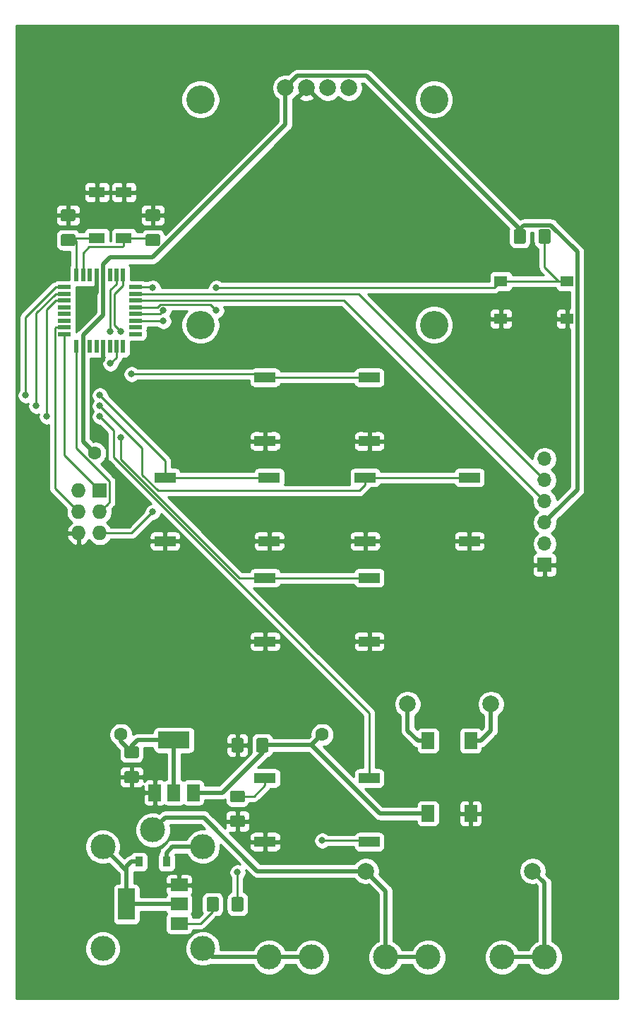
<source format=gbr>
G04 #@! TF.GenerationSoftware,KiCad,Pcbnew,5.1.5+dfsg1-2build2*
G04 #@! TF.CreationDate,2020-07-19T12:41:51+10:00*
G04 #@! TF.ProjectId,grinder_timer,6772696e-6465-4725-9f74-696d65722e6b,rev?*
G04 #@! TF.SameCoordinates,Original*
G04 #@! TF.FileFunction,Copper,L1,Top*
G04 #@! TF.FilePolarity,Positive*
%FSLAX46Y46*%
G04 Gerber Fmt 4.6, Leading zero omitted, Abs format (unit mm)*
G04 Created by KiCad (PCBNEW 5.1.5+dfsg1-2build2) date 2020-07-19 12:41:51*
%MOMM*%
%LPD*%
G04 APERTURE LIST*
%ADD10R,1.600000X0.550000*%
%ADD11R,0.550000X1.600000*%
%ADD12O,1.700000X1.700000*%
%ADD13R,1.700000X1.700000*%
%ADD14C,2.000000*%
%ADD15C,3.000000*%
%ADD16R,1.500000X2.000000*%
%ADD17R,1.900000X1.300000*%
%ADD18R,3.800000X2.000000*%
%ADD19R,2.500000X1.200000*%
%ADD20R,1.550000X1.300000*%
%ADD21C,0.100000*%
%ADD22R,2.000000X1.500000*%
%ADD23R,2.000000X3.800000*%
%ADD24C,3.400000*%
%ADD25O,1.727200X1.727200*%
%ADD26R,1.727200X1.727200*%
%ADD27R,0.900000X1.200000*%
%ADD28C,1.600000*%
%ADD29C,0.800000*%
%ADD30C,0.500000*%
%ADD31C,0.250000*%
%ADD32C,0.254000*%
G04 APERTURE END LIST*
D10*
X15680000Y86620000D03*
X15680000Y85820000D03*
X15680000Y85020000D03*
X15680000Y84220000D03*
X15680000Y83420000D03*
X15680000Y82620000D03*
X15680000Y81820000D03*
X15680000Y81020000D03*
D11*
X14230000Y79570000D03*
X13430000Y79570000D03*
X12630000Y79570000D03*
X11830000Y79570000D03*
X11030000Y79570000D03*
X10230000Y79570000D03*
X9430000Y79570000D03*
X8630000Y79570000D03*
D10*
X7180000Y81020000D03*
X7180000Y81820000D03*
X7180000Y82620000D03*
X7180000Y83420000D03*
X7180000Y84220000D03*
X7180000Y85020000D03*
X7180000Y85820000D03*
X7180000Y86620000D03*
D11*
X8630000Y88070000D03*
X9430000Y88070000D03*
X10230000Y88070000D03*
X11030000Y88070000D03*
X11830000Y88070000D03*
X12630000Y88070000D03*
X13430000Y88070000D03*
X14230000Y88070000D03*
D12*
X64770000Y66040000D03*
X64770000Y63500000D03*
X64770000Y60960000D03*
X64770000Y58420000D03*
X64770000Y55880000D03*
D13*
X64770000Y53340000D03*
D14*
X58340000Y36670000D03*
X48340000Y36670000D03*
X63340000Y16670000D03*
X43340000Y16670000D03*
D15*
X17780000Y21590000D03*
X11780000Y19590000D03*
X11780000Y7390000D03*
X23780000Y7390000D03*
X23780000Y19590000D03*
D16*
X50790000Y32310000D03*
X55890000Y32310000D03*
X55890000Y23570000D03*
X50790000Y23570000D03*
D17*
X11100000Y92500000D03*
X11100000Y98000000D03*
X14300000Y98000000D03*
X14300000Y92500000D03*
D16*
X18020000Y26060000D03*
X22620000Y26060000D03*
X20320000Y26060000D03*
D18*
X20320000Y32360000D03*
D19*
X55750000Y63810000D03*
X43250000Y63810000D03*
X55750000Y56190000D03*
X43250000Y56190000D03*
X19250000Y56190000D03*
X31750000Y56190000D03*
X19250000Y63810000D03*
X31750000Y63810000D03*
X43750000Y51810000D03*
X31250000Y51810000D03*
X43750000Y44190000D03*
X31250000Y44190000D03*
X43750000Y75810000D03*
X31250000Y75810000D03*
X43750000Y68190000D03*
X31250000Y68190000D03*
D20*
X59525000Y87340000D03*
X59525000Y82840000D03*
X67475000Y82840000D03*
X67475000Y87340000D03*
G04 #@! TA.AperFunction,SMDPad,CuDef*
D21*
G36*
X28427004Y13573796D02*
G01*
X28451273Y13570196D01*
X28475071Y13564235D01*
X28498171Y13555970D01*
X28520349Y13545480D01*
X28541393Y13532867D01*
X28561098Y13518253D01*
X28579277Y13501777D01*
X28595753Y13483598D01*
X28610367Y13463893D01*
X28622980Y13442849D01*
X28633470Y13420671D01*
X28641735Y13397571D01*
X28647696Y13373773D01*
X28651296Y13349504D01*
X28652500Y13325000D01*
X28652500Y12075000D01*
X28651296Y12050496D01*
X28647696Y12026227D01*
X28641735Y12002429D01*
X28633470Y11979329D01*
X28622980Y11957151D01*
X28610367Y11936107D01*
X28595753Y11916402D01*
X28579277Y11898223D01*
X28561098Y11881747D01*
X28541393Y11867133D01*
X28520349Y11854520D01*
X28498171Y11844030D01*
X28475071Y11835765D01*
X28451273Y11829804D01*
X28427004Y11826204D01*
X28402500Y11825000D01*
X27477500Y11825000D01*
X27452996Y11826204D01*
X27428727Y11829804D01*
X27404929Y11835765D01*
X27381829Y11844030D01*
X27359651Y11854520D01*
X27338607Y11867133D01*
X27318902Y11881747D01*
X27300723Y11898223D01*
X27284247Y11916402D01*
X27269633Y11936107D01*
X27257020Y11957151D01*
X27246530Y11979329D01*
X27238265Y12002429D01*
X27232304Y12026227D01*
X27228704Y12050496D01*
X27227500Y12075000D01*
X27227500Y13325000D01*
X27228704Y13349504D01*
X27232304Y13373773D01*
X27238265Y13397571D01*
X27246530Y13420671D01*
X27257020Y13442849D01*
X27269633Y13463893D01*
X27284247Y13483598D01*
X27300723Y13501777D01*
X27318902Y13518253D01*
X27338607Y13532867D01*
X27359651Y13545480D01*
X27381829Y13555970D01*
X27404929Y13564235D01*
X27428727Y13570196D01*
X27452996Y13573796D01*
X27477500Y13575000D01*
X28402500Y13575000D01*
X28427004Y13573796D01*
G37*
G04 #@! TD.AperFunction*
G04 #@! TA.AperFunction,SMDPad,CuDef*
G36*
X25452004Y13573796D02*
G01*
X25476273Y13570196D01*
X25500071Y13564235D01*
X25523171Y13555970D01*
X25545349Y13545480D01*
X25566393Y13532867D01*
X25586098Y13518253D01*
X25604277Y13501777D01*
X25620753Y13483598D01*
X25635367Y13463893D01*
X25647980Y13442849D01*
X25658470Y13420671D01*
X25666735Y13397571D01*
X25672696Y13373773D01*
X25676296Y13349504D01*
X25677500Y13325000D01*
X25677500Y12075000D01*
X25676296Y12050496D01*
X25672696Y12026227D01*
X25666735Y12002429D01*
X25658470Y11979329D01*
X25647980Y11957151D01*
X25635367Y11936107D01*
X25620753Y11916402D01*
X25604277Y11898223D01*
X25586098Y11881747D01*
X25566393Y11867133D01*
X25545349Y11854520D01*
X25523171Y11844030D01*
X25500071Y11835765D01*
X25476273Y11829804D01*
X25452004Y11826204D01*
X25427500Y11825000D01*
X24502500Y11825000D01*
X24477996Y11826204D01*
X24453727Y11829804D01*
X24429929Y11835765D01*
X24406829Y11844030D01*
X24384651Y11854520D01*
X24363607Y11867133D01*
X24343902Y11881747D01*
X24325723Y11898223D01*
X24309247Y11916402D01*
X24294633Y11936107D01*
X24282020Y11957151D01*
X24271530Y11979329D01*
X24263265Y12002429D01*
X24257304Y12026227D01*
X24253704Y12050496D01*
X24252500Y12075000D01*
X24252500Y13325000D01*
X24253704Y13349504D01*
X24257304Y13373773D01*
X24263265Y13397571D01*
X24271530Y13420671D01*
X24282020Y13442849D01*
X24294633Y13463893D01*
X24309247Y13483598D01*
X24325723Y13501777D01*
X24343902Y13518253D01*
X24363607Y13532867D01*
X24384651Y13545480D01*
X24406829Y13555970D01*
X24429929Y13564235D01*
X24453727Y13570196D01*
X24477996Y13573796D01*
X24502500Y13575000D01*
X25427500Y13575000D01*
X25452004Y13573796D01*
G37*
G04 #@! TD.AperFunction*
G04 #@! TA.AperFunction,SMDPad,CuDef*
G36*
X28589504Y23353796D02*
G01*
X28613773Y23350196D01*
X28637571Y23344235D01*
X28660671Y23335970D01*
X28682849Y23325480D01*
X28703893Y23312867D01*
X28723598Y23298253D01*
X28741777Y23281777D01*
X28758253Y23263598D01*
X28772867Y23243893D01*
X28785480Y23222849D01*
X28795970Y23200671D01*
X28804235Y23177571D01*
X28810196Y23153773D01*
X28813796Y23129504D01*
X28815000Y23105000D01*
X28815000Y22180000D01*
X28813796Y22155496D01*
X28810196Y22131227D01*
X28804235Y22107429D01*
X28795970Y22084329D01*
X28785480Y22062151D01*
X28772867Y22041107D01*
X28758253Y22021402D01*
X28741777Y22003223D01*
X28723598Y21986747D01*
X28703893Y21972133D01*
X28682849Y21959520D01*
X28660671Y21949030D01*
X28637571Y21940765D01*
X28613773Y21934804D01*
X28589504Y21931204D01*
X28565000Y21930000D01*
X27315000Y21930000D01*
X27290496Y21931204D01*
X27266227Y21934804D01*
X27242429Y21940765D01*
X27219329Y21949030D01*
X27197151Y21959520D01*
X27176107Y21972133D01*
X27156402Y21986747D01*
X27138223Y22003223D01*
X27121747Y22021402D01*
X27107133Y22041107D01*
X27094520Y22062151D01*
X27084030Y22084329D01*
X27075765Y22107429D01*
X27069804Y22131227D01*
X27066204Y22155496D01*
X27065000Y22180000D01*
X27065000Y23105000D01*
X27066204Y23129504D01*
X27069804Y23153773D01*
X27075765Y23177571D01*
X27084030Y23200671D01*
X27094520Y23222849D01*
X27107133Y23243893D01*
X27121747Y23263598D01*
X27138223Y23281777D01*
X27156402Y23298253D01*
X27176107Y23312867D01*
X27197151Y23325480D01*
X27219329Y23335970D01*
X27242429Y23344235D01*
X27266227Y23350196D01*
X27290496Y23353796D01*
X27315000Y23355000D01*
X28565000Y23355000D01*
X28589504Y23353796D01*
G37*
G04 #@! TD.AperFunction*
G04 #@! TA.AperFunction,SMDPad,CuDef*
G36*
X28589504Y26328796D02*
G01*
X28613773Y26325196D01*
X28637571Y26319235D01*
X28660671Y26310970D01*
X28682849Y26300480D01*
X28703893Y26287867D01*
X28723598Y26273253D01*
X28741777Y26256777D01*
X28758253Y26238598D01*
X28772867Y26218893D01*
X28785480Y26197849D01*
X28795970Y26175671D01*
X28804235Y26152571D01*
X28810196Y26128773D01*
X28813796Y26104504D01*
X28815000Y26080000D01*
X28815000Y25155000D01*
X28813796Y25130496D01*
X28810196Y25106227D01*
X28804235Y25082429D01*
X28795970Y25059329D01*
X28785480Y25037151D01*
X28772867Y25016107D01*
X28758253Y24996402D01*
X28741777Y24978223D01*
X28723598Y24961747D01*
X28703893Y24947133D01*
X28682849Y24934520D01*
X28660671Y24924030D01*
X28637571Y24915765D01*
X28613773Y24909804D01*
X28589504Y24906204D01*
X28565000Y24905000D01*
X27315000Y24905000D01*
X27290496Y24906204D01*
X27266227Y24909804D01*
X27242429Y24915765D01*
X27219329Y24924030D01*
X27197151Y24934520D01*
X27176107Y24947133D01*
X27156402Y24961747D01*
X27138223Y24978223D01*
X27121747Y24996402D01*
X27107133Y25016107D01*
X27094520Y25037151D01*
X27084030Y25059329D01*
X27075765Y25082429D01*
X27069804Y25106227D01*
X27066204Y25130496D01*
X27065000Y25155000D01*
X27065000Y26080000D01*
X27066204Y26104504D01*
X27069804Y26128773D01*
X27075765Y26152571D01*
X27084030Y26175671D01*
X27094520Y26197849D01*
X27107133Y26218893D01*
X27121747Y26238598D01*
X27138223Y26256777D01*
X27156402Y26273253D01*
X27176107Y26287867D01*
X27197151Y26300480D01*
X27219329Y26310970D01*
X27242429Y26319235D01*
X27266227Y26325196D01*
X27290496Y26328796D01*
X27315000Y26330000D01*
X28565000Y26330000D01*
X28589504Y26328796D01*
G37*
G04 #@! TD.AperFunction*
G04 #@! TA.AperFunction,SMDPad,CuDef*
G36*
X65257004Y93583796D02*
G01*
X65281273Y93580196D01*
X65305071Y93574235D01*
X65328171Y93565970D01*
X65350349Y93555480D01*
X65371393Y93542867D01*
X65391098Y93528253D01*
X65409277Y93511777D01*
X65425753Y93493598D01*
X65440367Y93473893D01*
X65452980Y93452849D01*
X65463470Y93430671D01*
X65471735Y93407571D01*
X65477696Y93383773D01*
X65481296Y93359504D01*
X65482500Y93335000D01*
X65482500Y92085000D01*
X65481296Y92060496D01*
X65477696Y92036227D01*
X65471735Y92012429D01*
X65463470Y91989329D01*
X65452980Y91967151D01*
X65440367Y91946107D01*
X65425753Y91926402D01*
X65409277Y91908223D01*
X65391098Y91891747D01*
X65371393Y91877133D01*
X65350349Y91864520D01*
X65328171Y91854030D01*
X65305071Y91845765D01*
X65281273Y91839804D01*
X65257004Y91836204D01*
X65232500Y91835000D01*
X64307500Y91835000D01*
X64282996Y91836204D01*
X64258727Y91839804D01*
X64234929Y91845765D01*
X64211829Y91854030D01*
X64189651Y91864520D01*
X64168607Y91877133D01*
X64148902Y91891747D01*
X64130723Y91908223D01*
X64114247Y91926402D01*
X64099633Y91946107D01*
X64087020Y91967151D01*
X64076530Y91989329D01*
X64068265Y92012429D01*
X64062304Y92036227D01*
X64058704Y92060496D01*
X64057500Y92085000D01*
X64057500Y93335000D01*
X64058704Y93359504D01*
X64062304Y93383773D01*
X64068265Y93407571D01*
X64076530Y93430671D01*
X64087020Y93452849D01*
X64099633Y93473893D01*
X64114247Y93493598D01*
X64130723Y93511777D01*
X64148902Y93528253D01*
X64168607Y93542867D01*
X64189651Y93555480D01*
X64211829Y93565970D01*
X64234929Y93574235D01*
X64258727Y93580196D01*
X64282996Y93583796D01*
X64307500Y93585000D01*
X65232500Y93585000D01*
X65257004Y93583796D01*
G37*
G04 #@! TD.AperFunction*
G04 #@! TA.AperFunction,SMDPad,CuDef*
G36*
X62282004Y93583796D02*
G01*
X62306273Y93580196D01*
X62330071Y93574235D01*
X62353171Y93565970D01*
X62375349Y93555480D01*
X62396393Y93542867D01*
X62416098Y93528253D01*
X62434277Y93511777D01*
X62450753Y93493598D01*
X62465367Y93473893D01*
X62477980Y93452849D01*
X62488470Y93430671D01*
X62496735Y93407571D01*
X62502696Y93383773D01*
X62506296Y93359504D01*
X62507500Y93335000D01*
X62507500Y92085000D01*
X62506296Y92060496D01*
X62502696Y92036227D01*
X62496735Y92012429D01*
X62488470Y91989329D01*
X62477980Y91967151D01*
X62465367Y91946107D01*
X62450753Y91926402D01*
X62434277Y91908223D01*
X62416098Y91891747D01*
X62396393Y91877133D01*
X62375349Y91864520D01*
X62353171Y91854030D01*
X62330071Y91845765D01*
X62306273Y91839804D01*
X62282004Y91836204D01*
X62257500Y91835000D01*
X61332500Y91835000D01*
X61307996Y91836204D01*
X61283727Y91839804D01*
X61259929Y91845765D01*
X61236829Y91854030D01*
X61214651Y91864520D01*
X61193607Y91877133D01*
X61173902Y91891747D01*
X61155723Y91908223D01*
X61139247Y91926402D01*
X61124633Y91946107D01*
X61112020Y91967151D01*
X61101530Y91989329D01*
X61093265Y92012429D01*
X61087304Y92036227D01*
X61083704Y92060496D01*
X61082500Y92085000D01*
X61082500Y93335000D01*
X61083704Y93359504D01*
X61087304Y93383773D01*
X61093265Y93407571D01*
X61101530Y93430671D01*
X61112020Y93452849D01*
X61124633Y93473893D01*
X61139247Y93493598D01*
X61155723Y93511777D01*
X61173902Y93528253D01*
X61193607Y93542867D01*
X61214651Y93555480D01*
X61236829Y93565970D01*
X61259929Y93574235D01*
X61283727Y93580196D01*
X61307996Y93583796D01*
X61332500Y93585000D01*
X62257500Y93585000D01*
X62282004Y93583796D01*
G37*
G04 #@! TD.AperFunction*
D22*
X20930000Y10400000D03*
X20930000Y15000000D03*
X20930000Y12700000D03*
D23*
X14630000Y12700000D03*
D15*
X64770000Y6350000D03*
X59690000Y6350000D03*
X50800000Y6350000D03*
X45720000Y6350000D03*
X31750000Y6350000D03*
X36830000Y6350000D03*
D14*
X41310000Y110490000D03*
X38770000Y110490000D03*
X36230000Y110490000D03*
X33690000Y110510000D03*
D24*
X23500000Y109110000D03*
X51500000Y109110000D03*
X51500000Y82110000D03*
X23500000Y82110000D03*
D25*
X8890000Y57150000D03*
X11430000Y57150000D03*
X8890000Y59690000D03*
X11430000Y59690000D03*
X8890000Y62230000D03*
D26*
X11430000Y62230000D03*
D27*
X16130000Y17780000D03*
X19430000Y17780000D03*
G04 #@! TA.AperFunction,SMDPad,CuDef*
D21*
G36*
X8269504Y92986296D02*
G01*
X8293773Y92982696D01*
X8317571Y92976735D01*
X8340671Y92968470D01*
X8362849Y92957980D01*
X8383893Y92945367D01*
X8403598Y92930753D01*
X8421777Y92914277D01*
X8438253Y92896098D01*
X8452867Y92876393D01*
X8465480Y92855349D01*
X8475970Y92833171D01*
X8484235Y92810071D01*
X8490196Y92786273D01*
X8493796Y92762004D01*
X8495000Y92737500D01*
X8495000Y91812500D01*
X8493796Y91787996D01*
X8490196Y91763727D01*
X8484235Y91739929D01*
X8475970Y91716829D01*
X8465480Y91694651D01*
X8452867Y91673607D01*
X8438253Y91653902D01*
X8421777Y91635723D01*
X8403598Y91619247D01*
X8383893Y91604633D01*
X8362849Y91592020D01*
X8340671Y91581530D01*
X8317571Y91573265D01*
X8293773Y91567304D01*
X8269504Y91563704D01*
X8245000Y91562500D01*
X6995000Y91562500D01*
X6970496Y91563704D01*
X6946227Y91567304D01*
X6922429Y91573265D01*
X6899329Y91581530D01*
X6877151Y91592020D01*
X6856107Y91604633D01*
X6836402Y91619247D01*
X6818223Y91635723D01*
X6801747Y91653902D01*
X6787133Y91673607D01*
X6774520Y91694651D01*
X6764030Y91716829D01*
X6755765Y91739929D01*
X6749804Y91763727D01*
X6746204Y91787996D01*
X6745000Y91812500D01*
X6745000Y92737500D01*
X6746204Y92762004D01*
X6749804Y92786273D01*
X6755765Y92810071D01*
X6764030Y92833171D01*
X6774520Y92855349D01*
X6787133Y92876393D01*
X6801747Y92896098D01*
X6818223Y92914277D01*
X6836402Y92930753D01*
X6856107Y92945367D01*
X6877151Y92957980D01*
X6899329Y92968470D01*
X6922429Y92976735D01*
X6946227Y92982696D01*
X6970496Y92986296D01*
X6995000Y92987500D01*
X8245000Y92987500D01*
X8269504Y92986296D01*
G37*
G04 #@! TD.AperFunction*
G04 #@! TA.AperFunction,SMDPad,CuDef*
G36*
X8269504Y95961296D02*
G01*
X8293773Y95957696D01*
X8317571Y95951735D01*
X8340671Y95943470D01*
X8362849Y95932980D01*
X8383893Y95920367D01*
X8403598Y95905753D01*
X8421777Y95889277D01*
X8438253Y95871098D01*
X8452867Y95851393D01*
X8465480Y95830349D01*
X8475970Y95808171D01*
X8484235Y95785071D01*
X8490196Y95761273D01*
X8493796Y95737004D01*
X8495000Y95712500D01*
X8495000Y94787500D01*
X8493796Y94762996D01*
X8490196Y94738727D01*
X8484235Y94714929D01*
X8475970Y94691829D01*
X8465480Y94669651D01*
X8452867Y94648607D01*
X8438253Y94628902D01*
X8421777Y94610723D01*
X8403598Y94594247D01*
X8383893Y94579633D01*
X8362849Y94567020D01*
X8340671Y94556530D01*
X8317571Y94548265D01*
X8293773Y94542304D01*
X8269504Y94538704D01*
X8245000Y94537500D01*
X6995000Y94537500D01*
X6970496Y94538704D01*
X6946227Y94542304D01*
X6922429Y94548265D01*
X6899329Y94556530D01*
X6877151Y94567020D01*
X6856107Y94579633D01*
X6836402Y94594247D01*
X6818223Y94610723D01*
X6801747Y94628902D01*
X6787133Y94648607D01*
X6774520Y94669651D01*
X6764030Y94691829D01*
X6755765Y94714929D01*
X6749804Y94738727D01*
X6746204Y94762996D01*
X6745000Y94787500D01*
X6745000Y95712500D01*
X6746204Y95737004D01*
X6749804Y95761273D01*
X6755765Y95785071D01*
X6764030Y95808171D01*
X6774520Y95830349D01*
X6787133Y95851393D01*
X6801747Y95871098D01*
X6818223Y95889277D01*
X6836402Y95905753D01*
X6856107Y95920367D01*
X6877151Y95932980D01*
X6899329Y95943470D01*
X6922429Y95951735D01*
X6946227Y95957696D01*
X6970496Y95961296D01*
X6995000Y95962500D01*
X8245000Y95962500D01*
X8269504Y95961296D01*
G37*
G04 #@! TD.AperFunction*
G04 #@! TA.AperFunction,SMDPad,CuDef*
G36*
X18429504Y92986296D02*
G01*
X18453773Y92982696D01*
X18477571Y92976735D01*
X18500671Y92968470D01*
X18522849Y92957980D01*
X18543893Y92945367D01*
X18563598Y92930753D01*
X18581777Y92914277D01*
X18598253Y92896098D01*
X18612867Y92876393D01*
X18625480Y92855349D01*
X18635970Y92833171D01*
X18644235Y92810071D01*
X18650196Y92786273D01*
X18653796Y92762004D01*
X18655000Y92737500D01*
X18655000Y91812500D01*
X18653796Y91787996D01*
X18650196Y91763727D01*
X18644235Y91739929D01*
X18635970Y91716829D01*
X18625480Y91694651D01*
X18612867Y91673607D01*
X18598253Y91653902D01*
X18581777Y91635723D01*
X18563598Y91619247D01*
X18543893Y91604633D01*
X18522849Y91592020D01*
X18500671Y91581530D01*
X18477571Y91573265D01*
X18453773Y91567304D01*
X18429504Y91563704D01*
X18405000Y91562500D01*
X17155000Y91562500D01*
X17130496Y91563704D01*
X17106227Y91567304D01*
X17082429Y91573265D01*
X17059329Y91581530D01*
X17037151Y91592020D01*
X17016107Y91604633D01*
X16996402Y91619247D01*
X16978223Y91635723D01*
X16961747Y91653902D01*
X16947133Y91673607D01*
X16934520Y91694651D01*
X16924030Y91716829D01*
X16915765Y91739929D01*
X16909804Y91763727D01*
X16906204Y91787996D01*
X16905000Y91812500D01*
X16905000Y92737500D01*
X16906204Y92762004D01*
X16909804Y92786273D01*
X16915765Y92810071D01*
X16924030Y92833171D01*
X16934520Y92855349D01*
X16947133Y92876393D01*
X16961747Y92896098D01*
X16978223Y92914277D01*
X16996402Y92930753D01*
X17016107Y92945367D01*
X17037151Y92957980D01*
X17059329Y92968470D01*
X17082429Y92976735D01*
X17106227Y92982696D01*
X17130496Y92986296D01*
X17155000Y92987500D01*
X18405000Y92987500D01*
X18429504Y92986296D01*
G37*
G04 #@! TD.AperFunction*
G04 #@! TA.AperFunction,SMDPad,CuDef*
G36*
X18429504Y95961296D02*
G01*
X18453773Y95957696D01*
X18477571Y95951735D01*
X18500671Y95943470D01*
X18522849Y95932980D01*
X18543893Y95920367D01*
X18563598Y95905753D01*
X18581777Y95889277D01*
X18598253Y95871098D01*
X18612867Y95851393D01*
X18625480Y95830349D01*
X18635970Y95808171D01*
X18644235Y95785071D01*
X18650196Y95761273D01*
X18653796Y95737004D01*
X18655000Y95712500D01*
X18655000Y94787500D01*
X18653796Y94762996D01*
X18650196Y94738727D01*
X18644235Y94714929D01*
X18635970Y94691829D01*
X18625480Y94669651D01*
X18612867Y94648607D01*
X18598253Y94628902D01*
X18581777Y94610723D01*
X18563598Y94594247D01*
X18543893Y94579633D01*
X18522849Y94567020D01*
X18500671Y94556530D01*
X18477571Y94548265D01*
X18453773Y94542304D01*
X18429504Y94538704D01*
X18405000Y94537500D01*
X17155000Y94537500D01*
X17130496Y94538704D01*
X17106227Y94542304D01*
X17082429Y94548265D01*
X17059329Y94556530D01*
X17037151Y94567020D01*
X17016107Y94579633D01*
X16996402Y94594247D01*
X16978223Y94610723D01*
X16961747Y94628902D01*
X16947133Y94648607D01*
X16934520Y94669651D01*
X16924030Y94691829D01*
X16915765Y94714929D01*
X16909804Y94738727D01*
X16906204Y94762996D01*
X16905000Y94787500D01*
X16905000Y95712500D01*
X16906204Y95737004D01*
X16909804Y95761273D01*
X16915765Y95785071D01*
X16924030Y95808171D01*
X16934520Y95830349D01*
X16947133Y95851393D01*
X16961747Y95871098D01*
X16978223Y95889277D01*
X16996402Y95905753D01*
X17016107Y95920367D01*
X17037151Y95932980D01*
X17059329Y95943470D01*
X17082429Y95951735D01*
X17106227Y95957696D01*
X17130496Y95961296D01*
X17155000Y95962500D01*
X18405000Y95962500D01*
X18429504Y95961296D01*
G37*
G04 #@! TD.AperFunction*
G04 #@! TA.AperFunction,SMDPad,CuDef*
G36*
X15889504Y28651296D02*
G01*
X15913773Y28647696D01*
X15937571Y28641735D01*
X15960671Y28633470D01*
X15982849Y28622980D01*
X16003893Y28610367D01*
X16023598Y28595753D01*
X16041777Y28579277D01*
X16058253Y28561098D01*
X16072867Y28541393D01*
X16085480Y28520349D01*
X16095970Y28498171D01*
X16104235Y28475071D01*
X16110196Y28451273D01*
X16113796Y28427004D01*
X16115000Y28402500D01*
X16115000Y27477500D01*
X16113796Y27452996D01*
X16110196Y27428727D01*
X16104235Y27404929D01*
X16095970Y27381829D01*
X16085480Y27359651D01*
X16072867Y27338607D01*
X16058253Y27318902D01*
X16041777Y27300723D01*
X16023598Y27284247D01*
X16003893Y27269633D01*
X15982849Y27257020D01*
X15960671Y27246530D01*
X15937571Y27238265D01*
X15913773Y27232304D01*
X15889504Y27228704D01*
X15865000Y27227500D01*
X14615000Y27227500D01*
X14590496Y27228704D01*
X14566227Y27232304D01*
X14542429Y27238265D01*
X14519329Y27246530D01*
X14497151Y27257020D01*
X14476107Y27269633D01*
X14456402Y27284247D01*
X14438223Y27300723D01*
X14421747Y27318902D01*
X14407133Y27338607D01*
X14394520Y27359651D01*
X14384030Y27381829D01*
X14375765Y27404929D01*
X14369804Y27428727D01*
X14366204Y27452996D01*
X14365000Y27477500D01*
X14365000Y28402500D01*
X14366204Y28427004D01*
X14369804Y28451273D01*
X14375765Y28475071D01*
X14384030Y28498171D01*
X14394520Y28520349D01*
X14407133Y28541393D01*
X14421747Y28561098D01*
X14438223Y28579277D01*
X14456402Y28595753D01*
X14476107Y28610367D01*
X14497151Y28622980D01*
X14519329Y28633470D01*
X14542429Y28641735D01*
X14566227Y28647696D01*
X14590496Y28651296D01*
X14615000Y28652500D01*
X15865000Y28652500D01*
X15889504Y28651296D01*
G37*
G04 #@! TD.AperFunction*
G04 #@! TA.AperFunction,SMDPad,CuDef*
G36*
X15889504Y31626296D02*
G01*
X15913773Y31622696D01*
X15937571Y31616735D01*
X15960671Y31608470D01*
X15982849Y31597980D01*
X16003893Y31585367D01*
X16023598Y31570753D01*
X16041777Y31554277D01*
X16058253Y31536098D01*
X16072867Y31516393D01*
X16085480Y31495349D01*
X16095970Y31473171D01*
X16104235Y31450071D01*
X16110196Y31426273D01*
X16113796Y31402004D01*
X16115000Y31377500D01*
X16115000Y30452500D01*
X16113796Y30427996D01*
X16110196Y30403727D01*
X16104235Y30379929D01*
X16095970Y30356829D01*
X16085480Y30334651D01*
X16072867Y30313607D01*
X16058253Y30293902D01*
X16041777Y30275723D01*
X16023598Y30259247D01*
X16003893Y30244633D01*
X15982849Y30232020D01*
X15960671Y30221530D01*
X15937571Y30213265D01*
X15913773Y30207304D01*
X15889504Y30203704D01*
X15865000Y30202500D01*
X14615000Y30202500D01*
X14590496Y30203704D01*
X14566227Y30207304D01*
X14542429Y30213265D01*
X14519329Y30221530D01*
X14497151Y30232020D01*
X14476107Y30244633D01*
X14456402Y30259247D01*
X14438223Y30275723D01*
X14421747Y30293902D01*
X14407133Y30313607D01*
X14394520Y30334651D01*
X14384030Y30356829D01*
X14375765Y30379929D01*
X14369804Y30403727D01*
X14366204Y30427996D01*
X14365000Y30452500D01*
X14365000Y31377500D01*
X14366204Y31402004D01*
X14369804Y31426273D01*
X14375765Y31450071D01*
X14384030Y31473171D01*
X14394520Y31495349D01*
X14407133Y31516393D01*
X14421747Y31536098D01*
X14438223Y31554277D01*
X14456402Y31570753D01*
X14476107Y31585367D01*
X14497151Y31597980D01*
X14519329Y31608470D01*
X14542429Y31616735D01*
X14566227Y31622696D01*
X14590496Y31626296D01*
X14615000Y31627500D01*
X15865000Y31627500D01*
X15889504Y31626296D01*
G37*
G04 #@! TD.AperFunction*
G04 #@! TA.AperFunction,SMDPad,CuDef*
G36*
X31402004Y32623796D02*
G01*
X31426273Y32620196D01*
X31450071Y32614235D01*
X31473171Y32605970D01*
X31495349Y32595480D01*
X31516393Y32582867D01*
X31536098Y32568253D01*
X31554277Y32551777D01*
X31570753Y32533598D01*
X31585367Y32513893D01*
X31597980Y32492849D01*
X31608470Y32470671D01*
X31616735Y32447571D01*
X31622696Y32423773D01*
X31626296Y32399504D01*
X31627500Y32375000D01*
X31627500Y31125000D01*
X31626296Y31100496D01*
X31622696Y31076227D01*
X31616735Y31052429D01*
X31608470Y31029329D01*
X31597980Y31007151D01*
X31585367Y30986107D01*
X31570753Y30966402D01*
X31554277Y30948223D01*
X31536098Y30931747D01*
X31516393Y30917133D01*
X31495349Y30904520D01*
X31473171Y30894030D01*
X31450071Y30885765D01*
X31426273Y30879804D01*
X31402004Y30876204D01*
X31377500Y30875000D01*
X30452500Y30875000D01*
X30427996Y30876204D01*
X30403727Y30879804D01*
X30379929Y30885765D01*
X30356829Y30894030D01*
X30334651Y30904520D01*
X30313607Y30917133D01*
X30293902Y30931747D01*
X30275723Y30948223D01*
X30259247Y30966402D01*
X30244633Y30986107D01*
X30232020Y31007151D01*
X30221530Y31029329D01*
X30213265Y31052429D01*
X30207304Y31076227D01*
X30203704Y31100496D01*
X30202500Y31125000D01*
X30202500Y32375000D01*
X30203704Y32399504D01*
X30207304Y32423773D01*
X30213265Y32447571D01*
X30221530Y32470671D01*
X30232020Y32492849D01*
X30244633Y32513893D01*
X30259247Y32533598D01*
X30275723Y32551777D01*
X30293902Y32568253D01*
X30313607Y32582867D01*
X30334651Y32595480D01*
X30356829Y32605970D01*
X30379929Y32614235D01*
X30403727Y32620196D01*
X30427996Y32623796D01*
X30452500Y32625000D01*
X31377500Y32625000D01*
X31402004Y32623796D01*
G37*
G04 #@! TD.AperFunction*
G04 #@! TA.AperFunction,SMDPad,CuDef*
G36*
X28427004Y32623796D02*
G01*
X28451273Y32620196D01*
X28475071Y32614235D01*
X28498171Y32605970D01*
X28520349Y32595480D01*
X28541393Y32582867D01*
X28561098Y32568253D01*
X28579277Y32551777D01*
X28595753Y32533598D01*
X28610367Y32513893D01*
X28622980Y32492849D01*
X28633470Y32470671D01*
X28641735Y32447571D01*
X28647696Y32423773D01*
X28651296Y32399504D01*
X28652500Y32375000D01*
X28652500Y31125000D01*
X28651296Y31100496D01*
X28647696Y31076227D01*
X28641735Y31052429D01*
X28633470Y31029329D01*
X28622980Y31007151D01*
X28610367Y30986107D01*
X28595753Y30966402D01*
X28579277Y30948223D01*
X28561098Y30931747D01*
X28541393Y30917133D01*
X28520349Y30904520D01*
X28498171Y30894030D01*
X28475071Y30885765D01*
X28451273Y30879804D01*
X28427004Y30876204D01*
X28402500Y30875000D01*
X27477500Y30875000D01*
X27452996Y30876204D01*
X27428727Y30879804D01*
X27404929Y30885765D01*
X27381829Y30894030D01*
X27359651Y30904520D01*
X27338607Y30917133D01*
X27318902Y30931747D01*
X27300723Y30948223D01*
X27284247Y30966402D01*
X27269633Y30986107D01*
X27257020Y31007151D01*
X27246530Y31029329D01*
X27238265Y31052429D01*
X27232304Y31076227D01*
X27228704Y31100496D01*
X27227500Y31125000D01*
X27227500Y32375000D01*
X27228704Y32399504D01*
X27232304Y32423773D01*
X27238265Y32447571D01*
X27246530Y32470671D01*
X27257020Y32492849D01*
X27269633Y32513893D01*
X27284247Y32533598D01*
X27300723Y32551777D01*
X27318902Y32568253D01*
X27338607Y32582867D01*
X27359651Y32595480D01*
X27381829Y32605970D01*
X27404929Y32614235D01*
X27428727Y32620196D01*
X27452996Y32623796D01*
X27477500Y32625000D01*
X28402500Y32625000D01*
X28427004Y32623796D01*
G37*
G04 #@! TD.AperFunction*
D19*
X31250000Y20190000D03*
X43750000Y20190000D03*
X31250000Y27810000D03*
X43750000Y27810000D03*
D28*
X10160000Y85090000D03*
X60960000Y76200000D03*
X49530000Y93980000D03*
X38100000Y33020000D03*
X13970000Y33020000D03*
X10841597Y66721597D03*
D29*
X25400000Y83820000D03*
X25400000Y86545000D03*
X17780000Y59690000D03*
X19050000Y82550000D03*
X19050000Y83820000D03*
X27940000Y16510000D03*
X12700000Y77470000D03*
X13970000Y81280000D03*
X15240000Y76200000D03*
X12700000Y81280000D03*
X13970000Y68580000D03*
X2540000Y73660000D03*
X11430000Y73660000D03*
X3810000Y72390000D03*
X11430000Y72390000D03*
X5080000Y71120000D03*
X11430000Y71120000D03*
X17780000Y86545000D03*
X38100000Y20320000D03*
D30*
X49540000Y32310000D02*
X50790000Y32310000D01*
X48340000Y33510000D02*
X49540000Y32310000D01*
X48340000Y36670000D02*
X48340000Y33510000D01*
X57140000Y32310000D02*
X55890000Y32310000D01*
X58340000Y33510000D02*
X57140000Y32310000D01*
X58340000Y36670000D02*
X58340000Y33510000D01*
X11030000Y85960000D02*
X10160000Y85090000D01*
X11030000Y88070000D02*
X11030000Y85960000D01*
X11830000Y79570000D02*
X11830000Y77870000D01*
X36830000Y31750000D02*
X38100000Y33020000D01*
X30915000Y31750000D02*
X36830000Y31750000D01*
X45010000Y23570000D02*
X36830000Y31750000D01*
X50790000Y23570000D02*
X45010000Y23570000D01*
X30915000Y30875000D02*
X30915000Y31750000D01*
X26100000Y26060000D02*
X30915000Y30875000D01*
X22620000Y26060000D02*
X26100000Y26060000D01*
X15240000Y31627500D02*
X15240000Y30915000D01*
X15972500Y32360000D02*
X15240000Y31627500D01*
X20320000Y32360000D02*
X15972500Y32360000D01*
X13970000Y32185000D02*
X15240000Y30915000D01*
X13970000Y33020000D02*
X13970000Y32185000D01*
X20320000Y27560000D02*
X20320000Y32360000D01*
X20320000Y26060000D02*
X20320000Y27560000D01*
X21658680Y19590000D02*
X23780000Y19590000D01*
X20140000Y19590000D02*
X21658680Y19590000D01*
X19430000Y18880000D02*
X20140000Y19590000D01*
X19430000Y17780000D02*
X19430000Y18880000D01*
X11830000Y86770000D02*
X11830000Y88070000D01*
X11830000Y83270000D02*
X11830000Y86770000D01*
X9430000Y80870000D02*
X11830000Y83270000D01*
X9430000Y79570000D02*
X9430000Y80870000D01*
X11830000Y89370000D02*
X11830000Y88070000D01*
X12630000Y90170000D02*
X11830000Y89370000D01*
X17752466Y90170000D02*
X12630000Y90170000D01*
X33690000Y106107534D02*
X17752466Y90170000D01*
X33690000Y110510000D02*
X33690000Y106107534D01*
X43439999Y111940001D02*
X61795000Y93585000D01*
X35120001Y111940001D02*
X43439999Y111940001D01*
X33690000Y110510000D02*
X35120001Y111940001D01*
X9430000Y68133194D02*
X9430000Y79570000D01*
X10841597Y66721597D02*
X9430000Y68133194D01*
X65619999Y59269999D02*
X64770000Y58420000D01*
X68700001Y90857465D02*
X68700001Y62350001D01*
X65522456Y94035010D02*
X68700001Y90857465D01*
X61795000Y93585000D02*
X62245010Y94035010D01*
X68700001Y62350001D02*
X65619999Y59269999D01*
X62245010Y94035010D02*
X65522456Y94035010D01*
X61795000Y92710000D02*
X61795000Y93585000D01*
D31*
X14300000Y91600000D02*
X14140000Y91440000D01*
X14300000Y92500000D02*
X14300000Y91600000D01*
X14140000Y91440000D02*
X10160000Y91440000D01*
X9430000Y90710000D02*
X9430000Y88070000D01*
X10160000Y91440000D02*
X9430000Y90710000D01*
X17555000Y92500000D02*
X17780000Y92275000D01*
X14300000Y92500000D02*
X17555000Y92500000D01*
X8495000Y92275000D02*
X7620000Y92275000D01*
X8630000Y92140000D02*
X8495000Y92275000D01*
X8630000Y88070000D02*
X8630000Y92140000D01*
X7845000Y92500000D02*
X7620000Y92275000D01*
X11100000Y92500000D02*
X7845000Y92500000D01*
D30*
X14630000Y16740000D02*
X11780000Y19590000D01*
X14630000Y12700000D02*
X14630000Y16740000D01*
X15180000Y17780000D02*
X16130000Y17780000D01*
X14630000Y17230000D02*
X15180000Y17780000D01*
X14630000Y12700000D02*
X14630000Y17230000D01*
X14630000Y12700000D02*
X20930000Y12700000D01*
D31*
X59525000Y87340000D02*
X67475000Y87340000D01*
X24674999Y84545001D02*
X25400000Y83820000D01*
X18701999Y84545001D02*
X24674999Y84545001D01*
X18376998Y84220000D02*
X18701999Y84545001D01*
X15680000Y84220000D02*
X18376998Y84220000D01*
X58730000Y86545000D02*
X59525000Y87340000D01*
X25400000Y86545000D02*
X58730000Y86545000D01*
X66450000Y87340000D02*
X67475000Y87340000D01*
X64770000Y89020000D02*
X66450000Y87340000D01*
X64770000Y92710000D02*
X64770000Y89020000D01*
X15240000Y57150000D02*
X17780000Y59690000D01*
X11430000Y57150000D02*
X15240000Y57150000D01*
X8026401Y60553599D02*
X8890000Y59690000D01*
X6054999Y62525001D02*
X8026401Y60553599D01*
X6054999Y81744999D02*
X6054999Y62525001D01*
X6130000Y81820000D02*
X6054999Y81744999D01*
X7180000Y81820000D02*
X6130000Y81820000D01*
X12293599Y60553599D02*
X11430000Y59690000D01*
X12618601Y60878601D02*
X12293599Y60553599D01*
X12618601Y63353601D02*
X12618601Y60878601D01*
X8630000Y67342202D02*
X12618601Y63353601D01*
X8630000Y79570000D02*
X8630000Y67342202D01*
X7180000Y66480000D02*
X11430000Y62230000D01*
X7180000Y81020000D02*
X7180000Y66480000D01*
X42450000Y85820000D02*
X64770000Y63500000D01*
X15680000Y85820000D02*
X42450000Y85820000D01*
X40710000Y85020000D02*
X64770000Y60960000D01*
X15680000Y85020000D02*
X40710000Y85020000D01*
D30*
X43340000Y16670000D02*
X30320000Y16670000D01*
X19279999Y23089999D02*
X17780000Y21590000D01*
X23900001Y23089999D02*
X19279999Y23089999D01*
X30320000Y16670000D02*
X23900001Y23089999D01*
X45720000Y6350000D02*
X50800000Y6350000D01*
X45720000Y14290000D02*
X43340000Y16670000D01*
X45720000Y6350000D02*
X45720000Y14290000D01*
X31750000Y6350000D02*
X24820000Y6350000D01*
X24820000Y6350000D02*
X23780000Y7390000D01*
X36830000Y6350000D02*
X31750000Y6350000D01*
D31*
X18980000Y82620000D02*
X19050000Y82550000D01*
X15680000Y82620000D02*
X18980000Y82620000D01*
X18650000Y83420000D02*
X19050000Y83820000D01*
X15680000Y83420000D02*
X18650000Y83420000D01*
D30*
X59690000Y6350000D02*
X64770000Y6350000D01*
X64770000Y15240000D02*
X63340000Y16670000D01*
X64770000Y6350000D02*
X64770000Y15240000D01*
D31*
X24965000Y11825000D02*
X24965000Y12700000D01*
X23540000Y10400000D02*
X24965000Y11825000D01*
X20930000Y10400000D02*
X23540000Y10400000D01*
X28815000Y25617500D02*
X27940000Y25617500D01*
X29907500Y25617500D02*
X28815000Y25617500D01*
X31250000Y26960000D02*
X29907500Y25617500D01*
X31250000Y27810000D02*
X31250000Y26960000D01*
X27940000Y12700000D02*
X27940000Y16510000D01*
X13430000Y78200000D02*
X13430000Y79570000D01*
X12700000Y77470000D02*
X13430000Y78200000D01*
X31250000Y75810000D02*
X43750000Y75810000D01*
X30860000Y76200000D02*
X31250000Y75810000D01*
X15240000Y76200000D02*
X30860000Y76200000D01*
X13570001Y81679999D02*
X13970000Y81280000D01*
X13150010Y82099990D02*
X13570001Y81679999D01*
X13150010Y85776420D02*
X13150010Y82099990D01*
X14230000Y86856410D02*
X13150010Y85776420D01*
X14230000Y88070000D02*
X14230000Y86856410D01*
X43750000Y51810000D02*
X31250000Y51810000D01*
X29750000Y51810000D02*
X31250000Y51810000D01*
X13970000Y68580000D02*
X13970000Y66018588D01*
X12700000Y86290000D02*
X12700000Y81845685D01*
X13430000Y87020000D02*
X12700000Y86290000D01*
X13430000Y88070000D02*
X13430000Y87020000D01*
X12700000Y81845685D02*
X12700000Y81280000D01*
X28178588Y51810000D02*
X29750000Y51810000D01*
X13970000Y66018588D02*
X28178588Y51810000D01*
X31750000Y63810000D02*
X19250000Y63810000D01*
X2540000Y83030000D02*
X2540000Y73660000D01*
X6130000Y86620000D02*
X2540000Y83030000D01*
X7180000Y86620000D02*
X6130000Y86620000D01*
X19250000Y65840000D02*
X19250000Y63810000D01*
X11430000Y73660000D02*
X19250000Y65840000D01*
X55750000Y63810000D02*
X43250000Y63810000D01*
X6130000Y85820000D02*
X3810000Y83500000D01*
X3810000Y83500000D02*
X3810000Y72390000D01*
X7180000Y85820000D02*
X6130000Y85820000D01*
X43250000Y62960000D02*
X43250000Y63810000D01*
X42520000Y62230000D02*
X43250000Y62960000D01*
X18394998Y62230000D02*
X42520000Y62230000D01*
X16510000Y64114998D02*
X18394998Y62230000D01*
X16510000Y67310000D02*
X16510000Y64114998D01*
X11430000Y72390000D02*
X16510000Y67310000D01*
X6130000Y85020000D02*
X5080000Y83970000D01*
X5080000Y83970000D02*
X5080000Y71120000D01*
X7180000Y85020000D02*
X6130000Y85020000D01*
X11430000Y71120000D02*
X13068610Y69481390D01*
X43750000Y28660000D02*
X43750000Y27810000D01*
X43750000Y35602178D02*
X43750000Y28660000D01*
X13068610Y66283568D02*
X43750000Y35602178D01*
X13068610Y69481390D02*
X13068610Y66283568D01*
X17705000Y86620000D02*
X17780000Y86545000D01*
X15680000Y86620000D02*
X17705000Y86620000D01*
X43620000Y20320000D02*
X43750000Y20190000D01*
X38100000Y20320000D02*
X43620000Y20320000D01*
D32*
G36*
X73533000Y1397000D02*
G01*
X1397000Y1397000D01*
X1397000Y7600279D01*
X9645000Y7600279D01*
X9645000Y7179721D01*
X9727047Y6767244D01*
X9887988Y6378698D01*
X10121637Y6029017D01*
X10419017Y5731637D01*
X10768698Y5497988D01*
X11157244Y5337047D01*
X11569721Y5255000D01*
X11990279Y5255000D01*
X12402756Y5337047D01*
X12791302Y5497988D01*
X13140983Y5731637D01*
X13438363Y6029017D01*
X13672012Y6378698D01*
X13832953Y6767244D01*
X13915000Y7179721D01*
X13915000Y7600279D01*
X21645000Y7600279D01*
X21645000Y7179721D01*
X21727047Y6767244D01*
X21887988Y6378698D01*
X22121637Y6029017D01*
X22419017Y5731637D01*
X22768698Y5497988D01*
X23157244Y5337047D01*
X23569721Y5255000D01*
X23990279Y5255000D01*
X24402756Y5337047D01*
X24724122Y5470161D01*
X24776523Y5465000D01*
X24776533Y5465000D01*
X24819999Y5460719D01*
X24863465Y5465000D01*
X29805672Y5465000D01*
X29857988Y5338698D01*
X30091637Y4989017D01*
X30389017Y4691637D01*
X30738698Y4457988D01*
X31127244Y4297047D01*
X31539721Y4215000D01*
X31960279Y4215000D01*
X32372756Y4297047D01*
X32761302Y4457988D01*
X33110983Y4691637D01*
X33408363Y4989017D01*
X33642012Y5338698D01*
X33694328Y5465000D01*
X34885672Y5465000D01*
X34937988Y5338698D01*
X35171637Y4989017D01*
X35469017Y4691637D01*
X35818698Y4457988D01*
X36207244Y4297047D01*
X36619721Y4215000D01*
X37040279Y4215000D01*
X37452756Y4297047D01*
X37841302Y4457988D01*
X38190983Y4691637D01*
X38488363Y4989017D01*
X38722012Y5338698D01*
X38882953Y5727244D01*
X38965000Y6139721D01*
X38965000Y6560279D01*
X38882953Y6972756D01*
X38722012Y7361302D01*
X38488363Y7710983D01*
X38190983Y8008363D01*
X37841302Y8242012D01*
X37452756Y8402953D01*
X37040279Y8485000D01*
X36619721Y8485000D01*
X36207244Y8402953D01*
X35818698Y8242012D01*
X35469017Y8008363D01*
X35171637Y7710983D01*
X34937988Y7361302D01*
X34885672Y7235000D01*
X33694328Y7235000D01*
X33642012Y7361302D01*
X33408363Y7710983D01*
X33110983Y8008363D01*
X32761302Y8242012D01*
X32372756Y8402953D01*
X31960279Y8485000D01*
X31539721Y8485000D01*
X31127244Y8402953D01*
X30738698Y8242012D01*
X30389017Y8008363D01*
X30091637Y7710983D01*
X29857988Y7361302D01*
X29805672Y7235000D01*
X25915000Y7235000D01*
X25915000Y7600279D01*
X25832953Y8012756D01*
X25672012Y8401302D01*
X25438363Y8750983D01*
X25140983Y9048363D01*
X24791302Y9282012D01*
X24402756Y9442953D01*
X23990279Y9525000D01*
X23569721Y9525000D01*
X23157244Y9442953D01*
X22768698Y9282012D01*
X22419017Y9048363D01*
X22121637Y8750983D01*
X21887988Y8401302D01*
X21727047Y8012756D01*
X21645000Y7600279D01*
X13915000Y7600279D01*
X13832953Y8012756D01*
X13672012Y8401302D01*
X13438363Y8750983D01*
X13140983Y9048363D01*
X12791302Y9282012D01*
X12402756Y9442953D01*
X11990279Y9525000D01*
X11569721Y9525000D01*
X11157244Y9442953D01*
X10768698Y9282012D01*
X10419017Y9048363D01*
X10121637Y8750983D01*
X9887988Y8401302D01*
X9727047Y8012756D01*
X9645000Y7600279D01*
X1397000Y7600279D01*
X1397000Y19800279D01*
X9645000Y19800279D01*
X9645000Y19379721D01*
X9727047Y18967244D01*
X9887988Y18578698D01*
X10121637Y18229017D01*
X10419017Y17931637D01*
X10768698Y17697988D01*
X11157244Y17537047D01*
X11569721Y17455000D01*
X11990279Y17455000D01*
X12402756Y17537047D01*
X12529058Y17589363D01*
X13745001Y16373420D01*
X13745001Y15238072D01*
X13630000Y15238072D01*
X13505518Y15225812D01*
X13385820Y15189502D01*
X13275506Y15130537D01*
X13178815Y15051185D01*
X13099463Y14954494D01*
X13040498Y14844180D01*
X13004188Y14724482D01*
X12991928Y14600000D01*
X12991928Y10800000D01*
X13004188Y10675518D01*
X13040498Y10555820D01*
X13099463Y10445506D01*
X13178815Y10348815D01*
X13275506Y10269463D01*
X13385820Y10210498D01*
X13505518Y10174188D01*
X13630000Y10161928D01*
X15630000Y10161928D01*
X15754482Y10174188D01*
X15874180Y10210498D01*
X15984494Y10269463D01*
X16081185Y10348815D01*
X16160537Y10445506D01*
X16219502Y10555820D01*
X16255812Y10675518D01*
X16268072Y10800000D01*
X16268072Y11815000D01*
X19307379Y11815000D01*
X19340498Y11705820D01*
X19399463Y11595506D01*
X19436809Y11550000D01*
X19399463Y11504494D01*
X19340498Y11394180D01*
X19304188Y11274482D01*
X19291928Y11150000D01*
X19291928Y9650000D01*
X19304188Y9525518D01*
X19340498Y9405820D01*
X19399463Y9295506D01*
X19478815Y9198815D01*
X19575506Y9119463D01*
X19685820Y9060498D01*
X19805518Y9024188D01*
X19930000Y9011928D01*
X21930000Y9011928D01*
X22054482Y9024188D01*
X22174180Y9060498D01*
X22284494Y9119463D01*
X22381185Y9198815D01*
X22460537Y9295506D01*
X22519502Y9405820D01*
X22555812Y9525518D01*
X22567087Y9640000D01*
X23502678Y9640000D01*
X23540000Y9636324D01*
X23577322Y9640000D01*
X23577333Y9640000D01*
X23688986Y9650997D01*
X23832247Y9694454D01*
X23964276Y9765026D01*
X24080001Y9859999D01*
X24103804Y9889003D01*
X25401730Y11186928D01*
X25427500Y11186928D01*
X25600754Y11203992D01*
X25767350Y11254528D01*
X25920886Y11336595D01*
X26055462Y11447038D01*
X26165905Y11581614D01*
X26247972Y11735150D01*
X26298508Y11901746D01*
X26315572Y12075000D01*
X26315572Y13325000D01*
X26298508Y13498254D01*
X26247972Y13664850D01*
X26165905Y13818386D01*
X26055462Y13952962D01*
X25920886Y14063405D01*
X25767350Y14145472D01*
X25600754Y14196008D01*
X25427500Y14213072D01*
X24502500Y14213072D01*
X24329246Y14196008D01*
X24162650Y14145472D01*
X24009114Y14063405D01*
X23874538Y13952962D01*
X23764095Y13818386D01*
X23682028Y13664850D01*
X23631492Y13498254D01*
X23614428Y13325000D01*
X23614428Y12075000D01*
X23631492Y11901746D01*
X23682028Y11735150D01*
X23723242Y11658044D01*
X23225199Y11160000D01*
X22567087Y11160000D01*
X22555812Y11274482D01*
X22519502Y11394180D01*
X22460537Y11504494D01*
X22423191Y11550000D01*
X22460537Y11595506D01*
X22519502Y11705820D01*
X22555812Y11825518D01*
X22568072Y11950000D01*
X22568072Y13450000D01*
X22555812Y13574482D01*
X22519502Y13694180D01*
X22460537Y13804494D01*
X22423191Y13850000D01*
X22460537Y13895506D01*
X22519502Y14005820D01*
X22555812Y14125518D01*
X22568072Y14250000D01*
X22565000Y14714250D01*
X22406250Y14873000D01*
X21057000Y14873000D01*
X21057000Y14853000D01*
X20803000Y14853000D01*
X20803000Y14873000D01*
X19453750Y14873000D01*
X19295000Y14714250D01*
X19291928Y14250000D01*
X19304188Y14125518D01*
X19340498Y14005820D01*
X19399463Y13895506D01*
X19436809Y13850000D01*
X19399463Y13804494D01*
X19340498Y13694180D01*
X19307379Y13585000D01*
X16268072Y13585000D01*
X16268072Y14600000D01*
X16255812Y14724482D01*
X16219502Y14844180D01*
X16160537Y14954494D01*
X16081185Y15051185D01*
X15984494Y15130537D01*
X15874180Y15189502D01*
X15754482Y15225812D01*
X15630000Y15238072D01*
X15515000Y15238072D01*
X15515000Y15750000D01*
X19291928Y15750000D01*
X19295000Y15285750D01*
X19453750Y15127000D01*
X20803000Y15127000D01*
X20803000Y16226250D01*
X21057000Y16226250D01*
X21057000Y15127000D01*
X22406250Y15127000D01*
X22565000Y15285750D01*
X22568072Y15750000D01*
X22555812Y15874482D01*
X22519502Y15994180D01*
X22460537Y16104494D01*
X22381185Y16201185D01*
X22284494Y16280537D01*
X22174180Y16339502D01*
X22054482Y16375812D01*
X21930000Y16388072D01*
X21215750Y16385000D01*
X21057000Y16226250D01*
X20803000Y16226250D01*
X20644250Y16385000D01*
X19930000Y16388072D01*
X19805518Y16375812D01*
X19685820Y16339502D01*
X19575506Y16280537D01*
X19478815Y16201185D01*
X19399463Y16104494D01*
X19340498Y15994180D01*
X19304188Y15874482D01*
X19291928Y15750000D01*
X15515000Y15750000D01*
X15515000Y16566479D01*
X15555518Y16554188D01*
X15680000Y16541928D01*
X16580000Y16541928D01*
X16704482Y16554188D01*
X16824180Y16590498D01*
X16934494Y16649463D01*
X17031185Y16728815D01*
X17110537Y16825506D01*
X17169502Y16935820D01*
X17205812Y17055518D01*
X17218072Y17180000D01*
X17218072Y18380000D01*
X17205812Y18504482D01*
X17169502Y18624180D01*
X17110537Y18734494D01*
X17031185Y18831185D01*
X16934494Y18910537D01*
X16824180Y18969502D01*
X16704482Y19005812D01*
X16580000Y19018072D01*
X15680000Y19018072D01*
X15555518Y19005812D01*
X15435820Y18969502D01*
X15325506Y18910537D01*
X15228815Y18831185D01*
X15149463Y18734494D01*
X15110972Y18662483D01*
X15006510Y18652195D01*
X14839687Y18601589D01*
X14685941Y18519411D01*
X14551183Y18408817D01*
X14523466Y18375044D01*
X14385000Y18236578D01*
X13780637Y18840942D01*
X13832953Y18967244D01*
X13915000Y19379721D01*
X13915000Y19800279D01*
X13832953Y20212756D01*
X13672012Y20601302D01*
X13438363Y20950983D01*
X13140983Y21248363D01*
X12791302Y21482012D01*
X12402756Y21642953D01*
X11990279Y21725000D01*
X11569721Y21725000D01*
X11157244Y21642953D01*
X10768698Y21482012D01*
X10419017Y21248363D01*
X10121637Y20950983D01*
X9887988Y20601302D01*
X9727047Y20212756D01*
X9645000Y19800279D01*
X1397000Y19800279D01*
X1397000Y21800279D01*
X15645000Y21800279D01*
X15645000Y21379721D01*
X15727047Y20967244D01*
X15887988Y20578698D01*
X16121637Y20229017D01*
X16419017Y19931637D01*
X16768698Y19697988D01*
X17157244Y19537047D01*
X17569721Y19455000D01*
X17990279Y19455000D01*
X18402756Y19537047D01*
X18791302Y19697988D01*
X19140983Y19931637D01*
X19438363Y20229017D01*
X19672012Y20578698D01*
X19832953Y20967244D01*
X19915000Y21379721D01*
X19915000Y21800279D01*
X19834496Y22204999D01*
X23533423Y22204999D01*
X24019168Y21719254D01*
X23990279Y21725000D01*
X23569721Y21725000D01*
X23157244Y21642953D01*
X22768698Y21482012D01*
X22419017Y21248363D01*
X22121637Y20950983D01*
X21887988Y20601302D01*
X21835672Y20475000D01*
X20183469Y20475000D01*
X20140000Y20479281D01*
X20096531Y20475000D01*
X20096523Y20475000D01*
X19966510Y20462195D01*
X19799686Y20411589D01*
X19645941Y20329411D01*
X19544953Y20246532D01*
X19544951Y20246530D01*
X19511183Y20218817D01*
X19483470Y20185049D01*
X18834951Y19536529D01*
X18801184Y19508817D01*
X18773471Y19475049D01*
X18773468Y19475046D01*
X18690590Y19374059D01*
X18608412Y19220313D01*
X18557805Y19053490D01*
X18540719Y18880000D01*
X18544277Y18843874D01*
X18528815Y18831185D01*
X18449463Y18734494D01*
X18390498Y18624180D01*
X18354188Y18504482D01*
X18341928Y18380000D01*
X18341928Y17180000D01*
X18354188Y17055518D01*
X18390498Y16935820D01*
X18449463Y16825506D01*
X18528815Y16728815D01*
X18625506Y16649463D01*
X18735820Y16590498D01*
X18855518Y16554188D01*
X18980000Y16541928D01*
X19880000Y16541928D01*
X20004482Y16554188D01*
X20124180Y16590498D01*
X20234494Y16649463D01*
X20331185Y16728815D01*
X20410537Y16825506D01*
X20469502Y16935820D01*
X20505812Y17055518D01*
X20518072Y17180000D01*
X20518072Y18380000D01*
X20505812Y18504482D01*
X20469502Y18624180D01*
X20454265Y18652686D01*
X20506579Y18705000D01*
X21835672Y18705000D01*
X21887988Y18578698D01*
X22121637Y18229017D01*
X22419017Y17931637D01*
X22768698Y17697988D01*
X23157244Y17537047D01*
X23569721Y17455000D01*
X23990279Y17455000D01*
X24402756Y17537047D01*
X24791302Y17697988D01*
X25140983Y17931637D01*
X25438363Y18229017D01*
X25672012Y18578698D01*
X25832953Y18967244D01*
X25915000Y19379721D01*
X25915000Y19800279D01*
X25909254Y19829168D01*
X28231034Y17507387D01*
X28041939Y17545000D01*
X27838061Y17545000D01*
X27638102Y17505226D01*
X27449744Y17427205D01*
X27280226Y17313937D01*
X27136063Y17169774D01*
X27022795Y17000256D01*
X26944774Y16811898D01*
X26905000Y16611939D01*
X26905000Y16408061D01*
X26944774Y16208102D01*
X27022795Y16019744D01*
X27136063Y15850226D01*
X27180001Y15806288D01*
X27180000Y14158319D01*
X27137650Y14145472D01*
X26984114Y14063405D01*
X26849538Y13952962D01*
X26739095Y13818386D01*
X26657028Y13664850D01*
X26606492Y13498254D01*
X26589428Y13325000D01*
X26589428Y12075000D01*
X26606492Y11901746D01*
X26657028Y11735150D01*
X26739095Y11581614D01*
X26849538Y11447038D01*
X26984114Y11336595D01*
X27137650Y11254528D01*
X27304246Y11203992D01*
X27477500Y11186928D01*
X28402500Y11186928D01*
X28575754Y11203992D01*
X28742350Y11254528D01*
X28895886Y11336595D01*
X29030462Y11447038D01*
X29140905Y11581614D01*
X29222972Y11735150D01*
X29273508Y11901746D01*
X29290572Y12075000D01*
X29290572Y13325000D01*
X29273508Y13498254D01*
X29222972Y13664850D01*
X29140905Y13818386D01*
X29030462Y13952962D01*
X28895886Y14063405D01*
X28742350Y14145472D01*
X28700000Y14158319D01*
X28700000Y15806289D01*
X28743937Y15850226D01*
X28857205Y16019744D01*
X28935226Y16208102D01*
X28975000Y16408061D01*
X28975000Y16611939D01*
X28937387Y16801034D01*
X29663470Y16074951D01*
X29691183Y16041183D01*
X29724951Y16013470D01*
X29724953Y16013468D01*
X29825941Y15930589D01*
X29979686Y15848411D01*
X30146510Y15797805D01*
X30276523Y15785000D01*
X30276531Y15785000D01*
X30320000Y15780719D01*
X30363469Y15785000D01*
X41964941Y15785000D01*
X42070013Y15627748D01*
X42297748Y15400013D01*
X42565537Y15221082D01*
X42863088Y15097832D01*
X43178967Y15035000D01*
X43501033Y15035000D01*
X43686525Y15071897D01*
X44835001Y13923420D01*
X44835000Y8294328D01*
X44708698Y8242012D01*
X44359017Y8008363D01*
X44061637Y7710983D01*
X43827988Y7361302D01*
X43667047Y6972756D01*
X43585000Y6560279D01*
X43585000Y6139721D01*
X43667047Y5727244D01*
X43827988Y5338698D01*
X44061637Y4989017D01*
X44359017Y4691637D01*
X44708698Y4457988D01*
X45097244Y4297047D01*
X45509721Y4215000D01*
X45930279Y4215000D01*
X46342756Y4297047D01*
X46731302Y4457988D01*
X47080983Y4691637D01*
X47378363Y4989017D01*
X47612012Y5338698D01*
X47664328Y5465000D01*
X48855672Y5465000D01*
X48907988Y5338698D01*
X49141637Y4989017D01*
X49439017Y4691637D01*
X49788698Y4457988D01*
X50177244Y4297047D01*
X50589721Y4215000D01*
X51010279Y4215000D01*
X51422756Y4297047D01*
X51811302Y4457988D01*
X52160983Y4691637D01*
X52458363Y4989017D01*
X52692012Y5338698D01*
X52852953Y5727244D01*
X52935000Y6139721D01*
X52935000Y6560279D01*
X57555000Y6560279D01*
X57555000Y6139721D01*
X57637047Y5727244D01*
X57797988Y5338698D01*
X58031637Y4989017D01*
X58329017Y4691637D01*
X58678698Y4457988D01*
X59067244Y4297047D01*
X59479721Y4215000D01*
X59900279Y4215000D01*
X60312756Y4297047D01*
X60701302Y4457988D01*
X61050983Y4691637D01*
X61348363Y4989017D01*
X61582012Y5338698D01*
X61634328Y5465000D01*
X62825672Y5465000D01*
X62877988Y5338698D01*
X63111637Y4989017D01*
X63409017Y4691637D01*
X63758698Y4457988D01*
X64147244Y4297047D01*
X64559721Y4215000D01*
X64980279Y4215000D01*
X65392756Y4297047D01*
X65781302Y4457988D01*
X66130983Y4691637D01*
X66428363Y4989017D01*
X66662012Y5338698D01*
X66822953Y5727244D01*
X66905000Y6139721D01*
X66905000Y6560279D01*
X66822953Y6972756D01*
X66662012Y7361302D01*
X66428363Y7710983D01*
X66130983Y8008363D01*
X65781302Y8242012D01*
X65655000Y8294328D01*
X65655000Y15196535D01*
X65659281Y15240001D01*
X65655000Y15283467D01*
X65655000Y15283477D01*
X65642195Y15413490D01*
X65591589Y15580313D01*
X65509411Y15734059D01*
X65471118Y15780719D01*
X65426532Y15835047D01*
X65426530Y15835049D01*
X65398817Y15868817D01*
X65365049Y15896530D01*
X64938104Y16323475D01*
X64975000Y16508967D01*
X64975000Y16831033D01*
X64912168Y17146912D01*
X64788918Y17444463D01*
X64609987Y17712252D01*
X64382252Y17939987D01*
X64114463Y18118918D01*
X63816912Y18242168D01*
X63501033Y18305000D01*
X63178967Y18305000D01*
X62863088Y18242168D01*
X62565537Y18118918D01*
X62297748Y17939987D01*
X62070013Y17712252D01*
X61891082Y17444463D01*
X61767832Y17146912D01*
X61705000Y16831033D01*
X61705000Y16508967D01*
X61767832Y16193088D01*
X61891082Y15895537D01*
X62070013Y15627748D01*
X62297748Y15400013D01*
X62565537Y15221082D01*
X62863088Y15097832D01*
X63178967Y15035000D01*
X63501033Y15035000D01*
X63686525Y15071896D01*
X63885001Y14873420D01*
X63885000Y8294328D01*
X63758698Y8242012D01*
X63409017Y8008363D01*
X63111637Y7710983D01*
X62877988Y7361302D01*
X62825672Y7235000D01*
X61634328Y7235000D01*
X61582012Y7361302D01*
X61348363Y7710983D01*
X61050983Y8008363D01*
X60701302Y8242012D01*
X60312756Y8402953D01*
X59900279Y8485000D01*
X59479721Y8485000D01*
X59067244Y8402953D01*
X58678698Y8242012D01*
X58329017Y8008363D01*
X58031637Y7710983D01*
X57797988Y7361302D01*
X57637047Y6972756D01*
X57555000Y6560279D01*
X52935000Y6560279D01*
X52852953Y6972756D01*
X52692012Y7361302D01*
X52458363Y7710983D01*
X52160983Y8008363D01*
X51811302Y8242012D01*
X51422756Y8402953D01*
X51010279Y8485000D01*
X50589721Y8485000D01*
X50177244Y8402953D01*
X49788698Y8242012D01*
X49439017Y8008363D01*
X49141637Y7710983D01*
X48907988Y7361302D01*
X48855672Y7235000D01*
X47664328Y7235000D01*
X47612012Y7361302D01*
X47378363Y7710983D01*
X47080983Y8008363D01*
X46731302Y8242012D01*
X46605000Y8294328D01*
X46605000Y14246535D01*
X46609281Y14290001D01*
X46605000Y14333467D01*
X46605000Y14333477D01*
X46592195Y14463490D01*
X46541589Y14630313D01*
X46459411Y14784059D01*
X46410071Y14844180D01*
X46376532Y14885047D01*
X46376530Y14885049D01*
X46348817Y14918817D01*
X46315049Y14946530D01*
X44938103Y16323475D01*
X44975000Y16508967D01*
X44975000Y16831033D01*
X44912168Y17146912D01*
X44788918Y17444463D01*
X44609987Y17712252D01*
X44382252Y17939987D01*
X44114463Y18118918D01*
X43816912Y18242168D01*
X43501033Y18305000D01*
X43178967Y18305000D01*
X42863088Y18242168D01*
X42565537Y18118918D01*
X42297748Y17939987D01*
X42070013Y17712252D01*
X41964941Y17555000D01*
X30686579Y17555000D01*
X28651579Y19590000D01*
X29361928Y19590000D01*
X29374188Y19465518D01*
X29410498Y19345820D01*
X29469463Y19235506D01*
X29548815Y19138815D01*
X29645506Y19059463D01*
X29755820Y19000498D01*
X29875518Y18964188D01*
X30000000Y18951928D01*
X30964250Y18955000D01*
X31123000Y19113750D01*
X31123000Y20063000D01*
X31377000Y20063000D01*
X31377000Y19113750D01*
X31535750Y18955000D01*
X32500000Y18951928D01*
X32624482Y18964188D01*
X32744180Y19000498D01*
X32854494Y19059463D01*
X32951185Y19138815D01*
X33030537Y19235506D01*
X33089502Y19345820D01*
X33125812Y19465518D01*
X33138072Y19590000D01*
X33135000Y19904250D01*
X32976250Y20063000D01*
X31377000Y20063000D01*
X31123000Y20063000D01*
X29523750Y20063000D01*
X29365000Y19904250D01*
X29361928Y19590000D01*
X28651579Y19590000D01*
X27451579Y20790000D01*
X29361928Y20790000D01*
X29365000Y20475750D01*
X29523750Y20317000D01*
X31123000Y20317000D01*
X31123000Y21266250D01*
X31377000Y21266250D01*
X31377000Y20317000D01*
X32976250Y20317000D01*
X33081189Y20421939D01*
X37065000Y20421939D01*
X37065000Y20218061D01*
X37104774Y20018102D01*
X37182795Y19829744D01*
X37296063Y19660226D01*
X37440226Y19516063D01*
X37609744Y19402795D01*
X37798102Y19324774D01*
X37998061Y19285000D01*
X38201939Y19285000D01*
X38401898Y19324774D01*
X38590256Y19402795D01*
X38759774Y19516063D01*
X38803711Y19560000D01*
X41864883Y19560000D01*
X41874188Y19465518D01*
X41910498Y19345820D01*
X41969463Y19235506D01*
X42048815Y19138815D01*
X42145506Y19059463D01*
X42255820Y19000498D01*
X42375518Y18964188D01*
X42500000Y18951928D01*
X45000000Y18951928D01*
X45124482Y18964188D01*
X45244180Y19000498D01*
X45354494Y19059463D01*
X45451185Y19138815D01*
X45530537Y19235506D01*
X45589502Y19345820D01*
X45625812Y19465518D01*
X45638072Y19590000D01*
X45638072Y20790000D01*
X45625812Y20914482D01*
X45589502Y21034180D01*
X45530537Y21144494D01*
X45451185Y21241185D01*
X45354494Y21320537D01*
X45244180Y21379502D01*
X45124482Y21415812D01*
X45000000Y21428072D01*
X42500000Y21428072D01*
X42375518Y21415812D01*
X42255820Y21379502D01*
X42145506Y21320537D01*
X42048815Y21241185D01*
X41969463Y21144494D01*
X41934990Y21080000D01*
X38803711Y21080000D01*
X38759774Y21123937D01*
X38590256Y21237205D01*
X38401898Y21315226D01*
X38201939Y21355000D01*
X37998061Y21355000D01*
X37798102Y21315226D01*
X37609744Y21237205D01*
X37440226Y21123937D01*
X37296063Y20979774D01*
X37182795Y20810256D01*
X37104774Y20621898D01*
X37065000Y20421939D01*
X33081189Y20421939D01*
X33135000Y20475750D01*
X33138072Y20790000D01*
X33125812Y20914482D01*
X33089502Y21034180D01*
X33030537Y21144494D01*
X32951185Y21241185D01*
X32854494Y21320537D01*
X32744180Y21379502D01*
X32624482Y21415812D01*
X32500000Y21428072D01*
X31535750Y21425000D01*
X31377000Y21266250D01*
X31123000Y21266250D01*
X30964250Y21425000D01*
X30000000Y21428072D01*
X29875518Y21415812D01*
X29755820Y21379502D01*
X29645506Y21320537D01*
X29548815Y21241185D01*
X29469463Y21144494D01*
X29410498Y21034180D01*
X29374188Y20914482D01*
X29361928Y20790000D01*
X27451579Y20790000D01*
X26936029Y21305550D01*
X26940518Y21304188D01*
X27065000Y21291928D01*
X27654250Y21295000D01*
X27813000Y21453750D01*
X27813000Y22515500D01*
X28067000Y22515500D01*
X28067000Y21453750D01*
X28225750Y21295000D01*
X28815000Y21291928D01*
X28939482Y21304188D01*
X29059180Y21340498D01*
X29169494Y21399463D01*
X29266185Y21478815D01*
X29345537Y21575506D01*
X29404502Y21685820D01*
X29440812Y21805518D01*
X29453072Y21930000D01*
X29450000Y22356750D01*
X29291250Y22515500D01*
X28067000Y22515500D01*
X27813000Y22515500D01*
X26588750Y22515500D01*
X26430000Y22356750D01*
X26426928Y21930000D01*
X26439188Y21805518D01*
X26440550Y21801028D01*
X24886578Y23355000D01*
X26426928Y23355000D01*
X26430000Y22928250D01*
X26588750Y22769500D01*
X27813000Y22769500D01*
X27813000Y23831250D01*
X28067000Y23831250D01*
X28067000Y22769500D01*
X29291250Y22769500D01*
X29450000Y22928250D01*
X29453072Y23355000D01*
X29440812Y23479482D01*
X29404502Y23599180D01*
X29345537Y23709494D01*
X29266185Y23806185D01*
X29169494Y23885537D01*
X29059180Y23944502D01*
X28939482Y23980812D01*
X28815000Y23993072D01*
X28225750Y23990000D01*
X28067000Y23831250D01*
X27813000Y23831250D01*
X27654250Y23990000D01*
X27065000Y23993072D01*
X26940518Y23980812D01*
X26820820Y23944502D01*
X26710506Y23885537D01*
X26613815Y23806185D01*
X26534463Y23709494D01*
X26475498Y23599180D01*
X26439188Y23479482D01*
X26426928Y23355000D01*
X24886578Y23355000D01*
X24556535Y23685043D01*
X24528818Y23718816D01*
X24394060Y23829410D01*
X24240314Y23911588D01*
X24073491Y23962194D01*
X23943478Y23974999D01*
X23943470Y23974999D01*
X23900001Y23979280D01*
X23856532Y23974999D01*
X19323468Y23974999D01*
X19279999Y23979280D01*
X19236530Y23974999D01*
X19236522Y23974999D01*
X19121305Y23963651D01*
X19106508Y23962194D01*
X19055902Y23946842D01*
X18939686Y23911588D01*
X18789382Y23831250D01*
X18785940Y23829410D01*
X18684952Y23746531D01*
X18684950Y23746529D01*
X18651182Y23718816D01*
X18623469Y23685048D01*
X18529058Y23590637D01*
X18402756Y23642953D01*
X17990279Y23725000D01*
X17569721Y23725000D01*
X17157244Y23642953D01*
X16768698Y23482012D01*
X16419017Y23248363D01*
X16121637Y22950983D01*
X15887988Y22601302D01*
X15727047Y22212756D01*
X15645000Y21800279D01*
X1397000Y21800279D01*
X1397000Y25060000D01*
X16631928Y25060000D01*
X16644188Y24935518D01*
X16680498Y24815820D01*
X16739463Y24705506D01*
X16818815Y24608815D01*
X16915506Y24529463D01*
X17025820Y24470498D01*
X17145518Y24434188D01*
X17270000Y24421928D01*
X17734250Y24425000D01*
X17893000Y24583750D01*
X17893000Y25933000D01*
X16793750Y25933000D01*
X16635000Y25774250D01*
X16631928Y25060000D01*
X1397000Y25060000D01*
X1397000Y27227500D01*
X13726928Y27227500D01*
X13739188Y27103018D01*
X13775498Y26983320D01*
X13834463Y26873006D01*
X13913815Y26776315D01*
X14010506Y26696963D01*
X14120820Y26637998D01*
X14240518Y26601688D01*
X14365000Y26589428D01*
X14954250Y26592500D01*
X15113000Y26751250D01*
X15113000Y27813000D01*
X15367000Y27813000D01*
X15367000Y26751250D01*
X15525750Y26592500D01*
X16115000Y26589428D01*
X16239482Y26601688D01*
X16359180Y26637998D01*
X16469494Y26696963D01*
X16566185Y26776315D01*
X16632799Y26857485D01*
X16635000Y26345750D01*
X16793750Y26187000D01*
X17893000Y26187000D01*
X17893000Y27536250D01*
X17734250Y27695000D01*
X17270000Y27698072D01*
X17145518Y27685812D01*
X17025820Y27649502D01*
X16915506Y27590537D01*
X16818815Y27511185D01*
X16751619Y27429307D01*
X16750000Y27654250D01*
X16591250Y27813000D01*
X15367000Y27813000D01*
X15113000Y27813000D01*
X13888750Y27813000D01*
X13730000Y27654250D01*
X13726928Y27227500D01*
X1397000Y27227500D01*
X1397000Y28652500D01*
X13726928Y28652500D01*
X13730000Y28225750D01*
X13888750Y28067000D01*
X15113000Y28067000D01*
X15113000Y29128750D01*
X15367000Y29128750D01*
X15367000Y28067000D01*
X16591250Y28067000D01*
X16750000Y28225750D01*
X16753072Y28652500D01*
X16740812Y28776982D01*
X16704502Y28896680D01*
X16645537Y29006994D01*
X16566185Y29103685D01*
X16469494Y29183037D01*
X16359180Y29242002D01*
X16239482Y29278312D01*
X16115000Y29290572D01*
X15525750Y29287500D01*
X15367000Y29128750D01*
X15113000Y29128750D01*
X14954250Y29287500D01*
X14365000Y29290572D01*
X14240518Y29278312D01*
X14120820Y29242002D01*
X14010506Y29183037D01*
X13913815Y29103685D01*
X13834463Y29006994D01*
X13775498Y28896680D01*
X13739188Y28776982D01*
X13726928Y28652500D01*
X1397000Y28652500D01*
X1397000Y43590000D01*
X29361928Y43590000D01*
X29374188Y43465518D01*
X29410498Y43345820D01*
X29469463Y43235506D01*
X29548815Y43138815D01*
X29645506Y43059463D01*
X29755820Y43000498D01*
X29875518Y42964188D01*
X30000000Y42951928D01*
X30964250Y42955000D01*
X31123000Y43113750D01*
X31123000Y44063000D01*
X31377000Y44063000D01*
X31377000Y43113750D01*
X31535750Y42955000D01*
X32500000Y42951928D01*
X32624482Y42964188D01*
X32744180Y43000498D01*
X32854494Y43059463D01*
X32951185Y43138815D01*
X33030537Y43235506D01*
X33089502Y43345820D01*
X33125812Y43465518D01*
X33138072Y43590000D01*
X33135000Y43904250D01*
X32976250Y44063000D01*
X31377000Y44063000D01*
X31123000Y44063000D01*
X29523750Y44063000D01*
X29365000Y43904250D01*
X29361928Y43590000D01*
X1397000Y43590000D01*
X1397000Y44790000D01*
X29361928Y44790000D01*
X29365000Y44475750D01*
X29523750Y44317000D01*
X31123000Y44317000D01*
X31123000Y45266250D01*
X31377000Y45266250D01*
X31377000Y44317000D01*
X32976250Y44317000D01*
X33135000Y44475750D01*
X33138072Y44790000D01*
X33125812Y44914482D01*
X33089502Y45034180D01*
X33030537Y45144494D01*
X32951185Y45241185D01*
X32854494Y45320537D01*
X32744180Y45379502D01*
X32624482Y45415812D01*
X32500000Y45428072D01*
X31535750Y45425000D01*
X31377000Y45266250D01*
X31123000Y45266250D01*
X30964250Y45425000D01*
X30000000Y45428072D01*
X29875518Y45415812D01*
X29755820Y45379502D01*
X29645506Y45320537D01*
X29548815Y45241185D01*
X29469463Y45144494D01*
X29410498Y45034180D01*
X29374188Y44914482D01*
X29361928Y44790000D01*
X1397000Y44790000D01*
X1397000Y55590000D01*
X17361928Y55590000D01*
X17374188Y55465518D01*
X17410498Y55345820D01*
X17469463Y55235506D01*
X17548815Y55138815D01*
X17645506Y55059463D01*
X17755820Y55000498D01*
X17875518Y54964188D01*
X18000000Y54951928D01*
X18964250Y54955000D01*
X19123000Y55113750D01*
X19123000Y56063000D01*
X19377000Y56063000D01*
X19377000Y55113750D01*
X19535750Y54955000D01*
X20500000Y54951928D01*
X20624482Y54964188D01*
X20744180Y55000498D01*
X20854494Y55059463D01*
X20951185Y55138815D01*
X21030537Y55235506D01*
X21089502Y55345820D01*
X21125812Y55465518D01*
X21138072Y55590000D01*
X21135000Y55904250D01*
X20976250Y56063000D01*
X19377000Y56063000D01*
X19123000Y56063000D01*
X17523750Y56063000D01*
X17365000Y55904250D01*
X17361928Y55590000D01*
X1397000Y55590000D01*
X1397000Y56790974D01*
X7435042Y56790974D01*
X7480778Y56640186D01*
X7607316Y56375056D01*
X7783146Y56139707D01*
X8001512Y55943183D01*
X8254022Y55793036D01*
X8530973Y55695037D01*
X8763000Y55815536D01*
X8763000Y57023000D01*
X7556183Y57023000D01*
X7435042Y56790974D01*
X1397000Y56790974D01*
X1397000Y73761939D01*
X1505000Y73761939D01*
X1505000Y73558061D01*
X1544774Y73358102D01*
X1622795Y73169744D01*
X1736063Y73000226D01*
X1880226Y72856063D01*
X2049744Y72742795D01*
X2238102Y72664774D01*
X2438061Y72625000D01*
X2641939Y72625000D01*
X2808039Y72658039D01*
X2775000Y72491939D01*
X2775000Y72288061D01*
X2814774Y72088102D01*
X2892795Y71899744D01*
X3006063Y71730226D01*
X3150226Y71586063D01*
X3319744Y71472795D01*
X3508102Y71394774D01*
X3708061Y71355000D01*
X3911939Y71355000D01*
X4078039Y71388039D01*
X4045000Y71221939D01*
X4045000Y71018061D01*
X4084774Y70818102D01*
X4162795Y70629744D01*
X4276063Y70460226D01*
X4420226Y70316063D01*
X4589744Y70202795D01*
X4778102Y70124774D01*
X4978061Y70085000D01*
X5181939Y70085000D01*
X5295000Y70107489D01*
X5295000Y62562334D01*
X5291323Y62525001D01*
X5295000Y62487668D01*
X5305705Y62378985D01*
X5305997Y62376016D01*
X5349453Y62232755D01*
X5420025Y62100725D01*
X5491200Y62013999D01*
X5514999Y61985000D01*
X5543997Y61961202D01*
X7437224Y60067973D01*
X7391400Y59837599D01*
X7391400Y59542401D01*
X7448990Y59252875D01*
X7561958Y58980147D01*
X7725961Y58734698D01*
X7934698Y58525961D01*
X8100103Y58415441D01*
X8001512Y58356817D01*
X7783146Y58160293D01*
X7607316Y57924944D01*
X7480778Y57659814D01*
X7435042Y57509026D01*
X7556183Y57277000D01*
X8763000Y57277000D01*
X8763000Y57297000D01*
X9017000Y57297000D01*
X9017000Y57277000D01*
X9037000Y57277000D01*
X9037000Y57023000D01*
X9017000Y57023000D01*
X9017000Y55815536D01*
X9249027Y55695037D01*
X9525978Y55793036D01*
X9778488Y55943183D01*
X9996854Y56139707D01*
X10158308Y56355813D01*
X10265961Y56194698D01*
X10474698Y55985961D01*
X10720147Y55821958D01*
X10992875Y55708990D01*
X11282401Y55651400D01*
X11577599Y55651400D01*
X11867125Y55708990D01*
X12139853Y55821958D01*
X12385302Y55985961D01*
X12594039Y56194698D01*
X12724535Y56390000D01*
X15202678Y56390000D01*
X15240000Y56386324D01*
X15277322Y56390000D01*
X15277333Y56390000D01*
X15388986Y56400997D01*
X15532247Y56444454D01*
X15664276Y56515026D01*
X15780001Y56609999D01*
X15803804Y56639003D01*
X15954801Y56790000D01*
X17361928Y56790000D01*
X17365000Y56475750D01*
X17523750Y56317000D01*
X19123000Y56317000D01*
X19123000Y57266250D01*
X19377000Y57266250D01*
X19377000Y56317000D01*
X20976250Y56317000D01*
X21135000Y56475750D01*
X21138072Y56790000D01*
X21125812Y56914482D01*
X21089502Y57034180D01*
X21030537Y57144494D01*
X20951185Y57241185D01*
X20854494Y57320537D01*
X20744180Y57379502D01*
X20624482Y57415812D01*
X20500000Y57428072D01*
X19535750Y57425000D01*
X19377000Y57266250D01*
X19123000Y57266250D01*
X18964250Y57425000D01*
X18000000Y57428072D01*
X17875518Y57415812D01*
X17755820Y57379502D01*
X17645506Y57320537D01*
X17548815Y57241185D01*
X17469463Y57144494D01*
X17410498Y57034180D01*
X17374188Y56914482D01*
X17361928Y56790000D01*
X15954801Y56790000D01*
X17819803Y58655000D01*
X17881939Y58655000D01*
X18081898Y58694774D01*
X18270256Y58772795D01*
X18439774Y58886063D01*
X18583937Y59030226D01*
X18697205Y59199744D01*
X18775226Y59388102D01*
X18794148Y59483229D01*
X42990000Y35287376D01*
X42990001Y29048072D01*
X42500000Y29048072D01*
X42375518Y29035812D01*
X42255820Y28999502D01*
X42145506Y28940537D01*
X42048815Y28861185D01*
X41969463Y28764494D01*
X41910498Y28654180D01*
X41874188Y28534482D01*
X41861928Y28410000D01*
X41861928Y27969651D01*
X38245708Y31585870D01*
X38518574Y31640147D01*
X38779727Y31748320D01*
X39014759Y31905363D01*
X39214637Y32105241D01*
X39371680Y32340273D01*
X39479853Y32601426D01*
X39535000Y32878665D01*
X39535000Y33161335D01*
X39479853Y33438574D01*
X39371680Y33699727D01*
X39214637Y33934759D01*
X39014759Y34134637D01*
X38779727Y34291680D01*
X38518574Y34399853D01*
X38241335Y34455000D01*
X37958665Y34455000D01*
X37681426Y34399853D01*
X37420273Y34291680D01*
X37185241Y34134637D01*
X36985363Y33934759D01*
X36828320Y33699727D01*
X36720147Y33438574D01*
X36665000Y33161335D01*
X36665000Y32878665D01*
X36671983Y32843561D01*
X36463422Y32635000D01*
X32222194Y32635000D01*
X32197972Y32714850D01*
X32115905Y32868386D01*
X32005462Y33002962D01*
X31870886Y33113405D01*
X31717350Y33195472D01*
X31550754Y33246008D01*
X31377500Y33263072D01*
X30452500Y33263072D01*
X30279246Y33246008D01*
X30112650Y33195472D01*
X29959114Y33113405D01*
X29824538Y33002962D01*
X29714095Y32868386D01*
X29632028Y32714850D01*
X29581492Y32548254D01*
X29564428Y32375000D01*
X29564428Y31125000D01*
X29581492Y30951746D01*
X29618423Y30830001D01*
X25733422Y26945000D01*
X24008072Y26945000D01*
X24008072Y27060000D01*
X23995812Y27184482D01*
X23959502Y27304180D01*
X23900537Y27414494D01*
X23821185Y27511185D01*
X23724494Y27590537D01*
X23614180Y27649502D01*
X23494482Y27685812D01*
X23370000Y27698072D01*
X21870000Y27698072D01*
X21745518Y27685812D01*
X21625820Y27649502D01*
X21515506Y27590537D01*
X21470000Y27553191D01*
X21424494Y27590537D01*
X21314180Y27649502D01*
X21205000Y27682621D01*
X21205000Y30721928D01*
X22220000Y30721928D01*
X22344482Y30734188D01*
X22464180Y30770498D01*
X22574494Y30829463D01*
X22629981Y30875000D01*
X26589428Y30875000D01*
X26601688Y30750518D01*
X26637998Y30630820D01*
X26696963Y30520506D01*
X26776315Y30423815D01*
X26873006Y30344463D01*
X26983320Y30285498D01*
X27103018Y30249188D01*
X27227500Y30236928D01*
X27654250Y30240000D01*
X27813000Y30398750D01*
X27813000Y31623000D01*
X28067000Y31623000D01*
X28067000Y30398750D01*
X28225750Y30240000D01*
X28652500Y30236928D01*
X28776982Y30249188D01*
X28896680Y30285498D01*
X29006994Y30344463D01*
X29103685Y30423815D01*
X29183037Y30520506D01*
X29242002Y30630820D01*
X29278312Y30750518D01*
X29290572Y30875000D01*
X29287500Y31464250D01*
X29128750Y31623000D01*
X28067000Y31623000D01*
X27813000Y31623000D01*
X26751250Y31623000D01*
X26592500Y31464250D01*
X26589428Y30875000D01*
X22629981Y30875000D01*
X22671185Y30908815D01*
X22750537Y31005506D01*
X22809502Y31115820D01*
X22845812Y31235518D01*
X22858072Y31360000D01*
X22858072Y32625000D01*
X26589428Y32625000D01*
X26592500Y32035750D01*
X26751250Y31877000D01*
X27813000Y31877000D01*
X27813000Y33101250D01*
X28067000Y33101250D01*
X28067000Y31877000D01*
X29128750Y31877000D01*
X29287500Y32035750D01*
X29290572Y32625000D01*
X29278312Y32749482D01*
X29242002Y32869180D01*
X29183037Y32979494D01*
X29103685Y33076185D01*
X29006994Y33155537D01*
X28896680Y33214502D01*
X28776982Y33250812D01*
X28652500Y33263072D01*
X28225750Y33260000D01*
X28067000Y33101250D01*
X27813000Y33101250D01*
X27654250Y33260000D01*
X27227500Y33263072D01*
X27103018Y33250812D01*
X26983320Y33214502D01*
X26873006Y33155537D01*
X26776315Y33076185D01*
X26696963Y32979494D01*
X26637998Y32869180D01*
X26601688Y32749482D01*
X26589428Y32625000D01*
X22858072Y32625000D01*
X22858072Y33360000D01*
X22845812Y33484482D01*
X22809502Y33604180D01*
X22750537Y33714494D01*
X22671185Y33811185D01*
X22574494Y33890537D01*
X22464180Y33949502D01*
X22344482Y33985812D01*
X22220000Y33998072D01*
X18420000Y33998072D01*
X18295518Y33985812D01*
X18175820Y33949502D01*
X18065506Y33890537D01*
X17968815Y33811185D01*
X17889463Y33714494D01*
X17830498Y33604180D01*
X17794188Y33484482D01*
X17781928Y33360000D01*
X17781928Y33245000D01*
X16015965Y33245000D01*
X15972499Y33249281D01*
X15929033Y33245000D01*
X15929023Y33245000D01*
X15799010Y33232195D01*
X15632187Y33181589D01*
X15478441Y33099411D01*
X15478439Y33099410D01*
X15478440Y33099410D01*
X15405000Y33039139D01*
X15405000Y33161335D01*
X15349853Y33438574D01*
X15241680Y33699727D01*
X15084637Y33934759D01*
X14884759Y34134637D01*
X14649727Y34291680D01*
X14388574Y34399853D01*
X14111335Y34455000D01*
X13828665Y34455000D01*
X13551426Y34399853D01*
X13290273Y34291680D01*
X13055241Y34134637D01*
X12855363Y33934759D01*
X12698320Y33699727D01*
X12590147Y33438574D01*
X12535000Y33161335D01*
X12535000Y32878665D01*
X12590147Y32601426D01*
X12698320Y32340273D01*
X12855363Y32105241D01*
X13055241Y31905363D01*
X13149725Y31842231D01*
X13230590Y31690941D01*
X13313468Y31589954D01*
X13313471Y31589951D01*
X13341184Y31556183D01*
X13374951Y31528471D01*
X13726928Y31176494D01*
X13726928Y30452500D01*
X13743992Y30279246D01*
X13794528Y30112650D01*
X13876595Y29959114D01*
X13987038Y29824538D01*
X14121614Y29714095D01*
X14275150Y29632028D01*
X14441746Y29581492D01*
X14615000Y29564428D01*
X15865000Y29564428D01*
X16038254Y29581492D01*
X16204850Y29632028D01*
X16358386Y29714095D01*
X16492962Y29824538D01*
X16603405Y29959114D01*
X16685472Y30112650D01*
X16736008Y30279246D01*
X16753072Y30452500D01*
X16753072Y31377500D01*
X16743469Y31475000D01*
X17781928Y31475000D01*
X17781928Y31360000D01*
X17794188Y31235518D01*
X17830498Y31115820D01*
X17889463Y31005506D01*
X17968815Y30908815D01*
X18065506Y30829463D01*
X18175820Y30770498D01*
X18295518Y30734188D01*
X18420000Y30721928D01*
X19435001Y30721928D01*
X19435000Y27682621D01*
X19325820Y27649502D01*
X19215506Y27590537D01*
X19170000Y27553191D01*
X19124494Y27590537D01*
X19014180Y27649502D01*
X18894482Y27685812D01*
X18770000Y27698072D01*
X18305750Y27695000D01*
X18147000Y27536250D01*
X18147000Y26187000D01*
X18167000Y26187000D01*
X18167000Y25933000D01*
X18147000Y25933000D01*
X18147000Y24583750D01*
X18305750Y24425000D01*
X18770000Y24421928D01*
X18894482Y24434188D01*
X19014180Y24470498D01*
X19124494Y24529463D01*
X19170000Y24566809D01*
X19215506Y24529463D01*
X19325820Y24470498D01*
X19445518Y24434188D01*
X19570000Y24421928D01*
X21070000Y24421928D01*
X21194482Y24434188D01*
X21314180Y24470498D01*
X21424494Y24529463D01*
X21470000Y24566809D01*
X21515506Y24529463D01*
X21625820Y24470498D01*
X21745518Y24434188D01*
X21870000Y24421928D01*
X23370000Y24421928D01*
X23494482Y24434188D01*
X23614180Y24470498D01*
X23724494Y24529463D01*
X23821185Y24608815D01*
X23900537Y24705506D01*
X23959502Y24815820D01*
X23995812Y24935518D01*
X24008072Y25060000D01*
X24008072Y25175000D01*
X26056531Y25175000D01*
X26100000Y25170719D01*
X26143469Y25175000D01*
X26143477Y25175000D01*
X26273490Y25187805D01*
X26426928Y25234351D01*
X26426928Y25155000D01*
X26443992Y24981746D01*
X26494528Y24815150D01*
X26576595Y24661614D01*
X26687038Y24527038D01*
X26821614Y24416595D01*
X26975150Y24334528D01*
X27141746Y24283992D01*
X27315000Y24266928D01*
X28565000Y24266928D01*
X28738254Y24283992D01*
X28904850Y24334528D01*
X29058386Y24416595D01*
X29192962Y24527038D01*
X29303405Y24661614D01*
X29385472Y24815150D01*
X29398319Y24857500D01*
X29870178Y24857500D01*
X29907500Y24853824D01*
X29944822Y24857500D01*
X29944833Y24857500D01*
X30056486Y24868497D01*
X30199747Y24911954D01*
X30331776Y24982526D01*
X30447501Y25077499D01*
X30471304Y25106503D01*
X31761003Y26396201D01*
X31790001Y26419999D01*
X31884974Y26535724D01*
X31904326Y26571928D01*
X32500000Y26571928D01*
X32624482Y26584188D01*
X32744180Y26620498D01*
X32854494Y26679463D01*
X32951185Y26758815D01*
X33030537Y26855506D01*
X33089502Y26965820D01*
X33125812Y27085518D01*
X33138072Y27210000D01*
X33138072Y28410000D01*
X33125812Y28534482D01*
X33089502Y28654180D01*
X33030537Y28764494D01*
X32951185Y28861185D01*
X32854494Y28940537D01*
X32744180Y28999502D01*
X32624482Y29035812D01*
X32500000Y29048072D01*
X30339651Y29048072D01*
X31510051Y30218472D01*
X31543817Y30246183D01*
X31550179Y30253935D01*
X31550754Y30253992D01*
X31717350Y30304528D01*
X31870886Y30386595D01*
X32005462Y30497038D01*
X32115905Y30631614D01*
X32197972Y30785150D01*
X32222194Y30865000D01*
X36463422Y30865000D01*
X44353470Y22974951D01*
X44381183Y22941183D01*
X44414951Y22913470D01*
X44414953Y22913468D01*
X44486452Y22854790D01*
X44515941Y22830589D01*
X44669687Y22748411D01*
X44785903Y22713157D01*
X44836509Y22697805D01*
X44851306Y22696348D01*
X44966523Y22685000D01*
X44966531Y22685000D01*
X45010000Y22680719D01*
X45053469Y22685000D01*
X49401928Y22685000D01*
X49401928Y22570000D01*
X49414188Y22445518D01*
X49450498Y22325820D01*
X49509463Y22215506D01*
X49588815Y22118815D01*
X49685506Y22039463D01*
X49795820Y21980498D01*
X49915518Y21944188D01*
X50040000Y21931928D01*
X51540000Y21931928D01*
X51664482Y21944188D01*
X51784180Y21980498D01*
X51894494Y22039463D01*
X51991185Y22118815D01*
X52070537Y22215506D01*
X52129502Y22325820D01*
X52165812Y22445518D01*
X52178072Y22570000D01*
X54501928Y22570000D01*
X54514188Y22445518D01*
X54550498Y22325820D01*
X54609463Y22215506D01*
X54688815Y22118815D01*
X54785506Y22039463D01*
X54895820Y21980498D01*
X55015518Y21944188D01*
X55140000Y21931928D01*
X55604250Y21935000D01*
X55763000Y22093750D01*
X55763000Y23443000D01*
X56017000Y23443000D01*
X56017000Y22093750D01*
X56175750Y21935000D01*
X56640000Y21931928D01*
X56764482Y21944188D01*
X56884180Y21980498D01*
X56994494Y22039463D01*
X57091185Y22118815D01*
X57170537Y22215506D01*
X57229502Y22325820D01*
X57265812Y22445518D01*
X57278072Y22570000D01*
X57275000Y23284250D01*
X57116250Y23443000D01*
X56017000Y23443000D01*
X55763000Y23443000D01*
X54663750Y23443000D01*
X54505000Y23284250D01*
X54501928Y22570000D01*
X52178072Y22570000D01*
X52178072Y24570000D01*
X54501928Y24570000D01*
X54505000Y23855750D01*
X54663750Y23697000D01*
X55763000Y23697000D01*
X55763000Y25046250D01*
X56017000Y25046250D01*
X56017000Y23697000D01*
X57116250Y23697000D01*
X57275000Y23855750D01*
X57278072Y24570000D01*
X57265812Y24694482D01*
X57229502Y24814180D01*
X57170537Y24924494D01*
X57091185Y25021185D01*
X56994494Y25100537D01*
X56884180Y25159502D01*
X56764482Y25195812D01*
X56640000Y25208072D01*
X56175750Y25205000D01*
X56017000Y25046250D01*
X55763000Y25046250D01*
X55604250Y25205000D01*
X55140000Y25208072D01*
X55015518Y25195812D01*
X54895820Y25159502D01*
X54785506Y25100537D01*
X54688815Y25021185D01*
X54609463Y24924494D01*
X54550498Y24814180D01*
X54514188Y24694482D01*
X54501928Y24570000D01*
X52178072Y24570000D01*
X52165812Y24694482D01*
X52129502Y24814180D01*
X52070537Y24924494D01*
X51991185Y25021185D01*
X51894494Y25100537D01*
X51784180Y25159502D01*
X51664482Y25195812D01*
X51540000Y25208072D01*
X50040000Y25208072D01*
X49915518Y25195812D01*
X49795820Y25159502D01*
X49685506Y25100537D01*
X49588815Y25021185D01*
X49509463Y24924494D01*
X49450498Y24814180D01*
X49414188Y24694482D01*
X49401928Y24570000D01*
X49401928Y24455000D01*
X45376579Y24455000D01*
X43259651Y26571928D01*
X45000000Y26571928D01*
X45124482Y26584188D01*
X45244180Y26620498D01*
X45354494Y26679463D01*
X45451185Y26758815D01*
X45530537Y26855506D01*
X45589502Y26965820D01*
X45625812Y27085518D01*
X45638072Y27210000D01*
X45638072Y28410000D01*
X45625812Y28534482D01*
X45589502Y28654180D01*
X45530537Y28764494D01*
X45451185Y28861185D01*
X45354494Y28940537D01*
X45244180Y28999502D01*
X45124482Y29035812D01*
X45000000Y29048072D01*
X44510000Y29048072D01*
X44510000Y35564855D01*
X44513676Y35602178D01*
X44510000Y35639501D01*
X44510000Y35639511D01*
X44499003Y35751164D01*
X44455546Y35894425D01*
X44384974Y36026454D01*
X44290001Y36142179D01*
X44261004Y36165976D01*
X43595947Y36831033D01*
X46705000Y36831033D01*
X46705000Y36508967D01*
X46767832Y36193088D01*
X46891082Y35895537D01*
X47070013Y35627748D01*
X47297748Y35400013D01*
X47455000Y35294940D01*
X47455001Y33553479D01*
X47450719Y33510000D01*
X47467805Y33336510D01*
X47518412Y33169687D01*
X47600590Y33015941D01*
X47683468Y32914954D01*
X47683469Y32914953D01*
X47711184Y32881183D01*
X47744951Y32853471D01*
X48883470Y31714951D01*
X48911183Y31681183D01*
X48944951Y31653470D01*
X48944953Y31653468D01*
X48985016Y31620589D01*
X49045941Y31570589D01*
X49199687Y31488411D01*
X49366510Y31437805D01*
X49401928Y31434317D01*
X49401928Y31310000D01*
X49414188Y31185518D01*
X49450498Y31065820D01*
X49509463Y30955506D01*
X49588815Y30858815D01*
X49685506Y30779463D01*
X49795820Y30720498D01*
X49915518Y30684188D01*
X50040000Y30671928D01*
X51540000Y30671928D01*
X51664482Y30684188D01*
X51784180Y30720498D01*
X51894494Y30779463D01*
X51991185Y30858815D01*
X52070537Y30955506D01*
X52129502Y31065820D01*
X52165812Y31185518D01*
X52178072Y31310000D01*
X52178072Y33310000D01*
X54501928Y33310000D01*
X54501928Y31310000D01*
X54514188Y31185518D01*
X54550498Y31065820D01*
X54609463Y30955506D01*
X54688815Y30858815D01*
X54785506Y30779463D01*
X54895820Y30720498D01*
X55015518Y30684188D01*
X55140000Y30671928D01*
X56640000Y30671928D01*
X56764482Y30684188D01*
X56884180Y30720498D01*
X56994494Y30779463D01*
X57091185Y30858815D01*
X57170537Y30955506D01*
X57229502Y31065820D01*
X57265812Y31185518D01*
X57278072Y31310000D01*
X57278072Y31434317D01*
X57313490Y31437805D01*
X57480313Y31488411D01*
X57634059Y31570589D01*
X57768817Y31681183D01*
X57796534Y31714956D01*
X58935049Y32853470D01*
X58968817Y32881183D01*
X58996533Y32914954D01*
X59079410Y33015940D01*
X59079411Y33015941D01*
X59161589Y33169687D01*
X59212195Y33336510D01*
X59225000Y33466523D01*
X59225000Y33466533D01*
X59229281Y33509999D01*
X59225000Y33553465D01*
X59225000Y35294941D01*
X59382252Y35400013D01*
X59609987Y35627748D01*
X59788918Y35895537D01*
X59912168Y36193088D01*
X59975000Y36508967D01*
X59975000Y36831033D01*
X59912168Y37146912D01*
X59788918Y37444463D01*
X59609987Y37712252D01*
X59382252Y37939987D01*
X59114463Y38118918D01*
X58816912Y38242168D01*
X58501033Y38305000D01*
X58178967Y38305000D01*
X57863088Y38242168D01*
X57565537Y38118918D01*
X57297748Y37939987D01*
X57070013Y37712252D01*
X56891082Y37444463D01*
X56767832Y37146912D01*
X56705000Y36831033D01*
X56705000Y36508967D01*
X56767832Y36193088D01*
X56891082Y35895537D01*
X57070013Y35627748D01*
X57297748Y35400013D01*
X57455000Y35294940D01*
X57455001Y33876580D01*
X57195749Y33617327D01*
X57170537Y33664494D01*
X57091185Y33761185D01*
X56994494Y33840537D01*
X56884180Y33899502D01*
X56764482Y33935812D01*
X56640000Y33948072D01*
X55140000Y33948072D01*
X55015518Y33935812D01*
X54895820Y33899502D01*
X54785506Y33840537D01*
X54688815Y33761185D01*
X54609463Y33664494D01*
X54550498Y33554180D01*
X54514188Y33434482D01*
X54501928Y33310000D01*
X52178072Y33310000D01*
X52165812Y33434482D01*
X52129502Y33554180D01*
X52070537Y33664494D01*
X51991185Y33761185D01*
X51894494Y33840537D01*
X51784180Y33899502D01*
X51664482Y33935812D01*
X51540000Y33948072D01*
X50040000Y33948072D01*
X49915518Y33935812D01*
X49795820Y33899502D01*
X49685506Y33840537D01*
X49588815Y33761185D01*
X49509463Y33664494D01*
X49484251Y33617327D01*
X49225000Y33876578D01*
X49225000Y35294941D01*
X49382252Y35400013D01*
X49609987Y35627748D01*
X49788918Y35895537D01*
X49912168Y36193088D01*
X49975000Y36508967D01*
X49975000Y36831033D01*
X49912168Y37146912D01*
X49788918Y37444463D01*
X49609987Y37712252D01*
X49382252Y37939987D01*
X49114463Y38118918D01*
X48816912Y38242168D01*
X48501033Y38305000D01*
X48178967Y38305000D01*
X47863088Y38242168D01*
X47565537Y38118918D01*
X47297748Y37939987D01*
X47070013Y37712252D01*
X46891082Y37444463D01*
X46767832Y37146912D01*
X46705000Y36831033D01*
X43595947Y36831033D01*
X36836980Y43590000D01*
X41861928Y43590000D01*
X41874188Y43465518D01*
X41910498Y43345820D01*
X41969463Y43235506D01*
X42048815Y43138815D01*
X42145506Y43059463D01*
X42255820Y43000498D01*
X42375518Y42964188D01*
X42500000Y42951928D01*
X43464250Y42955000D01*
X43623000Y43113750D01*
X43623000Y44063000D01*
X43877000Y44063000D01*
X43877000Y43113750D01*
X44035750Y42955000D01*
X45000000Y42951928D01*
X45124482Y42964188D01*
X45244180Y43000498D01*
X45354494Y43059463D01*
X45451185Y43138815D01*
X45530537Y43235506D01*
X45589502Y43345820D01*
X45625812Y43465518D01*
X45638072Y43590000D01*
X45635000Y43904250D01*
X45476250Y44063000D01*
X43877000Y44063000D01*
X43623000Y44063000D01*
X42023750Y44063000D01*
X41865000Y43904250D01*
X41861928Y43590000D01*
X36836980Y43590000D01*
X35636980Y44790000D01*
X41861928Y44790000D01*
X41865000Y44475750D01*
X42023750Y44317000D01*
X43623000Y44317000D01*
X43623000Y45266250D01*
X43877000Y45266250D01*
X43877000Y44317000D01*
X45476250Y44317000D01*
X45635000Y44475750D01*
X45638072Y44790000D01*
X45625812Y44914482D01*
X45589502Y45034180D01*
X45530537Y45144494D01*
X45451185Y45241185D01*
X45354494Y45320537D01*
X45244180Y45379502D01*
X45124482Y45415812D01*
X45000000Y45428072D01*
X44035750Y45425000D01*
X43877000Y45266250D01*
X43623000Y45266250D01*
X43464250Y45425000D01*
X42500000Y45428072D01*
X42375518Y45415812D01*
X42255820Y45379502D01*
X42145506Y45320537D01*
X42048815Y45241185D01*
X41969463Y45144494D01*
X41910498Y45034180D01*
X41874188Y44914482D01*
X41861928Y44790000D01*
X35636980Y44790000D01*
X29828541Y50598438D01*
X29875518Y50584188D01*
X30000000Y50571928D01*
X32500000Y50571928D01*
X32624482Y50584188D01*
X32744180Y50620498D01*
X32854494Y50679463D01*
X32951185Y50758815D01*
X33030537Y50855506D01*
X33089502Y50965820D01*
X33115038Y51050000D01*
X41884962Y51050000D01*
X41910498Y50965820D01*
X41969463Y50855506D01*
X42048815Y50758815D01*
X42145506Y50679463D01*
X42255820Y50620498D01*
X42375518Y50584188D01*
X42500000Y50571928D01*
X45000000Y50571928D01*
X45124482Y50584188D01*
X45244180Y50620498D01*
X45354494Y50679463D01*
X45451185Y50758815D01*
X45530537Y50855506D01*
X45589502Y50965820D01*
X45625812Y51085518D01*
X45638072Y51210000D01*
X45638072Y52410000D01*
X45630193Y52490000D01*
X63281928Y52490000D01*
X63294188Y52365518D01*
X63330498Y52245820D01*
X63389463Y52135506D01*
X63468815Y52038815D01*
X63565506Y51959463D01*
X63675820Y51900498D01*
X63795518Y51864188D01*
X63920000Y51851928D01*
X64484250Y51855000D01*
X64643000Y52013750D01*
X64643000Y53213000D01*
X64897000Y53213000D01*
X64897000Y52013750D01*
X65055750Y51855000D01*
X65620000Y51851928D01*
X65744482Y51864188D01*
X65864180Y51900498D01*
X65974494Y51959463D01*
X66071185Y52038815D01*
X66150537Y52135506D01*
X66209502Y52245820D01*
X66245812Y52365518D01*
X66258072Y52490000D01*
X66255000Y53054250D01*
X66096250Y53213000D01*
X64897000Y53213000D01*
X64643000Y53213000D01*
X63443750Y53213000D01*
X63285000Y53054250D01*
X63281928Y52490000D01*
X45630193Y52490000D01*
X45625812Y52534482D01*
X45589502Y52654180D01*
X45530537Y52764494D01*
X45451185Y52861185D01*
X45354494Y52940537D01*
X45244180Y52999502D01*
X45124482Y53035812D01*
X45000000Y53048072D01*
X42500000Y53048072D01*
X42375518Y53035812D01*
X42255820Y52999502D01*
X42145506Y52940537D01*
X42048815Y52861185D01*
X41969463Y52764494D01*
X41910498Y52654180D01*
X41884962Y52570000D01*
X33115038Y52570000D01*
X33089502Y52654180D01*
X33030537Y52764494D01*
X32951185Y52861185D01*
X32854494Y52940537D01*
X32744180Y52999502D01*
X32624482Y53035812D01*
X32500000Y53048072D01*
X30000000Y53048072D01*
X29875518Y53035812D01*
X29755820Y52999502D01*
X29645506Y52940537D01*
X29548815Y52861185D01*
X29469463Y52764494D01*
X29410498Y52654180D01*
X29384962Y52570000D01*
X28493390Y52570000D01*
X25473390Y55590000D01*
X29861928Y55590000D01*
X29874188Y55465518D01*
X29910498Y55345820D01*
X29969463Y55235506D01*
X30048815Y55138815D01*
X30145506Y55059463D01*
X30255820Y55000498D01*
X30375518Y54964188D01*
X30500000Y54951928D01*
X31464250Y54955000D01*
X31623000Y55113750D01*
X31623000Y56063000D01*
X31877000Y56063000D01*
X31877000Y55113750D01*
X32035750Y54955000D01*
X33000000Y54951928D01*
X33124482Y54964188D01*
X33244180Y55000498D01*
X33354494Y55059463D01*
X33451185Y55138815D01*
X33530537Y55235506D01*
X33589502Y55345820D01*
X33625812Y55465518D01*
X33638072Y55590000D01*
X41361928Y55590000D01*
X41374188Y55465518D01*
X41410498Y55345820D01*
X41469463Y55235506D01*
X41548815Y55138815D01*
X41645506Y55059463D01*
X41755820Y55000498D01*
X41875518Y54964188D01*
X42000000Y54951928D01*
X42964250Y54955000D01*
X43123000Y55113750D01*
X43123000Y56063000D01*
X43377000Y56063000D01*
X43377000Y55113750D01*
X43535750Y54955000D01*
X44500000Y54951928D01*
X44624482Y54964188D01*
X44744180Y55000498D01*
X44854494Y55059463D01*
X44951185Y55138815D01*
X45030537Y55235506D01*
X45089502Y55345820D01*
X45125812Y55465518D01*
X45138072Y55590000D01*
X53861928Y55590000D01*
X53874188Y55465518D01*
X53910498Y55345820D01*
X53969463Y55235506D01*
X54048815Y55138815D01*
X54145506Y55059463D01*
X54255820Y55000498D01*
X54375518Y54964188D01*
X54500000Y54951928D01*
X55464250Y54955000D01*
X55623000Y55113750D01*
X55623000Y56063000D01*
X55877000Y56063000D01*
X55877000Y55113750D01*
X56035750Y54955000D01*
X57000000Y54951928D01*
X57124482Y54964188D01*
X57244180Y55000498D01*
X57354494Y55059463D01*
X57451185Y55138815D01*
X57530537Y55235506D01*
X57589502Y55345820D01*
X57625812Y55465518D01*
X57638072Y55590000D01*
X57635000Y55904250D01*
X57476250Y56063000D01*
X55877000Y56063000D01*
X55623000Y56063000D01*
X54023750Y56063000D01*
X53865000Y55904250D01*
X53861928Y55590000D01*
X45138072Y55590000D01*
X45135000Y55904250D01*
X44976250Y56063000D01*
X43377000Y56063000D01*
X43123000Y56063000D01*
X41523750Y56063000D01*
X41365000Y55904250D01*
X41361928Y55590000D01*
X33638072Y55590000D01*
X33635000Y55904250D01*
X33476250Y56063000D01*
X31877000Y56063000D01*
X31623000Y56063000D01*
X30023750Y56063000D01*
X29865000Y55904250D01*
X29861928Y55590000D01*
X25473390Y55590000D01*
X24273390Y56790000D01*
X29861928Y56790000D01*
X29865000Y56475750D01*
X30023750Y56317000D01*
X31623000Y56317000D01*
X31623000Y57266250D01*
X31877000Y57266250D01*
X31877000Y56317000D01*
X33476250Y56317000D01*
X33635000Y56475750D01*
X33638072Y56790000D01*
X41361928Y56790000D01*
X41365000Y56475750D01*
X41523750Y56317000D01*
X43123000Y56317000D01*
X43123000Y57266250D01*
X43377000Y57266250D01*
X43377000Y56317000D01*
X44976250Y56317000D01*
X45135000Y56475750D01*
X45138072Y56790000D01*
X53861928Y56790000D01*
X53865000Y56475750D01*
X54023750Y56317000D01*
X55623000Y56317000D01*
X55623000Y57266250D01*
X55877000Y57266250D01*
X55877000Y56317000D01*
X57476250Y56317000D01*
X57635000Y56475750D01*
X57638072Y56790000D01*
X57625812Y56914482D01*
X57589502Y57034180D01*
X57530537Y57144494D01*
X57451185Y57241185D01*
X57354494Y57320537D01*
X57244180Y57379502D01*
X57124482Y57415812D01*
X57000000Y57428072D01*
X56035750Y57425000D01*
X55877000Y57266250D01*
X55623000Y57266250D01*
X55464250Y57425000D01*
X54500000Y57428072D01*
X54375518Y57415812D01*
X54255820Y57379502D01*
X54145506Y57320537D01*
X54048815Y57241185D01*
X53969463Y57144494D01*
X53910498Y57034180D01*
X53874188Y56914482D01*
X53861928Y56790000D01*
X45138072Y56790000D01*
X45125812Y56914482D01*
X45089502Y57034180D01*
X45030537Y57144494D01*
X44951185Y57241185D01*
X44854494Y57320537D01*
X44744180Y57379502D01*
X44624482Y57415812D01*
X44500000Y57428072D01*
X43535750Y57425000D01*
X43377000Y57266250D01*
X43123000Y57266250D01*
X42964250Y57425000D01*
X42000000Y57428072D01*
X41875518Y57415812D01*
X41755820Y57379502D01*
X41645506Y57320537D01*
X41548815Y57241185D01*
X41469463Y57144494D01*
X41410498Y57034180D01*
X41374188Y56914482D01*
X41361928Y56790000D01*
X33638072Y56790000D01*
X33625812Y56914482D01*
X33589502Y57034180D01*
X33530537Y57144494D01*
X33451185Y57241185D01*
X33354494Y57320537D01*
X33244180Y57379502D01*
X33124482Y57415812D01*
X33000000Y57428072D01*
X32035750Y57425000D01*
X31877000Y57266250D01*
X31623000Y57266250D01*
X31464250Y57425000D01*
X30500000Y57428072D01*
X30375518Y57415812D01*
X30255820Y57379502D01*
X30145506Y57320537D01*
X30048815Y57241185D01*
X29969463Y57144494D01*
X29910498Y57034180D01*
X29874188Y56914482D01*
X29861928Y56790000D01*
X24273390Y56790000D01*
X19593389Y61470000D01*
X42482678Y61470000D01*
X42520000Y61466324D01*
X42557322Y61470000D01*
X42557333Y61470000D01*
X42668986Y61480997D01*
X42812247Y61524454D01*
X42944276Y61595026D01*
X43060001Y61689999D01*
X43083803Y61719002D01*
X43761004Y62396202D01*
X43790001Y62419999D01*
X43816332Y62452083D01*
X43884974Y62535723D01*
X43904326Y62571928D01*
X44500000Y62571928D01*
X44624482Y62584188D01*
X44744180Y62620498D01*
X44854494Y62679463D01*
X44951185Y62758815D01*
X45030537Y62855506D01*
X45089502Y62965820D01*
X45115038Y63050000D01*
X53884962Y63050000D01*
X53910498Y62965820D01*
X53969463Y62855506D01*
X54048815Y62758815D01*
X54145506Y62679463D01*
X54255820Y62620498D01*
X54375518Y62584188D01*
X54500000Y62571928D01*
X57000000Y62571928D01*
X57124482Y62584188D01*
X57244180Y62620498D01*
X57354494Y62679463D01*
X57451185Y62758815D01*
X57530537Y62855506D01*
X57589502Y62965820D01*
X57625812Y63085518D01*
X57638072Y63210000D01*
X57638072Y64410000D01*
X57625812Y64534482D01*
X57589502Y64654180D01*
X57530537Y64764494D01*
X57451185Y64861185D01*
X57354494Y64940537D01*
X57244180Y64999502D01*
X57124482Y65035812D01*
X57000000Y65048072D01*
X54500000Y65048072D01*
X54375518Y65035812D01*
X54255820Y64999502D01*
X54145506Y64940537D01*
X54048815Y64861185D01*
X53969463Y64764494D01*
X53910498Y64654180D01*
X53884962Y64570000D01*
X45115038Y64570000D01*
X45089502Y64654180D01*
X45030537Y64764494D01*
X44951185Y64861185D01*
X44854494Y64940537D01*
X44744180Y64999502D01*
X44624482Y65035812D01*
X44500000Y65048072D01*
X42000000Y65048072D01*
X41875518Y65035812D01*
X41755820Y64999502D01*
X41645506Y64940537D01*
X41548815Y64861185D01*
X41469463Y64764494D01*
X41410498Y64654180D01*
X41374188Y64534482D01*
X41361928Y64410000D01*
X41361928Y63210000D01*
X41374188Y63085518D01*
X41403163Y62990000D01*
X33596837Y62990000D01*
X33625812Y63085518D01*
X33638072Y63210000D01*
X33638072Y64410000D01*
X33625812Y64534482D01*
X33589502Y64654180D01*
X33530537Y64764494D01*
X33451185Y64861185D01*
X33354494Y64940537D01*
X33244180Y64999502D01*
X33124482Y65035812D01*
X33000000Y65048072D01*
X30500000Y65048072D01*
X30375518Y65035812D01*
X30255820Y64999502D01*
X30145506Y64940537D01*
X30048815Y64861185D01*
X29969463Y64764494D01*
X29910498Y64654180D01*
X29884962Y64570000D01*
X21115038Y64570000D01*
X21089502Y64654180D01*
X21030537Y64764494D01*
X20951185Y64861185D01*
X20854494Y64940537D01*
X20744180Y64999502D01*
X20624482Y65035812D01*
X20500000Y65048072D01*
X20010000Y65048072D01*
X20010000Y65802678D01*
X20013676Y65840001D01*
X20010000Y65877324D01*
X20010000Y65877333D01*
X19999003Y65988986D01*
X19955546Y66132247D01*
X19925877Y66187753D01*
X19884974Y66264277D01*
X19813799Y66351003D01*
X19790001Y66380001D01*
X19761004Y66403798D01*
X18574802Y67590000D01*
X29361928Y67590000D01*
X29374188Y67465518D01*
X29410498Y67345820D01*
X29469463Y67235506D01*
X29548815Y67138815D01*
X29645506Y67059463D01*
X29755820Y67000498D01*
X29875518Y66964188D01*
X30000000Y66951928D01*
X30964250Y66955000D01*
X31123000Y67113750D01*
X31123000Y68063000D01*
X31377000Y68063000D01*
X31377000Y67113750D01*
X31535750Y66955000D01*
X32500000Y66951928D01*
X32624482Y66964188D01*
X32744180Y67000498D01*
X32854494Y67059463D01*
X32951185Y67138815D01*
X33030537Y67235506D01*
X33089502Y67345820D01*
X33125812Y67465518D01*
X33138072Y67590000D01*
X41861928Y67590000D01*
X41874188Y67465518D01*
X41910498Y67345820D01*
X41969463Y67235506D01*
X42048815Y67138815D01*
X42145506Y67059463D01*
X42255820Y67000498D01*
X42375518Y66964188D01*
X42500000Y66951928D01*
X43464250Y66955000D01*
X43623000Y67113750D01*
X43623000Y68063000D01*
X43877000Y68063000D01*
X43877000Y67113750D01*
X44035750Y66955000D01*
X45000000Y66951928D01*
X45124482Y66964188D01*
X45244180Y67000498D01*
X45354494Y67059463D01*
X45451185Y67138815D01*
X45530537Y67235506D01*
X45589502Y67345820D01*
X45625812Y67465518D01*
X45638072Y67590000D01*
X45635000Y67904250D01*
X45476250Y68063000D01*
X43877000Y68063000D01*
X43623000Y68063000D01*
X42023750Y68063000D01*
X41865000Y67904250D01*
X41861928Y67590000D01*
X33138072Y67590000D01*
X33135000Y67904250D01*
X32976250Y68063000D01*
X31377000Y68063000D01*
X31123000Y68063000D01*
X29523750Y68063000D01*
X29365000Y67904250D01*
X29361928Y67590000D01*
X18574802Y67590000D01*
X17374802Y68790000D01*
X29361928Y68790000D01*
X29365000Y68475750D01*
X29523750Y68317000D01*
X31123000Y68317000D01*
X31123000Y69266250D01*
X31377000Y69266250D01*
X31377000Y68317000D01*
X32976250Y68317000D01*
X33135000Y68475750D01*
X33138072Y68790000D01*
X41861928Y68790000D01*
X41865000Y68475750D01*
X42023750Y68317000D01*
X43623000Y68317000D01*
X43623000Y69266250D01*
X43877000Y69266250D01*
X43877000Y68317000D01*
X45476250Y68317000D01*
X45635000Y68475750D01*
X45638072Y68790000D01*
X45625812Y68914482D01*
X45589502Y69034180D01*
X45530537Y69144494D01*
X45451185Y69241185D01*
X45354494Y69320537D01*
X45244180Y69379502D01*
X45124482Y69415812D01*
X45000000Y69428072D01*
X44035750Y69425000D01*
X43877000Y69266250D01*
X43623000Y69266250D01*
X43464250Y69425000D01*
X42500000Y69428072D01*
X42375518Y69415812D01*
X42255820Y69379502D01*
X42145506Y69320537D01*
X42048815Y69241185D01*
X41969463Y69144494D01*
X41910498Y69034180D01*
X41874188Y68914482D01*
X41861928Y68790000D01*
X33138072Y68790000D01*
X33125812Y68914482D01*
X33089502Y69034180D01*
X33030537Y69144494D01*
X32951185Y69241185D01*
X32854494Y69320537D01*
X32744180Y69379502D01*
X32624482Y69415812D01*
X32500000Y69428072D01*
X31535750Y69425000D01*
X31377000Y69266250D01*
X31123000Y69266250D01*
X30964250Y69425000D01*
X30000000Y69428072D01*
X29875518Y69415812D01*
X29755820Y69379502D01*
X29645506Y69320537D01*
X29548815Y69241185D01*
X29469463Y69144494D01*
X29410498Y69034180D01*
X29374188Y68914482D01*
X29361928Y68790000D01*
X17374802Y68790000D01*
X12465000Y73699801D01*
X12465000Y73761939D01*
X12425226Y73961898D01*
X12347205Y74150256D01*
X12233937Y74319774D01*
X12089774Y74463937D01*
X11920256Y74577205D01*
X11731898Y74655226D01*
X11531939Y74695000D01*
X11328061Y74695000D01*
X11128102Y74655226D01*
X10939744Y74577205D01*
X10770226Y74463937D01*
X10626063Y74319774D01*
X10512795Y74150256D01*
X10434774Y73961898D01*
X10395000Y73761939D01*
X10395000Y73558061D01*
X10434774Y73358102D01*
X10512795Y73169744D01*
X10609510Y73025000D01*
X10512795Y72880256D01*
X10434774Y72691898D01*
X10395000Y72491939D01*
X10395000Y72288061D01*
X10434774Y72088102D01*
X10512795Y71899744D01*
X10609510Y71755000D01*
X10512795Y71610256D01*
X10434774Y71421898D01*
X10395000Y71221939D01*
X10395000Y71018061D01*
X10434774Y70818102D01*
X10512795Y70629744D01*
X10626063Y70460226D01*
X10770226Y70316063D01*
X10939744Y70202795D01*
X11128102Y70124774D01*
X11328061Y70085000D01*
X11390198Y70085000D01*
X12308610Y69166587D01*
X12308611Y66320900D01*
X12304934Y66283568D01*
X12308611Y66246235D01*
X12319608Y66134582D01*
X12320317Y66132246D01*
X12363064Y65991322D01*
X12433636Y65859292D01*
X12503262Y65774454D01*
X12528610Y65743567D01*
X12557608Y65719769D01*
X17573229Y60704148D01*
X17478102Y60685226D01*
X17289744Y60607205D01*
X17120226Y60493937D01*
X16976063Y60349774D01*
X16862795Y60180256D01*
X16784774Y59991898D01*
X16745000Y59791939D01*
X16745000Y59729803D01*
X14925199Y57910000D01*
X12724535Y57910000D01*
X12594039Y58105302D01*
X12385302Y58314039D01*
X12226719Y58420000D01*
X12385302Y58525961D01*
X12594039Y58734698D01*
X12758042Y58980147D01*
X12871010Y59252875D01*
X12928600Y59542401D01*
X12928600Y59837599D01*
X12882776Y60067975D01*
X13129598Y60314797D01*
X13158602Y60338600D01*
X13253575Y60454325D01*
X13324147Y60586354D01*
X13367604Y60729615D01*
X13378601Y60841268D01*
X13378601Y60841277D01*
X13382277Y60878600D01*
X13378601Y60915923D01*
X13378601Y63316268D01*
X13382278Y63353601D01*
X13367604Y63502587D01*
X13324147Y63645848D01*
X13253575Y63777877D01*
X13182400Y63864604D01*
X13158602Y63893602D01*
X13129605Y63917399D01*
X11566740Y65480263D01*
X11756356Y65606960D01*
X11956234Y65806838D01*
X12113277Y66041870D01*
X12221450Y66303023D01*
X12276597Y66580262D01*
X12276597Y66862932D01*
X12221450Y67140171D01*
X12113277Y67401324D01*
X11956234Y67636356D01*
X11756356Y67836234D01*
X11521324Y67993277D01*
X11260171Y68101450D01*
X10982932Y68156597D01*
X10700262Y68156597D01*
X10665158Y68149614D01*
X10315000Y68499772D01*
X10315000Y76301939D01*
X14205000Y76301939D01*
X14205000Y76098061D01*
X14244774Y75898102D01*
X14322795Y75709744D01*
X14436063Y75540226D01*
X14580226Y75396063D01*
X14749744Y75282795D01*
X14938102Y75204774D01*
X15138061Y75165000D01*
X15341939Y75165000D01*
X15541898Y75204774D01*
X15730256Y75282795D01*
X15899774Y75396063D01*
X15943711Y75440000D01*
X29361928Y75440000D01*
X29361928Y75210000D01*
X29374188Y75085518D01*
X29410498Y74965820D01*
X29469463Y74855506D01*
X29548815Y74758815D01*
X29645506Y74679463D01*
X29755820Y74620498D01*
X29875518Y74584188D01*
X30000000Y74571928D01*
X32500000Y74571928D01*
X32624482Y74584188D01*
X32744180Y74620498D01*
X32854494Y74679463D01*
X32951185Y74758815D01*
X33030537Y74855506D01*
X33089502Y74965820D01*
X33115038Y75050000D01*
X41884962Y75050000D01*
X41910498Y74965820D01*
X41969463Y74855506D01*
X42048815Y74758815D01*
X42145506Y74679463D01*
X42255820Y74620498D01*
X42375518Y74584188D01*
X42500000Y74571928D01*
X45000000Y74571928D01*
X45124482Y74584188D01*
X45244180Y74620498D01*
X45354494Y74679463D01*
X45451185Y74758815D01*
X45530537Y74855506D01*
X45589502Y74965820D01*
X45625812Y75085518D01*
X45638072Y75210000D01*
X45638072Y76410000D01*
X45625812Y76534482D01*
X45589502Y76654180D01*
X45530537Y76764494D01*
X45451185Y76861185D01*
X45354494Y76940537D01*
X45244180Y76999502D01*
X45124482Y77035812D01*
X45000000Y77048072D01*
X42500000Y77048072D01*
X42375518Y77035812D01*
X42255820Y76999502D01*
X42145506Y76940537D01*
X42048815Y76861185D01*
X41969463Y76764494D01*
X41910498Y76654180D01*
X41884962Y76570000D01*
X33115038Y76570000D01*
X33089502Y76654180D01*
X33030537Y76764494D01*
X32951185Y76861185D01*
X32854494Y76940537D01*
X32744180Y76999502D01*
X32624482Y77035812D01*
X32500000Y77048072D01*
X30000000Y77048072D01*
X29875518Y77035812D01*
X29755820Y76999502D01*
X29681918Y76960000D01*
X15943711Y76960000D01*
X15899774Y77003937D01*
X15730256Y77117205D01*
X15541898Y77195226D01*
X15341939Y77235000D01*
X15138061Y77235000D01*
X14938102Y77195226D01*
X14749744Y77117205D01*
X14580226Y77003937D01*
X14436063Y76859774D01*
X14322795Y76690256D01*
X14244774Y76501898D01*
X14205000Y76301939D01*
X10315000Y76301939D01*
X10315000Y78131928D01*
X10505000Y78131928D01*
X10629482Y78144188D01*
X10630000Y78144345D01*
X10630518Y78144188D01*
X10755000Y78131928D01*
X11305000Y78131928D01*
X11429482Y78144188D01*
X11430620Y78144533D01*
X11544250Y78135000D01*
X11636333Y78227083D01*
X11659494Y78239463D01*
X11756185Y78318815D01*
X11830000Y78408759D01*
X11903815Y78318815D01*
X12000506Y78239463D01*
X12003925Y78237636D01*
X11896063Y78129774D01*
X11782795Y77960256D01*
X11704774Y77771898D01*
X11665000Y77571939D01*
X11665000Y77368061D01*
X11704774Y77168102D01*
X11782795Y76979744D01*
X11896063Y76810226D01*
X12040226Y76666063D01*
X12209744Y76552795D01*
X12398102Y76474774D01*
X12598061Y76435000D01*
X12801939Y76435000D01*
X13001898Y76474774D01*
X13190256Y76552795D01*
X13359774Y76666063D01*
X13503937Y76810226D01*
X13617205Y76979744D01*
X13695226Y77168102D01*
X13735000Y77368061D01*
X13735000Y77430198D01*
X13941004Y77636202D01*
X13970001Y77659999D01*
X13996332Y77692083D01*
X14064974Y77775723D01*
X14135546Y77907753D01*
X14157765Y77981002D01*
X14179003Y78051014D01*
X14186972Y78131928D01*
X14505000Y78131928D01*
X14629482Y78144188D01*
X14749180Y78180498D01*
X14859494Y78239463D01*
X14956185Y78318815D01*
X15035537Y78415506D01*
X15094502Y78525820D01*
X15130812Y78645518D01*
X15143072Y78770000D01*
X15143072Y80106928D01*
X16480000Y80106928D01*
X16604482Y80119188D01*
X16724180Y80155498D01*
X16834494Y80214463D01*
X16931185Y80293815D01*
X17010537Y80390506D01*
X17069502Y80500820D01*
X17105812Y80620518D01*
X17118072Y80745000D01*
X17118072Y81295000D01*
X17105812Y81419482D01*
X17105655Y81420000D01*
X17105812Y81420518D01*
X17118072Y81545000D01*
X17118072Y81860000D01*
X18276289Y81860000D01*
X18390226Y81746063D01*
X18559744Y81632795D01*
X18748102Y81554774D01*
X18948061Y81515000D01*
X19151939Y81515000D01*
X19351898Y81554774D01*
X19540256Y81632795D01*
X19709774Y81746063D01*
X19853937Y81890226D01*
X19967205Y82059744D01*
X20045226Y82248102D01*
X20085000Y82448061D01*
X20085000Y82651939D01*
X20045226Y82851898D01*
X19967205Y83040256D01*
X19870490Y83185000D01*
X19967205Y83329744D01*
X20045226Y83518102D01*
X20085000Y83718061D01*
X20085000Y83785001D01*
X21872812Y83785001D01*
X21686287Y83598476D01*
X21430750Y83216037D01*
X21254733Y82791094D01*
X21165000Y82339977D01*
X21165000Y81880023D01*
X21254733Y81428906D01*
X21430750Y81003963D01*
X21686287Y80621524D01*
X22011524Y80296287D01*
X22393963Y80040750D01*
X22818906Y79864733D01*
X23270023Y79775000D01*
X23729977Y79775000D01*
X24181094Y79864733D01*
X24606037Y80040750D01*
X24988476Y80296287D01*
X25313713Y80621524D01*
X25569250Y81003963D01*
X25745267Y81428906D01*
X25835000Y81880023D01*
X25835000Y82339977D01*
X25745267Y82791094D01*
X25727008Y82835175D01*
X25890256Y82902795D01*
X26059774Y83016063D01*
X26203937Y83160226D01*
X26317205Y83329744D01*
X26395226Y83518102D01*
X26435000Y83718061D01*
X26435000Y83921939D01*
X26395226Y84121898D01*
X26338022Y84260000D01*
X40395199Y84260000D01*
X63328790Y61326408D01*
X63285000Y61106260D01*
X63285000Y60813740D01*
X63342068Y60526842D01*
X63454010Y60256589D01*
X63616525Y60013368D01*
X63823368Y59806525D01*
X63997760Y59690000D01*
X63823368Y59573475D01*
X63616525Y59366632D01*
X63454010Y59123411D01*
X63342068Y58853158D01*
X63285000Y58566260D01*
X63285000Y58273740D01*
X63342068Y57986842D01*
X63454010Y57716589D01*
X63616525Y57473368D01*
X63823368Y57266525D01*
X63997760Y57150000D01*
X63823368Y57033475D01*
X63616525Y56826632D01*
X63454010Y56583411D01*
X63342068Y56313158D01*
X63285000Y56026260D01*
X63285000Y55733740D01*
X63342068Y55446842D01*
X63454010Y55176589D01*
X63616525Y54933368D01*
X63748380Y54801513D01*
X63675820Y54779502D01*
X63565506Y54720537D01*
X63468815Y54641185D01*
X63389463Y54544494D01*
X63330498Y54434180D01*
X63294188Y54314482D01*
X63281928Y54190000D01*
X63285000Y53625750D01*
X63443750Y53467000D01*
X64643000Y53467000D01*
X64643000Y53487000D01*
X64897000Y53487000D01*
X64897000Y53467000D01*
X66096250Y53467000D01*
X66255000Y53625750D01*
X66258072Y54190000D01*
X66245812Y54314482D01*
X66209502Y54434180D01*
X66150537Y54544494D01*
X66071185Y54641185D01*
X65974494Y54720537D01*
X65864180Y54779502D01*
X65791620Y54801513D01*
X65923475Y54933368D01*
X66085990Y55176589D01*
X66197932Y55446842D01*
X66255000Y55733740D01*
X66255000Y56026260D01*
X66197932Y56313158D01*
X66085990Y56583411D01*
X65923475Y56826632D01*
X65716632Y57033475D01*
X65542240Y57150000D01*
X65716632Y57266525D01*
X65923475Y57473368D01*
X66085990Y57716589D01*
X66197932Y57986842D01*
X66255000Y58273740D01*
X66255000Y58566260D01*
X66240539Y58638960D01*
X66276531Y58674952D01*
X66276535Y58674957D01*
X69295050Y61693471D01*
X69328818Y61721184D01*
X69361761Y61761324D01*
X69439412Y61855942D01*
X69521590Y62009687D01*
X69572196Y62176511D01*
X69574147Y62196323D01*
X69585001Y62306524D01*
X69585001Y62306532D01*
X69589282Y62350001D01*
X69585001Y62393470D01*
X69585001Y90814000D01*
X69589282Y90857466D01*
X69585001Y90900932D01*
X69585001Y90900942D01*
X69572196Y91030955D01*
X69521590Y91197778D01*
X69439412Y91351524D01*
X69328818Y91486282D01*
X69295051Y91513994D01*
X66178990Y94630054D01*
X66151273Y94663827D01*
X66016515Y94774421D01*
X65862769Y94856599D01*
X65695946Y94907205D01*
X65565933Y94920010D01*
X65565925Y94920010D01*
X65522456Y94924291D01*
X65478987Y94920010D01*
X62288475Y94920010D01*
X62245009Y94924291D01*
X62201543Y94920010D01*
X62201533Y94920010D01*
X62071520Y94907205D01*
X61904697Y94856599D01*
X61820164Y94811415D01*
X47291602Y109339977D01*
X49165000Y109339977D01*
X49165000Y108880023D01*
X49254733Y108428906D01*
X49430750Y108003963D01*
X49686287Y107621524D01*
X50011524Y107296287D01*
X50393963Y107040750D01*
X50818906Y106864733D01*
X51270023Y106775000D01*
X51729977Y106775000D01*
X52181094Y106864733D01*
X52606037Y107040750D01*
X52988476Y107296287D01*
X53313713Y107621524D01*
X53569250Y108003963D01*
X53745267Y108428906D01*
X53835000Y108880023D01*
X53835000Y109339977D01*
X53745267Y109791094D01*
X53569250Y110216037D01*
X53313713Y110598476D01*
X52988476Y110923713D01*
X52606037Y111179250D01*
X52181094Y111355267D01*
X51729977Y111445000D01*
X51270023Y111445000D01*
X50818906Y111355267D01*
X50393963Y111179250D01*
X50011524Y110923713D01*
X49686287Y110598476D01*
X49430750Y110216037D01*
X49254733Y109791094D01*
X49165000Y109339977D01*
X47291602Y109339977D01*
X44096533Y112535045D01*
X44068816Y112568818D01*
X43934058Y112679412D01*
X43780312Y112761590D01*
X43613489Y112812196D01*
X43483476Y112825001D01*
X43483468Y112825001D01*
X43439999Y112829282D01*
X43396530Y112825001D01*
X35163470Y112825001D01*
X35120001Y112829282D01*
X35076532Y112825001D01*
X35076524Y112825001D01*
X34946511Y112812196D01*
X34779688Y112761590D01*
X34625942Y112679412D01*
X34524954Y112596533D01*
X34524952Y112596531D01*
X34491184Y112568818D01*
X34463471Y112535050D01*
X34036525Y112108104D01*
X33851033Y112145000D01*
X33528967Y112145000D01*
X33213088Y112082168D01*
X32915537Y111958918D01*
X32647748Y111779987D01*
X32420013Y111552252D01*
X32241082Y111284463D01*
X32117832Y110986912D01*
X32055000Y110671033D01*
X32055000Y110348967D01*
X32117832Y110033088D01*
X32241082Y109735537D01*
X32420013Y109467748D01*
X32647748Y109240013D01*
X32805000Y109134940D01*
X32805001Y106474114D01*
X19268010Y92937122D01*
X19225472Y93077350D01*
X19143405Y93230886D01*
X19032962Y93365462D01*
X18898386Y93475905D01*
X18744850Y93557972D01*
X18578254Y93608508D01*
X18405000Y93625572D01*
X17155000Y93625572D01*
X16981746Y93608508D01*
X16815150Y93557972D01*
X16661614Y93475905D01*
X16527038Y93365462D01*
X16440488Y93260000D01*
X15877238Y93260000D01*
X15875812Y93274482D01*
X15839502Y93394180D01*
X15780537Y93504494D01*
X15701185Y93601185D01*
X15604494Y93680537D01*
X15494180Y93739502D01*
X15374482Y93775812D01*
X15250000Y93788072D01*
X13350000Y93788072D01*
X13225518Y93775812D01*
X13105820Y93739502D01*
X12995506Y93680537D01*
X12898815Y93601185D01*
X12819463Y93504494D01*
X12760498Y93394180D01*
X12724188Y93274482D01*
X12711928Y93150000D01*
X12711928Y92200000D01*
X12688072Y92200000D01*
X12688072Y93150000D01*
X12675812Y93274482D01*
X12639502Y93394180D01*
X12580537Y93504494D01*
X12501185Y93601185D01*
X12404494Y93680537D01*
X12294180Y93739502D01*
X12174482Y93775812D01*
X12050000Y93788072D01*
X10150000Y93788072D01*
X10025518Y93775812D01*
X9905820Y93739502D01*
X9795506Y93680537D01*
X9698815Y93601185D01*
X9619463Y93504494D01*
X9560498Y93394180D01*
X9524188Y93274482D01*
X9522762Y93260000D01*
X8959512Y93260000D01*
X8872962Y93365462D01*
X8738386Y93475905D01*
X8584850Y93557972D01*
X8418254Y93608508D01*
X8245000Y93625572D01*
X6995000Y93625572D01*
X6821746Y93608508D01*
X6655150Y93557972D01*
X6501614Y93475905D01*
X6367038Y93365462D01*
X6256595Y93230886D01*
X6174528Y93077350D01*
X6123992Y92910754D01*
X6106928Y92737500D01*
X6106928Y91812500D01*
X6123992Y91639246D01*
X6174528Y91472650D01*
X6256595Y91319114D01*
X6367038Y91184538D01*
X6501614Y91074095D01*
X6655150Y90992028D01*
X6821746Y90941492D01*
X6995000Y90924428D01*
X7870001Y90924428D01*
X7870000Y89279982D01*
X7824463Y89224494D01*
X7765498Y89114180D01*
X7729188Y88994482D01*
X7716928Y88870000D01*
X7716928Y87533072D01*
X6380000Y87533072D01*
X6255518Y87520812D01*
X6135820Y87484502D01*
X6025506Y87425537D01*
X5942315Y87357264D01*
X5837753Y87325546D01*
X5705724Y87254974D01*
X5589999Y87160001D01*
X5566201Y87131003D01*
X2029003Y83593804D01*
X1999999Y83570001D01*
X1959631Y83520812D01*
X1905026Y83454276D01*
X1847250Y83346185D01*
X1834454Y83322246D01*
X1790997Y83178985D01*
X1780000Y83067332D01*
X1780000Y83067322D01*
X1776324Y83030000D01*
X1780000Y82992678D01*
X1780001Y74363712D01*
X1736063Y74319774D01*
X1622795Y74150256D01*
X1544774Y73961898D01*
X1505000Y73761939D01*
X1397000Y73761939D01*
X1397000Y94537500D01*
X6106928Y94537500D01*
X6119188Y94413018D01*
X6155498Y94293320D01*
X6214463Y94183006D01*
X6293815Y94086315D01*
X6390506Y94006963D01*
X6500820Y93947998D01*
X6620518Y93911688D01*
X6745000Y93899428D01*
X7334250Y93902500D01*
X7493000Y94061250D01*
X7493000Y95123000D01*
X7747000Y95123000D01*
X7747000Y94061250D01*
X7905750Y93902500D01*
X8495000Y93899428D01*
X8619482Y93911688D01*
X8739180Y93947998D01*
X8849494Y94006963D01*
X8946185Y94086315D01*
X9025537Y94183006D01*
X9084502Y94293320D01*
X9120812Y94413018D01*
X9133072Y94537500D01*
X16266928Y94537500D01*
X16279188Y94413018D01*
X16315498Y94293320D01*
X16374463Y94183006D01*
X16453815Y94086315D01*
X16550506Y94006963D01*
X16660820Y93947998D01*
X16780518Y93911688D01*
X16905000Y93899428D01*
X17494250Y93902500D01*
X17653000Y94061250D01*
X17653000Y95123000D01*
X17907000Y95123000D01*
X17907000Y94061250D01*
X18065750Y93902500D01*
X18655000Y93899428D01*
X18779482Y93911688D01*
X18899180Y93947998D01*
X19009494Y94006963D01*
X19106185Y94086315D01*
X19185537Y94183006D01*
X19244502Y94293320D01*
X19280812Y94413018D01*
X19293072Y94537500D01*
X19290000Y94964250D01*
X19131250Y95123000D01*
X17907000Y95123000D01*
X17653000Y95123000D01*
X16428750Y95123000D01*
X16270000Y94964250D01*
X16266928Y94537500D01*
X9133072Y94537500D01*
X9130000Y94964250D01*
X8971250Y95123000D01*
X7747000Y95123000D01*
X7493000Y95123000D01*
X6268750Y95123000D01*
X6110000Y94964250D01*
X6106928Y94537500D01*
X1397000Y94537500D01*
X1397000Y95962500D01*
X6106928Y95962500D01*
X6110000Y95535750D01*
X6268750Y95377000D01*
X7493000Y95377000D01*
X7493000Y96438750D01*
X7747000Y96438750D01*
X7747000Y95377000D01*
X8971250Y95377000D01*
X9130000Y95535750D01*
X9133072Y95962500D01*
X16266928Y95962500D01*
X16270000Y95535750D01*
X16428750Y95377000D01*
X17653000Y95377000D01*
X17653000Y96438750D01*
X17907000Y96438750D01*
X17907000Y95377000D01*
X19131250Y95377000D01*
X19290000Y95535750D01*
X19293072Y95962500D01*
X19280812Y96086982D01*
X19244502Y96206680D01*
X19185537Y96316994D01*
X19106185Y96413685D01*
X19009494Y96493037D01*
X18899180Y96552002D01*
X18779482Y96588312D01*
X18655000Y96600572D01*
X18065750Y96597500D01*
X17907000Y96438750D01*
X17653000Y96438750D01*
X17494250Y96597500D01*
X16905000Y96600572D01*
X16780518Y96588312D01*
X16660820Y96552002D01*
X16550506Y96493037D01*
X16453815Y96413685D01*
X16374463Y96316994D01*
X16315498Y96206680D01*
X16279188Y96086982D01*
X16266928Y95962500D01*
X9133072Y95962500D01*
X9120812Y96086982D01*
X9084502Y96206680D01*
X9025537Y96316994D01*
X8946185Y96413685D01*
X8849494Y96493037D01*
X8739180Y96552002D01*
X8619482Y96588312D01*
X8495000Y96600572D01*
X7905750Y96597500D01*
X7747000Y96438750D01*
X7493000Y96438750D01*
X7334250Y96597500D01*
X6745000Y96600572D01*
X6620518Y96588312D01*
X6500820Y96552002D01*
X6390506Y96493037D01*
X6293815Y96413685D01*
X6214463Y96316994D01*
X6155498Y96206680D01*
X6119188Y96086982D01*
X6106928Y95962500D01*
X1397000Y95962500D01*
X1397000Y97350000D01*
X9511928Y97350000D01*
X9524188Y97225518D01*
X9560498Y97105820D01*
X9619463Y96995506D01*
X9698815Y96898815D01*
X9795506Y96819463D01*
X9905820Y96760498D01*
X10025518Y96724188D01*
X10150000Y96711928D01*
X10814250Y96715000D01*
X10973000Y96873750D01*
X10973000Y97873000D01*
X11227000Y97873000D01*
X11227000Y96873750D01*
X11385750Y96715000D01*
X12050000Y96711928D01*
X12174482Y96724188D01*
X12294180Y96760498D01*
X12404494Y96819463D01*
X12501185Y96898815D01*
X12580537Y96995506D01*
X12639502Y97105820D01*
X12675812Y97225518D01*
X12688072Y97350000D01*
X12711928Y97350000D01*
X12724188Y97225518D01*
X12760498Y97105820D01*
X12819463Y96995506D01*
X12898815Y96898815D01*
X12995506Y96819463D01*
X13105820Y96760498D01*
X13225518Y96724188D01*
X13350000Y96711928D01*
X14014250Y96715000D01*
X14173000Y96873750D01*
X14173000Y97873000D01*
X14427000Y97873000D01*
X14427000Y96873750D01*
X14585750Y96715000D01*
X15250000Y96711928D01*
X15374482Y96724188D01*
X15494180Y96760498D01*
X15604494Y96819463D01*
X15701185Y96898815D01*
X15780537Y96995506D01*
X15839502Y97105820D01*
X15875812Y97225518D01*
X15888072Y97350000D01*
X15885000Y97714250D01*
X15726250Y97873000D01*
X14427000Y97873000D01*
X14173000Y97873000D01*
X12873750Y97873000D01*
X12715000Y97714250D01*
X12711928Y97350000D01*
X12688072Y97350000D01*
X12685000Y97714250D01*
X12526250Y97873000D01*
X11227000Y97873000D01*
X10973000Y97873000D01*
X9673750Y97873000D01*
X9515000Y97714250D01*
X9511928Y97350000D01*
X1397000Y97350000D01*
X1397000Y98650000D01*
X9511928Y98650000D01*
X9515000Y98285750D01*
X9673750Y98127000D01*
X10973000Y98127000D01*
X10973000Y99126250D01*
X11227000Y99126250D01*
X11227000Y98127000D01*
X12526250Y98127000D01*
X12685000Y98285750D01*
X12688072Y98650000D01*
X12711928Y98650000D01*
X12715000Y98285750D01*
X12873750Y98127000D01*
X14173000Y98127000D01*
X14173000Y99126250D01*
X14427000Y99126250D01*
X14427000Y98127000D01*
X15726250Y98127000D01*
X15885000Y98285750D01*
X15888072Y98650000D01*
X15875812Y98774482D01*
X15839502Y98894180D01*
X15780537Y99004494D01*
X15701185Y99101185D01*
X15604494Y99180537D01*
X15494180Y99239502D01*
X15374482Y99275812D01*
X15250000Y99288072D01*
X14585750Y99285000D01*
X14427000Y99126250D01*
X14173000Y99126250D01*
X14014250Y99285000D01*
X13350000Y99288072D01*
X13225518Y99275812D01*
X13105820Y99239502D01*
X12995506Y99180537D01*
X12898815Y99101185D01*
X12819463Y99004494D01*
X12760498Y98894180D01*
X12724188Y98774482D01*
X12711928Y98650000D01*
X12688072Y98650000D01*
X12675812Y98774482D01*
X12639502Y98894180D01*
X12580537Y99004494D01*
X12501185Y99101185D01*
X12404494Y99180537D01*
X12294180Y99239502D01*
X12174482Y99275812D01*
X12050000Y99288072D01*
X11385750Y99285000D01*
X11227000Y99126250D01*
X10973000Y99126250D01*
X10814250Y99285000D01*
X10150000Y99288072D01*
X10025518Y99275812D01*
X9905820Y99239502D01*
X9795506Y99180537D01*
X9698815Y99101185D01*
X9619463Y99004494D01*
X9560498Y98894180D01*
X9524188Y98774482D01*
X9511928Y98650000D01*
X1397000Y98650000D01*
X1397000Y109339977D01*
X21165000Y109339977D01*
X21165000Y108880023D01*
X21254733Y108428906D01*
X21430750Y108003963D01*
X21686287Y107621524D01*
X22011524Y107296287D01*
X22393963Y107040750D01*
X22818906Y106864733D01*
X23270023Y106775000D01*
X23729977Y106775000D01*
X24181094Y106864733D01*
X24606037Y107040750D01*
X24988476Y107296287D01*
X25313713Y107621524D01*
X25569250Y108003963D01*
X25745267Y108428906D01*
X25835000Y108880023D01*
X25835000Y109339977D01*
X25745267Y109791094D01*
X25569250Y110216037D01*
X25313713Y110598476D01*
X24988476Y110923713D01*
X24606037Y111179250D01*
X24181094Y111355267D01*
X23729977Y111445000D01*
X23270023Y111445000D01*
X22818906Y111355267D01*
X22393963Y111179250D01*
X22011524Y110923713D01*
X21686287Y110598476D01*
X21430750Y110216037D01*
X21254733Y109791094D01*
X21165000Y109339977D01*
X1397000Y109339977D01*
X1397000Y117983000D01*
X73533000Y117983000D01*
X73533000Y1397000D01*
G37*
X73533000Y1397000D02*
X1397000Y1397000D01*
X1397000Y7600279D01*
X9645000Y7600279D01*
X9645000Y7179721D01*
X9727047Y6767244D01*
X9887988Y6378698D01*
X10121637Y6029017D01*
X10419017Y5731637D01*
X10768698Y5497988D01*
X11157244Y5337047D01*
X11569721Y5255000D01*
X11990279Y5255000D01*
X12402756Y5337047D01*
X12791302Y5497988D01*
X13140983Y5731637D01*
X13438363Y6029017D01*
X13672012Y6378698D01*
X13832953Y6767244D01*
X13915000Y7179721D01*
X13915000Y7600279D01*
X21645000Y7600279D01*
X21645000Y7179721D01*
X21727047Y6767244D01*
X21887988Y6378698D01*
X22121637Y6029017D01*
X22419017Y5731637D01*
X22768698Y5497988D01*
X23157244Y5337047D01*
X23569721Y5255000D01*
X23990279Y5255000D01*
X24402756Y5337047D01*
X24724122Y5470161D01*
X24776523Y5465000D01*
X24776533Y5465000D01*
X24819999Y5460719D01*
X24863465Y5465000D01*
X29805672Y5465000D01*
X29857988Y5338698D01*
X30091637Y4989017D01*
X30389017Y4691637D01*
X30738698Y4457988D01*
X31127244Y4297047D01*
X31539721Y4215000D01*
X31960279Y4215000D01*
X32372756Y4297047D01*
X32761302Y4457988D01*
X33110983Y4691637D01*
X33408363Y4989017D01*
X33642012Y5338698D01*
X33694328Y5465000D01*
X34885672Y5465000D01*
X34937988Y5338698D01*
X35171637Y4989017D01*
X35469017Y4691637D01*
X35818698Y4457988D01*
X36207244Y4297047D01*
X36619721Y4215000D01*
X37040279Y4215000D01*
X37452756Y4297047D01*
X37841302Y4457988D01*
X38190983Y4691637D01*
X38488363Y4989017D01*
X38722012Y5338698D01*
X38882953Y5727244D01*
X38965000Y6139721D01*
X38965000Y6560279D01*
X38882953Y6972756D01*
X38722012Y7361302D01*
X38488363Y7710983D01*
X38190983Y8008363D01*
X37841302Y8242012D01*
X37452756Y8402953D01*
X37040279Y8485000D01*
X36619721Y8485000D01*
X36207244Y8402953D01*
X35818698Y8242012D01*
X35469017Y8008363D01*
X35171637Y7710983D01*
X34937988Y7361302D01*
X34885672Y7235000D01*
X33694328Y7235000D01*
X33642012Y7361302D01*
X33408363Y7710983D01*
X33110983Y8008363D01*
X32761302Y8242012D01*
X32372756Y8402953D01*
X31960279Y8485000D01*
X31539721Y8485000D01*
X31127244Y8402953D01*
X30738698Y8242012D01*
X30389017Y8008363D01*
X30091637Y7710983D01*
X29857988Y7361302D01*
X29805672Y7235000D01*
X25915000Y7235000D01*
X25915000Y7600279D01*
X25832953Y8012756D01*
X25672012Y8401302D01*
X25438363Y8750983D01*
X25140983Y9048363D01*
X24791302Y9282012D01*
X24402756Y9442953D01*
X23990279Y9525000D01*
X23569721Y9525000D01*
X23157244Y9442953D01*
X22768698Y9282012D01*
X22419017Y9048363D01*
X22121637Y8750983D01*
X21887988Y8401302D01*
X21727047Y8012756D01*
X21645000Y7600279D01*
X13915000Y7600279D01*
X13832953Y8012756D01*
X13672012Y8401302D01*
X13438363Y8750983D01*
X13140983Y9048363D01*
X12791302Y9282012D01*
X12402756Y9442953D01*
X11990279Y9525000D01*
X11569721Y9525000D01*
X11157244Y9442953D01*
X10768698Y9282012D01*
X10419017Y9048363D01*
X10121637Y8750983D01*
X9887988Y8401302D01*
X9727047Y8012756D01*
X9645000Y7600279D01*
X1397000Y7600279D01*
X1397000Y19800279D01*
X9645000Y19800279D01*
X9645000Y19379721D01*
X9727047Y18967244D01*
X9887988Y18578698D01*
X10121637Y18229017D01*
X10419017Y17931637D01*
X10768698Y17697988D01*
X11157244Y17537047D01*
X11569721Y17455000D01*
X11990279Y17455000D01*
X12402756Y17537047D01*
X12529058Y17589363D01*
X13745001Y16373420D01*
X13745001Y15238072D01*
X13630000Y15238072D01*
X13505518Y15225812D01*
X13385820Y15189502D01*
X13275506Y15130537D01*
X13178815Y15051185D01*
X13099463Y14954494D01*
X13040498Y14844180D01*
X13004188Y14724482D01*
X12991928Y14600000D01*
X12991928Y10800000D01*
X13004188Y10675518D01*
X13040498Y10555820D01*
X13099463Y10445506D01*
X13178815Y10348815D01*
X13275506Y10269463D01*
X13385820Y10210498D01*
X13505518Y10174188D01*
X13630000Y10161928D01*
X15630000Y10161928D01*
X15754482Y10174188D01*
X15874180Y10210498D01*
X15984494Y10269463D01*
X16081185Y10348815D01*
X16160537Y10445506D01*
X16219502Y10555820D01*
X16255812Y10675518D01*
X16268072Y10800000D01*
X16268072Y11815000D01*
X19307379Y11815000D01*
X19340498Y11705820D01*
X19399463Y11595506D01*
X19436809Y11550000D01*
X19399463Y11504494D01*
X19340498Y11394180D01*
X19304188Y11274482D01*
X19291928Y11150000D01*
X19291928Y9650000D01*
X19304188Y9525518D01*
X19340498Y9405820D01*
X19399463Y9295506D01*
X19478815Y9198815D01*
X19575506Y9119463D01*
X19685820Y9060498D01*
X19805518Y9024188D01*
X19930000Y9011928D01*
X21930000Y9011928D01*
X22054482Y9024188D01*
X22174180Y9060498D01*
X22284494Y9119463D01*
X22381185Y9198815D01*
X22460537Y9295506D01*
X22519502Y9405820D01*
X22555812Y9525518D01*
X22567087Y9640000D01*
X23502678Y9640000D01*
X23540000Y9636324D01*
X23577322Y9640000D01*
X23577333Y9640000D01*
X23688986Y9650997D01*
X23832247Y9694454D01*
X23964276Y9765026D01*
X24080001Y9859999D01*
X24103804Y9889003D01*
X25401730Y11186928D01*
X25427500Y11186928D01*
X25600754Y11203992D01*
X25767350Y11254528D01*
X25920886Y11336595D01*
X26055462Y11447038D01*
X26165905Y11581614D01*
X26247972Y11735150D01*
X26298508Y11901746D01*
X26315572Y12075000D01*
X26315572Y13325000D01*
X26298508Y13498254D01*
X26247972Y13664850D01*
X26165905Y13818386D01*
X26055462Y13952962D01*
X25920886Y14063405D01*
X25767350Y14145472D01*
X25600754Y14196008D01*
X25427500Y14213072D01*
X24502500Y14213072D01*
X24329246Y14196008D01*
X24162650Y14145472D01*
X24009114Y14063405D01*
X23874538Y13952962D01*
X23764095Y13818386D01*
X23682028Y13664850D01*
X23631492Y13498254D01*
X23614428Y13325000D01*
X23614428Y12075000D01*
X23631492Y11901746D01*
X23682028Y11735150D01*
X23723242Y11658044D01*
X23225199Y11160000D01*
X22567087Y11160000D01*
X22555812Y11274482D01*
X22519502Y11394180D01*
X22460537Y11504494D01*
X22423191Y11550000D01*
X22460537Y11595506D01*
X22519502Y11705820D01*
X22555812Y11825518D01*
X22568072Y11950000D01*
X22568072Y13450000D01*
X22555812Y13574482D01*
X22519502Y13694180D01*
X22460537Y13804494D01*
X22423191Y13850000D01*
X22460537Y13895506D01*
X22519502Y14005820D01*
X22555812Y14125518D01*
X22568072Y14250000D01*
X22565000Y14714250D01*
X22406250Y14873000D01*
X21057000Y14873000D01*
X21057000Y14853000D01*
X20803000Y14853000D01*
X20803000Y14873000D01*
X19453750Y14873000D01*
X19295000Y14714250D01*
X19291928Y14250000D01*
X19304188Y14125518D01*
X19340498Y14005820D01*
X19399463Y13895506D01*
X19436809Y13850000D01*
X19399463Y13804494D01*
X19340498Y13694180D01*
X19307379Y13585000D01*
X16268072Y13585000D01*
X16268072Y14600000D01*
X16255812Y14724482D01*
X16219502Y14844180D01*
X16160537Y14954494D01*
X16081185Y15051185D01*
X15984494Y15130537D01*
X15874180Y15189502D01*
X15754482Y15225812D01*
X15630000Y15238072D01*
X15515000Y15238072D01*
X15515000Y15750000D01*
X19291928Y15750000D01*
X19295000Y15285750D01*
X19453750Y15127000D01*
X20803000Y15127000D01*
X20803000Y16226250D01*
X21057000Y16226250D01*
X21057000Y15127000D01*
X22406250Y15127000D01*
X22565000Y15285750D01*
X22568072Y15750000D01*
X22555812Y15874482D01*
X22519502Y15994180D01*
X22460537Y16104494D01*
X22381185Y16201185D01*
X22284494Y16280537D01*
X22174180Y16339502D01*
X22054482Y16375812D01*
X21930000Y16388072D01*
X21215750Y16385000D01*
X21057000Y16226250D01*
X20803000Y16226250D01*
X20644250Y16385000D01*
X19930000Y16388072D01*
X19805518Y16375812D01*
X19685820Y16339502D01*
X19575506Y16280537D01*
X19478815Y16201185D01*
X19399463Y16104494D01*
X19340498Y15994180D01*
X19304188Y15874482D01*
X19291928Y15750000D01*
X15515000Y15750000D01*
X15515000Y16566479D01*
X15555518Y16554188D01*
X15680000Y16541928D01*
X16580000Y16541928D01*
X16704482Y16554188D01*
X16824180Y16590498D01*
X16934494Y16649463D01*
X17031185Y16728815D01*
X17110537Y16825506D01*
X17169502Y16935820D01*
X17205812Y17055518D01*
X17218072Y17180000D01*
X17218072Y18380000D01*
X17205812Y18504482D01*
X17169502Y18624180D01*
X17110537Y18734494D01*
X17031185Y18831185D01*
X16934494Y18910537D01*
X16824180Y18969502D01*
X16704482Y19005812D01*
X16580000Y19018072D01*
X15680000Y19018072D01*
X15555518Y19005812D01*
X15435820Y18969502D01*
X15325506Y18910537D01*
X15228815Y18831185D01*
X15149463Y18734494D01*
X15110972Y18662483D01*
X15006510Y18652195D01*
X14839687Y18601589D01*
X14685941Y18519411D01*
X14551183Y18408817D01*
X14523466Y18375044D01*
X14385000Y18236578D01*
X13780637Y18840942D01*
X13832953Y18967244D01*
X13915000Y19379721D01*
X13915000Y19800279D01*
X13832953Y20212756D01*
X13672012Y20601302D01*
X13438363Y20950983D01*
X13140983Y21248363D01*
X12791302Y21482012D01*
X12402756Y21642953D01*
X11990279Y21725000D01*
X11569721Y21725000D01*
X11157244Y21642953D01*
X10768698Y21482012D01*
X10419017Y21248363D01*
X10121637Y20950983D01*
X9887988Y20601302D01*
X9727047Y20212756D01*
X9645000Y19800279D01*
X1397000Y19800279D01*
X1397000Y21800279D01*
X15645000Y21800279D01*
X15645000Y21379721D01*
X15727047Y20967244D01*
X15887988Y20578698D01*
X16121637Y20229017D01*
X16419017Y19931637D01*
X16768698Y19697988D01*
X17157244Y19537047D01*
X17569721Y19455000D01*
X17990279Y19455000D01*
X18402756Y19537047D01*
X18791302Y19697988D01*
X19140983Y19931637D01*
X19438363Y20229017D01*
X19672012Y20578698D01*
X19832953Y20967244D01*
X19915000Y21379721D01*
X19915000Y21800279D01*
X19834496Y22204999D01*
X23533423Y22204999D01*
X24019168Y21719254D01*
X23990279Y21725000D01*
X23569721Y21725000D01*
X23157244Y21642953D01*
X22768698Y21482012D01*
X22419017Y21248363D01*
X22121637Y20950983D01*
X21887988Y20601302D01*
X21835672Y20475000D01*
X20183469Y20475000D01*
X20140000Y20479281D01*
X20096531Y20475000D01*
X20096523Y20475000D01*
X19966510Y20462195D01*
X19799686Y20411589D01*
X19645941Y20329411D01*
X19544953Y20246532D01*
X19544951Y20246530D01*
X19511183Y20218817D01*
X19483470Y20185049D01*
X18834951Y19536529D01*
X18801184Y19508817D01*
X18773471Y19475049D01*
X18773468Y19475046D01*
X18690590Y19374059D01*
X18608412Y19220313D01*
X18557805Y19053490D01*
X18540719Y18880000D01*
X18544277Y18843874D01*
X18528815Y18831185D01*
X18449463Y18734494D01*
X18390498Y18624180D01*
X18354188Y18504482D01*
X18341928Y18380000D01*
X18341928Y17180000D01*
X18354188Y17055518D01*
X18390498Y16935820D01*
X18449463Y16825506D01*
X18528815Y16728815D01*
X18625506Y16649463D01*
X18735820Y16590498D01*
X18855518Y16554188D01*
X18980000Y16541928D01*
X19880000Y16541928D01*
X20004482Y16554188D01*
X20124180Y16590498D01*
X20234494Y16649463D01*
X20331185Y16728815D01*
X20410537Y16825506D01*
X20469502Y16935820D01*
X20505812Y17055518D01*
X20518072Y17180000D01*
X20518072Y18380000D01*
X20505812Y18504482D01*
X20469502Y18624180D01*
X20454265Y18652686D01*
X20506579Y18705000D01*
X21835672Y18705000D01*
X21887988Y18578698D01*
X22121637Y18229017D01*
X22419017Y17931637D01*
X22768698Y17697988D01*
X23157244Y17537047D01*
X23569721Y17455000D01*
X23990279Y17455000D01*
X24402756Y17537047D01*
X24791302Y17697988D01*
X25140983Y17931637D01*
X25438363Y18229017D01*
X25672012Y18578698D01*
X25832953Y18967244D01*
X25915000Y19379721D01*
X25915000Y19800279D01*
X25909254Y19829168D01*
X28231034Y17507387D01*
X28041939Y17545000D01*
X27838061Y17545000D01*
X27638102Y17505226D01*
X27449744Y17427205D01*
X27280226Y17313937D01*
X27136063Y17169774D01*
X27022795Y17000256D01*
X26944774Y16811898D01*
X26905000Y16611939D01*
X26905000Y16408061D01*
X26944774Y16208102D01*
X27022795Y16019744D01*
X27136063Y15850226D01*
X27180001Y15806288D01*
X27180000Y14158319D01*
X27137650Y14145472D01*
X26984114Y14063405D01*
X26849538Y13952962D01*
X26739095Y13818386D01*
X26657028Y13664850D01*
X26606492Y13498254D01*
X26589428Y13325000D01*
X26589428Y12075000D01*
X26606492Y11901746D01*
X26657028Y11735150D01*
X26739095Y11581614D01*
X26849538Y11447038D01*
X26984114Y11336595D01*
X27137650Y11254528D01*
X27304246Y11203992D01*
X27477500Y11186928D01*
X28402500Y11186928D01*
X28575754Y11203992D01*
X28742350Y11254528D01*
X28895886Y11336595D01*
X29030462Y11447038D01*
X29140905Y11581614D01*
X29222972Y11735150D01*
X29273508Y11901746D01*
X29290572Y12075000D01*
X29290572Y13325000D01*
X29273508Y13498254D01*
X29222972Y13664850D01*
X29140905Y13818386D01*
X29030462Y13952962D01*
X28895886Y14063405D01*
X28742350Y14145472D01*
X28700000Y14158319D01*
X28700000Y15806289D01*
X28743937Y15850226D01*
X28857205Y16019744D01*
X28935226Y16208102D01*
X28975000Y16408061D01*
X28975000Y16611939D01*
X28937387Y16801034D01*
X29663470Y16074951D01*
X29691183Y16041183D01*
X29724951Y16013470D01*
X29724953Y16013468D01*
X29825941Y15930589D01*
X29979686Y15848411D01*
X30146510Y15797805D01*
X30276523Y15785000D01*
X30276531Y15785000D01*
X30320000Y15780719D01*
X30363469Y15785000D01*
X41964941Y15785000D01*
X42070013Y15627748D01*
X42297748Y15400013D01*
X42565537Y15221082D01*
X42863088Y15097832D01*
X43178967Y15035000D01*
X43501033Y15035000D01*
X43686525Y15071897D01*
X44835001Y13923420D01*
X44835000Y8294328D01*
X44708698Y8242012D01*
X44359017Y8008363D01*
X44061637Y7710983D01*
X43827988Y7361302D01*
X43667047Y6972756D01*
X43585000Y6560279D01*
X43585000Y6139721D01*
X43667047Y5727244D01*
X43827988Y5338698D01*
X44061637Y4989017D01*
X44359017Y4691637D01*
X44708698Y4457988D01*
X45097244Y4297047D01*
X45509721Y4215000D01*
X45930279Y4215000D01*
X46342756Y4297047D01*
X46731302Y4457988D01*
X47080983Y4691637D01*
X47378363Y4989017D01*
X47612012Y5338698D01*
X47664328Y5465000D01*
X48855672Y5465000D01*
X48907988Y5338698D01*
X49141637Y4989017D01*
X49439017Y4691637D01*
X49788698Y4457988D01*
X50177244Y4297047D01*
X50589721Y4215000D01*
X51010279Y4215000D01*
X51422756Y4297047D01*
X51811302Y4457988D01*
X52160983Y4691637D01*
X52458363Y4989017D01*
X52692012Y5338698D01*
X52852953Y5727244D01*
X52935000Y6139721D01*
X52935000Y6560279D01*
X57555000Y6560279D01*
X57555000Y6139721D01*
X57637047Y5727244D01*
X57797988Y5338698D01*
X58031637Y4989017D01*
X58329017Y4691637D01*
X58678698Y4457988D01*
X59067244Y4297047D01*
X59479721Y4215000D01*
X59900279Y4215000D01*
X60312756Y4297047D01*
X60701302Y4457988D01*
X61050983Y4691637D01*
X61348363Y4989017D01*
X61582012Y5338698D01*
X61634328Y5465000D01*
X62825672Y5465000D01*
X62877988Y5338698D01*
X63111637Y4989017D01*
X63409017Y4691637D01*
X63758698Y4457988D01*
X64147244Y4297047D01*
X64559721Y4215000D01*
X64980279Y4215000D01*
X65392756Y4297047D01*
X65781302Y4457988D01*
X66130983Y4691637D01*
X66428363Y4989017D01*
X66662012Y5338698D01*
X66822953Y5727244D01*
X66905000Y6139721D01*
X66905000Y6560279D01*
X66822953Y6972756D01*
X66662012Y7361302D01*
X66428363Y7710983D01*
X66130983Y8008363D01*
X65781302Y8242012D01*
X65655000Y8294328D01*
X65655000Y15196535D01*
X65659281Y15240001D01*
X65655000Y15283467D01*
X65655000Y15283477D01*
X65642195Y15413490D01*
X65591589Y15580313D01*
X65509411Y15734059D01*
X65471118Y15780719D01*
X65426532Y15835047D01*
X65426530Y15835049D01*
X65398817Y15868817D01*
X65365049Y15896530D01*
X64938104Y16323475D01*
X64975000Y16508967D01*
X64975000Y16831033D01*
X64912168Y17146912D01*
X64788918Y17444463D01*
X64609987Y17712252D01*
X64382252Y17939987D01*
X64114463Y18118918D01*
X63816912Y18242168D01*
X63501033Y18305000D01*
X63178967Y18305000D01*
X62863088Y18242168D01*
X62565537Y18118918D01*
X62297748Y17939987D01*
X62070013Y17712252D01*
X61891082Y17444463D01*
X61767832Y17146912D01*
X61705000Y16831033D01*
X61705000Y16508967D01*
X61767832Y16193088D01*
X61891082Y15895537D01*
X62070013Y15627748D01*
X62297748Y15400013D01*
X62565537Y15221082D01*
X62863088Y15097832D01*
X63178967Y15035000D01*
X63501033Y15035000D01*
X63686525Y15071896D01*
X63885001Y14873420D01*
X63885000Y8294328D01*
X63758698Y8242012D01*
X63409017Y8008363D01*
X63111637Y7710983D01*
X62877988Y7361302D01*
X62825672Y7235000D01*
X61634328Y7235000D01*
X61582012Y7361302D01*
X61348363Y7710983D01*
X61050983Y8008363D01*
X60701302Y8242012D01*
X60312756Y8402953D01*
X59900279Y8485000D01*
X59479721Y8485000D01*
X59067244Y8402953D01*
X58678698Y8242012D01*
X58329017Y8008363D01*
X58031637Y7710983D01*
X57797988Y7361302D01*
X57637047Y6972756D01*
X57555000Y6560279D01*
X52935000Y6560279D01*
X52852953Y6972756D01*
X52692012Y7361302D01*
X52458363Y7710983D01*
X52160983Y8008363D01*
X51811302Y8242012D01*
X51422756Y8402953D01*
X51010279Y8485000D01*
X50589721Y8485000D01*
X50177244Y8402953D01*
X49788698Y8242012D01*
X49439017Y8008363D01*
X49141637Y7710983D01*
X48907988Y7361302D01*
X48855672Y7235000D01*
X47664328Y7235000D01*
X47612012Y7361302D01*
X47378363Y7710983D01*
X47080983Y8008363D01*
X46731302Y8242012D01*
X46605000Y8294328D01*
X46605000Y14246535D01*
X46609281Y14290001D01*
X46605000Y14333467D01*
X46605000Y14333477D01*
X46592195Y14463490D01*
X46541589Y14630313D01*
X46459411Y14784059D01*
X46410071Y14844180D01*
X46376532Y14885047D01*
X46376530Y14885049D01*
X46348817Y14918817D01*
X46315049Y14946530D01*
X44938103Y16323475D01*
X44975000Y16508967D01*
X44975000Y16831033D01*
X44912168Y17146912D01*
X44788918Y17444463D01*
X44609987Y17712252D01*
X44382252Y17939987D01*
X44114463Y18118918D01*
X43816912Y18242168D01*
X43501033Y18305000D01*
X43178967Y18305000D01*
X42863088Y18242168D01*
X42565537Y18118918D01*
X42297748Y17939987D01*
X42070013Y17712252D01*
X41964941Y17555000D01*
X30686579Y17555000D01*
X28651579Y19590000D01*
X29361928Y19590000D01*
X29374188Y19465518D01*
X29410498Y19345820D01*
X29469463Y19235506D01*
X29548815Y19138815D01*
X29645506Y19059463D01*
X29755820Y19000498D01*
X29875518Y18964188D01*
X30000000Y18951928D01*
X30964250Y18955000D01*
X31123000Y19113750D01*
X31123000Y20063000D01*
X31377000Y20063000D01*
X31377000Y19113750D01*
X31535750Y18955000D01*
X32500000Y18951928D01*
X32624482Y18964188D01*
X32744180Y19000498D01*
X32854494Y19059463D01*
X32951185Y19138815D01*
X33030537Y19235506D01*
X33089502Y19345820D01*
X33125812Y19465518D01*
X33138072Y19590000D01*
X33135000Y19904250D01*
X32976250Y20063000D01*
X31377000Y20063000D01*
X31123000Y20063000D01*
X29523750Y20063000D01*
X29365000Y19904250D01*
X29361928Y19590000D01*
X28651579Y19590000D01*
X27451579Y20790000D01*
X29361928Y20790000D01*
X29365000Y20475750D01*
X29523750Y20317000D01*
X31123000Y20317000D01*
X31123000Y21266250D01*
X31377000Y21266250D01*
X31377000Y20317000D01*
X32976250Y20317000D01*
X33081189Y20421939D01*
X37065000Y20421939D01*
X37065000Y20218061D01*
X37104774Y20018102D01*
X37182795Y19829744D01*
X37296063Y19660226D01*
X37440226Y19516063D01*
X37609744Y19402795D01*
X37798102Y19324774D01*
X37998061Y19285000D01*
X38201939Y19285000D01*
X38401898Y19324774D01*
X38590256Y19402795D01*
X38759774Y19516063D01*
X38803711Y19560000D01*
X41864883Y19560000D01*
X41874188Y19465518D01*
X41910498Y19345820D01*
X41969463Y19235506D01*
X42048815Y19138815D01*
X42145506Y19059463D01*
X42255820Y19000498D01*
X42375518Y18964188D01*
X42500000Y18951928D01*
X45000000Y18951928D01*
X45124482Y18964188D01*
X45244180Y19000498D01*
X45354494Y19059463D01*
X45451185Y19138815D01*
X45530537Y19235506D01*
X45589502Y19345820D01*
X45625812Y19465518D01*
X45638072Y19590000D01*
X45638072Y20790000D01*
X45625812Y20914482D01*
X45589502Y21034180D01*
X45530537Y21144494D01*
X45451185Y21241185D01*
X45354494Y21320537D01*
X45244180Y21379502D01*
X45124482Y21415812D01*
X45000000Y21428072D01*
X42500000Y21428072D01*
X42375518Y21415812D01*
X42255820Y21379502D01*
X42145506Y21320537D01*
X42048815Y21241185D01*
X41969463Y21144494D01*
X41934990Y21080000D01*
X38803711Y21080000D01*
X38759774Y21123937D01*
X38590256Y21237205D01*
X38401898Y21315226D01*
X38201939Y21355000D01*
X37998061Y21355000D01*
X37798102Y21315226D01*
X37609744Y21237205D01*
X37440226Y21123937D01*
X37296063Y20979774D01*
X37182795Y20810256D01*
X37104774Y20621898D01*
X37065000Y20421939D01*
X33081189Y20421939D01*
X33135000Y20475750D01*
X33138072Y20790000D01*
X33125812Y20914482D01*
X33089502Y21034180D01*
X33030537Y21144494D01*
X32951185Y21241185D01*
X32854494Y21320537D01*
X32744180Y21379502D01*
X32624482Y21415812D01*
X32500000Y21428072D01*
X31535750Y21425000D01*
X31377000Y21266250D01*
X31123000Y21266250D01*
X30964250Y21425000D01*
X30000000Y21428072D01*
X29875518Y21415812D01*
X29755820Y21379502D01*
X29645506Y21320537D01*
X29548815Y21241185D01*
X29469463Y21144494D01*
X29410498Y21034180D01*
X29374188Y20914482D01*
X29361928Y20790000D01*
X27451579Y20790000D01*
X26936029Y21305550D01*
X26940518Y21304188D01*
X27065000Y21291928D01*
X27654250Y21295000D01*
X27813000Y21453750D01*
X27813000Y22515500D01*
X28067000Y22515500D01*
X28067000Y21453750D01*
X28225750Y21295000D01*
X28815000Y21291928D01*
X28939482Y21304188D01*
X29059180Y21340498D01*
X29169494Y21399463D01*
X29266185Y21478815D01*
X29345537Y21575506D01*
X29404502Y21685820D01*
X29440812Y21805518D01*
X29453072Y21930000D01*
X29450000Y22356750D01*
X29291250Y22515500D01*
X28067000Y22515500D01*
X27813000Y22515500D01*
X26588750Y22515500D01*
X26430000Y22356750D01*
X26426928Y21930000D01*
X26439188Y21805518D01*
X26440550Y21801028D01*
X24886578Y23355000D01*
X26426928Y23355000D01*
X26430000Y22928250D01*
X26588750Y22769500D01*
X27813000Y22769500D01*
X27813000Y23831250D01*
X28067000Y23831250D01*
X28067000Y22769500D01*
X29291250Y22769500D01*
X29450000Y22928250D01*
X29453072Y23355000D01*
X29440812Y23479482D01*
X29404502Y23599180D01*
X29345537Y23709494D01*
X29266185Y23806185D01*
X29169494Y23885537D01*
X29059180Y23944502D01*
X28939482Y23980812D01*
X28815000Y23993072D01*
X28225750Y23990000D01*
X28067000Y23831250D01*
X27813000Y23831250D01*
X27654250Y23990000D01*
X27065000Y23993072D01*
X26940518Y23980812D01*
X26820820Y23944502D01*
X26710506Y23885537D01*
X26613815Y23806185D01*
X26534463Y23709494D01*
X26475498Y23599180D01*
X26439188Y23479482D01*
X26426928Y23355000D01*
X24886578Y23355000D01*
X24556535Y23685043D01*
X24528818Y23718816D01*
X24394060Y23829410D01*
X24240314Y23911588D01*
X24073491Y23962194D01*
X23943478Y23974999D01*
X23943470Y23974999D01*
X23900001Y23979280D01*
X23856532Y23974999D01*
X19323468Y23974999D01*
X19279999Y23979280D01*
X19236530Y23974999D01*
X19236522Y23974999D01*
X19121305Y23963651D01*
X19106508Y23962194D01*
X19055902Y23946842D01*
X18939686Y23911588D01*
X18789382Y23831250D01*
X18785940Y23829410D01*
X18684952Y23746531D01*
X18684950Y23746529D01*
X18651182Y23718816D01*
X18623469Y23685048D01*
X18529058Y23590637D01*
X18402756Y23642953D01*
X17990279Y23725000D01*
X17569721Y23725000D01*
X17157244Y23642953D01*
X16768698Y23482012D01*
X16419017Y23248363D01*
X16121637Y22950983D01*
X15887988Y22601302D01*
X15727047Y22212756D01*
X15645000Y21800279D01*
X1397000Y21800279D01*
X1397000Y25060000D01*
X16631928Y25060000D01*
X16644188Y24935518D01*
X16680498Y24815820D01*
X16739463Y24705506D01*
X16818815Y24608815D01*
X16915506Y24529463D01*
X17025820Y24470498D01*
X17145518Y24434188D01*
X17270000Y24421928D01*
X17734250Y24425000D01*
X17893000Y24583750D01*
X17893000Y25933000D01*
X16793750Y25933000D01*
X16635000Y25774250D01*
X16631928Y25060000D01*
X1397000Y25060000D01*
X1397000Y27227500D01*
X13726928Y27227500D01*
X13739188Y27103018D01*
X13775498Y26983320D01*
X13834463Y26873006D01*
X13913815Y26776315D01*
X14010506Y26696963D01*
X14120820Y26637998D01*
X14240518Y26601688D01*
X14365000Y26589428D01*
X14954250Y26592500D01*
X15113000Y26751250D01*
X15113000Y27813000D01*
X15367000Y27813000D01*
X15367000Y26751250D01*
X15525750Y26592500D01*
X16115000Y26589428D01*
X16239482Y26601688D01*
X16359180Y26637998D01*
X16469494Y26696963D01*
X16566185Y26776315D01*
X16632799Y26857485D01*
X16635000Y26345750D01*
X16793750Y26187000D01*
X17893000Y26187000D01*
X17893000Y27536250D01*
X17734250Y27695000D01*
X17270000Y27698072D01*
X17145518Y27685812D01*
X17025820Y27649502D01*
X16915506Y27590537D01*
X16818815Y27511185D01*
X16751619Y27429307D01*
X16750000Y27654250D01*
X16591250Y27813000D01*
X15367000Y27813000D01*
X15113000Y27813000D01*
X13888750Y27813000D01*
X13730000Y27654250D01*
X13726928Y27227500D01*
X1397000Y27227500D01*
X1397000Y28652500D01*
X13726928Y28652500D01*
X13730000Y28225750D01*
X13888750Y28067000D01*
X15113000Y28067000D01*
X15113000Y29128750D01*
X15367000Y29128750D01*
X15367000Y28067000D01*
X16591250Y28067000D01*
X16750000Y28225750D01*
X16753072Y28652500D01*
X16740812Y28776982D01*
X16704502Y28896680D01*
X16645537Y29006994D01*
X16566185Y29103685D01*
X16469494Y29183037D01*
X16359180Y29242002D01*
X16239482Y29278312D01*
X16115000Y29290572D01*
X15525750Y29287500D01*
X15367000Y29128750D01*
X15113000Y29128750D01*
X14954250Y29287500D01*
X14365000Y29290572D01*
X14240518Y29278312D01*
X14120820Y29242002D01*
X14010506Y29183037D01*
X13913815Y29103685D01*
X13834463Y29006994D01*
X13775498Y28896680D01*
X13739188Y28776982D01*
X13726928Y28652500D01*
X1397000Y28652500D01*
X1397000Y43590000D01*
X29361928Y43590000D01*
X29374188Y43465518D01*
X29410498Y43345820D01*
X29469463Y43235506D01*
X29548815Y43138815D01*
X29645506Y43059463D01*
X29755820Y43000498D01*
X29875518Y42964188D01*
X30000000Y42951928D01*
X30964250Y42955000D01*
X31123000Y43113750D01*
X31123000Y44063000D01*
X31377000Y44063000D01*
X31377000Y43113750D01*
X31535750Y42955000D01*
X32500000Y42951928D01*
X32624482Y42964188D01*
X32744180Y43000498D01*
X32854494Y43059463D01*
X32951185Y43138815D01*
X33030537Y43235506D01*
X33089502Y43345820D01*
X33125812Y43465518D01*
X33138072Y43590000D01*
X33135000Y43904250D01*
X32976250Y44063000D01*
X31377000Y44063000D01*
X31123000Y44063000D01*
X29523750Y44063000D01*
X29365000Y43904250D01*
X29361928Y43590000D01*
X1397000Y43590000D01*
X1397000Y44790000D01*
X29361928Y44790000D01*
X29365000Y44475750D01*
X29523750Y44317000D01*
X31123000Y44317000D01*
X31123000Y45266250D01*
X31377000Y45266250D01*
X31377000Y44317000D01*
X32976250Y44317000D01*
X33135000Y44475750D01*
X33138072Y44790000D01*
X33125812Y44914482D01*
X33089502Y45034180D01*
X33030537Y45144494D01*
X32951185Y45241185D01*
X32854494Y45320537D01*
X32744180Y45379502D01*
X32624482Y45415812D01*
X32500000Y45428072D01*
X31535750Y45425000D01*
X31377000Y45266250D01*
X31123000Y45266250D01*
X30964250Y45425000D01*
X30000000Y45428072D01*
X29875518Y45415812D01*
X29755820Y45379502D01*
X29645506Y45320537D01*
X29548815Y45241185D01*
X29469463Y45144494D01*
X29410498Y45034180D01*
X29374188Y44914482D01*
X29361928Y44790000D01*
X1397000Y44790000D01*
X1397000Y55590000D01*
X17361928Y55590000D01*
X17374188Y55465518D01*
X17410498Y55345820D01*
X17469463Y55235506D01*
X17548815Y55138815D01*
X17645506Y55059463D01*
X17755820Y55000498D01*
X17875518Y54964188D01*
X18000000Y54951928D01*
X18964250Y54955000D01*
X19123000Y55113750D01*
X19123000Y56063000D01*
X19377000Y56063000D01*
X19377000Y55113750D01*
X19535750Y54955000D01*
X20500000Y54951928D01*
X20624482Y54964188D01*
X20744180Y55000498D01*
X20854494Y55059463D01*
X20951185Y55138815D01*
X21030537Y55235506D01*
X21089502Y55345820D01*
X21125812Y55465518D01*
X21138072Y55590000D01*
X21135000Y55904250D01*
X20976250Y56063000D01*
X19377000Y56063000D01*
X19123000Y56063000D01*
X17523750Y56063000D01*
X17365000Y55904250D01*
X17361928Y55590000D01*
X1397000Y55590000D01*
X1397000Y56790974D01*
X7435042Y56790974D01*
X7480778Y56640186D01*
X7607316Y56375056D01*
X7783146Y56139707D01*
X8001512Y55943183D01*
X8254022Y55793036D01*
X8530973Y55695037D01*
X8763000Y55815536D01*
X8763000Y57023000D01*
X7556183Y57023000D01*
X7435042Y56790974D01*
X1397000Y56790974D01*
X1397000Y73761939D01*
X1505000Y73761939D01*
X1505000Y73558061D01*
X1544774Y73358102D01*
X1622795Y73169744D01*
X1736063Y73000226D01*
X1880226Y72856063D01*
X2049744Y72742795D01*
X2238102Y72664774D01*
X2438061Y72625000D01*
X2641939Y72625000D01*
X2808039Y72658039D01*
X2775000Y72491939D01*
X2775000Y72288061D01*
X2814774Y72088102D01*
X2892795Y71899744D01*
X3006063Y71730226D01*
X3150226Y71586063D01*
X3319744Y71472795D01*
X3508102Y71394774D01*
X3708061Y71355000D01*
X3911939Y71355000D01*
X4078039Y71388039D01*
X4045000Y71221939D01*
X4045000Y71018061D01*
X4084774Y70818102D01*
X4162795Y70629744D01*
X4276063Y70460226D01*
X4420226Y70316063D01*
X4589744Y70202795D01*
X4778102Y70124774D01*
X4978061Y70085000D01*
X5181939Y70085000D01*
X5295000Y70107489D01*
X5295000Y62562334D01*
X5291323Y62525001D01*
X5295000Y62487668D01*
X5305705Y62378985D01*
X5305997Y62376016D01*
X5349453Y62232755D01*
X5420025Y62100725D01*
X5491200Y62013999D01*
X5514999Y61985000D01*
X5543997Y61961202D01*
X7437224Y60067973D01*
X7391400Y59837599D01*
X7391400Y59542401D01*
X7448990Y59252875D01*
X7561958Y58980147D01*
X7725961Y58734698D01*
X7934698Y58525961D01*
X8100103Y58415441D01*
X8001512Y58356817D01*
X7783146Y58160293D01*
X7607316Y57924944D01*
X7480778Y57659814D01*
X7435042Y57509026D01*
X7556183Y57277000D01*
X8763000Y57277000D01*
X8763000Y57297000D01*
X9017000Y57297000D01*
X9017000Y57277000D01*
X9037000Y57277000D01*
X9037000Y57023000D01*
X9017000Y57023000D01*
X9017000Y55815536D01*
X9249027Y55695037D01*
X9525978Y55793036D01*
X9778488Y55943183D01*
X9996854Y56139707D01*
X10158308Y56355813D01*
X10265961Y56194698D01*
X10474698Y55985961D01*
X10720147Y55821958D01*
X10992875Y55708990D01*
X11282401Y55651400D01*
X11577599Y55651400D01*
X11867125Y55708990D01*
X12139853Y55821958D01*
X12385302Y55985961D01*
X12594039Y56194698D01*
X12724535Y56390000D01*
X15202678Y56390000D01*
X15240000Y56386324D01*
X15277322Y56390000D01*
X15277333Y56390000D01*
X15388986Y56400997D01*
X15532247Y56444454D01*
X15664276Y56515026D01*
X15780001Y56609999D01*
X15803804Y56639003D01*
X15954801Y56790000D01*
X17361928Y56790000D01*
X17365000Y56475750D01*
X17523750Y56317000D01*
X19123000Y56317000D01*
X19123000Y57266250D01*
X19377000Y57266250D01*
X19377000Y56317000D01*
X20976250Y56317000D01*
X21135000Y56475750D01*
X21138072Y56790000D01*
X21125812Y56914482D01*
X21089502Y57034180D01*
X21030537Y57144494D01*
X20951185Y57241185D01*
X20854494Y57320537D01*
X20744180Y57379502D01*
X20624482Y57415812D01*
X20500000Y57428072D01*
X19535750Y57425000D01*
X19377000Y57266250D01*
X19123000Y57266250D01*
X18964250Y57425000D01*
X18000000Y57428072D01*
X17875518Y57415812D01*
X17755820Y57379502D01*
X17645506Y57320537D01*
X17548815Y57241185D01*
X17469463Y57144494D01*
X17410498Y57034180D01*
X17374188Y56914482D01*
X17361928Y56790000D01*
X15954801Y56790000D01*
X17819803Y58655000D01*
X17881939Y58655000D01*
X18081898Y58694774D01*
X18270256Y58772795D01*
X18439774Y58886063D01*
X18583937Y59030226D01*
X18697205Y59199744D01*
X18775226Y59388102D01*
X18794148Y59483229D01*
X42990000Y35287376D01*
X42990001Y29048072D01*
X42500000Y29048072D01*
X42375518Y29035812D01*
X42255820Y28999502D01*
X42145506Y28940537D01*
X42048815Y28861185D01*
X41969463Y28764494D01*
X41910498Y28654180D01*
X41874188Y28534482D01*
X41861928Y28410000D01*
X41861928Y27969651D01*
X38245708Y31585870D01*
X38518574Y31640147D01*
X38779727Y31748320D01*
X39014759Y31905363D01*
X39214637Y32105241D01*
X39371680Y32340273D01*
X39479853Y32601426D01*
X39535000Y32878665D01*
X39535000Y33161335D01*
X39479853Y33438574D01*
X39371680Y33699727D01*
X39214637Y33934759D01*
X39014759Y34134637D01*
X38779727Y34291680D01*
X38518574Y34399853D01*
X38241335Y34455000D01*
X37958665Y34455000D01*
X37681426Y34399853D01*
X37420273Y34291680D01*
X37185241Y34134637D01*
X36985363Y33934759D01*
X36828320Y33699727D01*
X36720147Y33438574D01*
X36665000Y33161335D01*
X36665000Y32878665D01*
X36671983Y32843561D01*
X36463422Y32635000D01*
X32222194Y32635000D01*
X32197972Y32714850D01*
X32115905Y32868386D01*
X32005462Y33002962D01*
X31870886Y33113405D01*
X31717350Y33195472D01*
X31550754Y33246008D01*
X31377500Y33263072D01*
X30452500Y33263072D01*
X30279246Y33246008D01*
X30112650Y33195472D01*
X29959114Y33113405D01*
X29824538Y33002962D01*
X29714095Y32868386D01*
X29632028Y32714850D01*
X29581492Y32548254D01*
X29564428Y32375000D01*
X29564428Y31125000D01*
X29581492Y30951746D01*
X29618423Y30830001D01*
X25733422Y26945000D01*
X24008072Y26945000D01*
X24008072Y27060000D01*
X23995812Y27184482D01*
X23959502Y27304180D01*
X23900537Y27414494D01*
X23821185Y27511185D01*
X23724494Y27590537D01*
X23614180Y27649502D01*
X23494482Y27685812D01*
X23370000Y27698072D01*
X21870000Y27698072D01*
X21745518Y27685812D01*
X21625820Y27649502D01*
X21515506Y27590537D01*
X21470000Y27553191D01*
X21424494Y27590537D01*
X21314180Y27649502D01*
X21205000Y27682621D01*
X21205000Y30721928D01*
X22220000Y30721928D01*
X22344482Y30734188D01*
X22464180Y30770498D01*
X22574494Y30829463D01*
X22629981Y30875000D01*
X26589428Y30875000D01*
X26601688Y30750518D01*
X26637998Y30630820D01*
X26696963Y30520506D01*
X26776315Y30423815D01*
X26873006Y30344463D01*
X26983320Y30285498D01*
X27103018Y30249188D01*
X27227500Y30236928D01*
X27654250Y30240000D01*
X27813000Y30398750D01*
X27813000Y31623000D01*
X28067000Y31623000D01*
X28067000Y30398750D01*
X28225750Y30240000D01*
X28652500Y30236928D01*
X28776982Y30249188D01*
X28896680Y30285498D01*
X29006994Y30344463D01*
X29103685Y30423815D01*
X29183037Y30520506D01*
X29242002Y30630820D01*
X29278312Y30750518D01*
X29290572Y30875000D01*
X29287500Y31464250D01*
X29128750Y31623000D01*
X28067000Y31623000D01*
X27813000Y31623000D01*
X26751250Y31623000D01*
X26592500Y31464250D01*
X26589428Y30875000D01*
X22629981Y30875000D01*
X22671185Y30908815D01*
X22750537Y31005506D01*
X22809502Y31115820D01*
X22845812Y31235518D01*
X22858072Y31360000D01*
X22858072Y32625000D01*
X26589428Y32625000D01*
X26592500Y32035750D01*
X26751250Y31877000D01*
X27813000Y31877000D01*
X27813000Y33101250D01*
X28067000Y33101250D01*
X28067000Y31877000D01*
X29128750Y31877000D01*
X29287500Y32035750D01*
X29290572Y32625000D01*
X29278312Y32749482D01*
X29242002Y32869180D01*
X29183037Y32979494D01*
X29103685Y33076185D01*
X29006994Y33155537D01*
X28896680Y33214502D01*
X28776982Y33250812D01*
X28652500Y33263072D01*
X28225750Y33260000D01*
X28067000Y33101250D01*
X27813000Y33101250D01*
X27654250Y33260000D01*
X27227500Y33263072D01*
X27103018Y33250812D01*
X26983320Y33214502D01*
X26873006Y33155537D01*
X26776315Y33076185D01*
X26696963Y32979494D01*
X26637998Y32869180D01*
X26601688Y32749482D01*
X26589428Y32625000D01*
X22858072Y32625000D01*
X22858072Y33360000D01*
X22845812Y33484482D01*
X22809502Y33604180D01*
X22750537Y33714494D01*
X22671185Y33811185D01*
X22574494Y33890537D01*
X22464180Y33949502D01*
X22344482Y33985812D01*
X22220000Y33998072D01*
X18420000Y33998072D01*
X18295518Y33985812D01*
X18175820Y33949502D01*
X18065506Y33890537D01*
X17968815Y33811185D01*
X17889463Y33714494D01*
X17830498Y33604180D01*
X17794188Y33484482D01*
X17781928Y33360000D01*
X17781928Y33245000D01*
X16015965Y33245000D01*
X15972499Y33249281D01*
X15929033Y33245000D01*
X15929023Y33245000D01*
X15799010Y33232195D01*
X15632187Y33181589D01*
X15478441Y33099411D01*
X15478439Y33099410D01*
X15478440Y33099410D01*
X15405000Y33039139D01*
X15405000Y33161335D01*
X15349853Y33438574D01*
X15241680Y33699727D01*
X15084637Y33934759D01*
X14884759Y34134637D01*
X14649727Y34291680D01*
X14388574Y34399853D01*
X14111335Y34455000D01*
X13828665Y34455000D01*
X13551426Y34399853D01*
X13290273Y34291680D01*
X13055241Y34134637D01*
X12855363Y33934759D01*
X12698320Y33699727D01*
X12590147Y33438574D01*
X12535000Y33161335D01*
X12535000Y32878665D01*
X12590147Y32601426D01*
X12698320Y32340273D01*
X12855363Y32105241D01*
X13055241Y31905363D01*
X13149725Y31842231D01*
X13230590Y31690941D01*
X13313468Y31589954D01*
X13313471Y31589951D01*
X13341184Y31556183D01*
X13374951Y31528471D01*
X13726928Y31176494D01*
X13726928Y30452500D01*
X13743992Y30279246D01*
X13794528Y30112650D01*
X13876595Y29959114D01*
X13987038Y29824538D01*
X14121614Y29714095D01*
X14275150Y29632028D01*
X14441746Y29581492D01*
X14615000Y29564428D01*
X15865000Y29564428D01*
X16038254Y29581492D01*
X16204850Y29632028D01*
X16358386Y29714095D01*
X16492962Y29824538D01*
X16603405Y29959114D01*
X16685472Y30112650D01*
X16736008Y30279246D01*
X16753072Y30452500D01*
X16753072Y31377500D01*
X16743469Y31475000D01*
X17781928Y31475000D01*
X17781928Y31360000D01*
X17794188Y31235518D01*
X17830498Y31115820D01*
X17889463Y31005506D01*
X17968815Y30908815D01*
X18065506Y30829463D01*
X18175820Y30770498D01*
X18295518Y30734188D01*
X18420000Y30721928D01*
X19435001Y30721928D01*
X19435000Y27682621D01*
X19325820Y27649502D01*
X19215506Y27590537D01*
X19170000Y27553191D01*
X19124494Y27590537D01*
X19014180Y27649502D01*
X18894482Y27685812D01*
X18770000Y27698072D01*
X18305750Y27695000D01*
X18147000Y27536250D01*
X18147000Y26187000D01*
X18167000Y26187000D01*
X18167000Y25933000D01*
X18147000Y25933000D01*
X18147000Y24583750D01*
X18305750Y24425000D01*
X18770000Y24421928D01*
X18894482Y24434188D01*
X19014180Y24470498D01*
X19124494Y24529463D01*
X19170000Y24566809D01*
X19215506Y24529463D01*
X19325820Y24470498D01*
X19445518Y24434188D01*
X19570000Y24421928D01*
X21070000Y24421928D01*
X21194482Y24434188D01*
X21314180Y24470498D01*
X21424494Y24529463D01*
X21470000Y24566809D01*
X21515506Y24529463D01*
X21625820Y24470498D01*
X21745518Y24434188D01*
X21870000Y24421928D01*
X23370000Y24421928D01*
X23494482Y24434188D01*
X23614180Y24470498D01*
X23724494Y24529463D01*
X23821185Y24608815D01*
X23900537Y24705506D01*
X23959502Y24815820D01*
X23995812Y24935518D01*
X24008072Y25060000D01*
X24008072Y25175000D01*
X26056531Y25175000D01*
X26100000Y25170719D01*
X26143469Y25175000D01*
X26143477Y25175000D01*
X26273490Y25187805D01*
X26426928Y25234351D01*
X26426928Y25155000D01*
X26443992Y24981746D01*
X26494528Y24815150D01*
X26576595Y24661614D01*
X26687038Y24527038D01*
X26821614Y24416595D01*
X26975150Y24334528D01*
X27141746Y24283992D01*
X27315000Y24266928D01*
X28565000Y24266928D01*
X28738254Y24283992D01*
X28904850Y24334528D01*
X29058386Y24416595D01*
X29192962Y24527038D01*
X29303405Y24661614D01*
X29385472Y24815150D01*
X29398319Y24857500D01*
X29870178Y24857500D01*
X29907500Y24853824D01*
X29944822Y24857500D01*
X29944833Y24857500D01*
X30056486Y24868497D01*
X30199747Y24911954D01*
X30331776Y24982526D01*
X30447501Y25077499D01*
X30471304Y25106503D01*
X31761003Y26396201D01*
X31790001Y26419999D01*
X31884974Y26535724D01*
X31904326Y26571928D01*
X32500000Y26571928D01*
X32624482Y26584188D01*
X32744180Y26620498D01*
X32854494Y26679463D01*
X32951185Y26758815D01*
X33030537Y26855506D01*
X33089502Y26965820D01*
X33125812Y27085518D01*
X33138072Y27210000D01*
X33138072Y28410000D01*
X33125812Y28534482D01*
X33089502Y28654180D01*
X33030537Y28764494D01*
X32951185Y28861185D01*
X32854494Y28940537D01*
X32744180Y28999502D01*
X32624482Y29035812D01*
X32500000Y29048072D01*
X30339651Y29048072D01*
X31510051Y30218472D01*
X31543817Y30246183D01*
X31550179Y30253935D01*
X31550754Y30253992D01*
X31717350Y30304528D01*
X31870886Y30386595D01*
X32005462Y30497038D01*
X32115905Y30631614D01*
X32197972Y30785150D01*
X32222194Y30865000D01*
X36463422Y30865000D01*
X44353470Y22974951D01*
X44381183Y22941183D01*
X44414951Y22913470D01*
X44414953Y22913468D01*
X44486452Y22854790D01*
X44515941Y22830589D01*
X44669687Y22748411D01*
X44785903Y22713157D01*
X44836509Y22697805D01*
X44851306Y22696348D01*
X44966523Y22685000D01*
X44966531Y22685000D01*
X45010000Y22680719D01*
X45053469Y22685000D01*
X49401928Y22685000D01*
X49401928Y22570000D01*
X49414188Y22445518D01*
X49450498Y22325820D01*
X49509463Y22215506D01*
X49588815Y22118815D01*
X49685506Y22039463D01*
X49795820Y21980498D01*
X49915518Y21944188D01*
X50040000Y21931928D01*
X51540000Y21931928D01*
X51664482Y21944188D01*
X51784180Y21980498D01*
X51894494Y22039463D01*
X51991185Y22118815D01*
X52070537Y22215506D01*
X52129502Y22325820D01*
X52165812Y22445518D01*
X52178072Y22570000D01*
X54501928Y22570000D01*
X54514188Y22445518D01*
X54550498Y22325820D01*
X54609463Y22215506D01*
X54688815Y22118815D01*
X54785506Y22039463D01*
X54895820Y21980498D01*
X55015518Y21944188D01*
X55140000Y21931928D01*
X55604250Y21935000D01*
X55763000Y22093750D01*
X55763000Y23443000D01*
X56017000Y23443000D01*
X56017000Y22093750D01*
X56175750Y21935000D01*
X56640000Y21931928D01*
X56764482Y21944188D01*
X56884180Y21980498D01*
X56994494Y22039463D01*
X57091185Y22118815D01*
X57170537Y22215506D01*
X57229502Y22325820D01*
X57265812Y22445518D01*
X57278072Y22570000D01*
X57275000Y23284250D01*
X57116250Y23443000D01*
X56017000Y23443000D01*
X55763000Y23443000D01*
X54663750Y23443000D01*
X54505000Y23284250D01*
X54501928Y22570000D01*
X52178072Y22570000D01*
X52178072Y24570000D01*
X54501928Y24570000D01*
X54505000Y23855750D01*
X54663750Y23697000D01*
X55763000Y23697000D01*
X55763000Y25046250D01*
X56017000Y25046250D01*
X56017000Y23697000D01*
X57116250Y23697000D01*
X57275000Y23855750D01*
X57278072Y24570000D01*
X57265812Y24694482D01*
X57229502Y24814180D01*
X57170537Y24924494D01*
X57091185Y25021185D01*
X56994494Y25100537D01*
X56884180Y25159502D01*
X56764482Y25195812D01*
X56640000Y25208072D01*
X56175750Y25205000D01*
X56017000Y25046250D01*
X55763000Y25046250D01*
X55604250Y25205000D01*
X55140000Y25208072D01*
X55015518Y25195812D01*
X54895820Y25159502D01*
X54785506Y25100537D01*
X54688815Y25021185D01*
X54609463Y24924494D01*
X54550498Y24814180D01*
X54514188Y24694482D01*
X54501928Y24570000D01*
X52178072Y24570000D01*
X52165812Y24694482D01*
X52129502Y24814180D01*
X52070537Y24924494D01*
X51991185Y25021185D01*
X51894494Y25100537D01*
X51784180Y25159502D01*
X51664482Y25195812D01*
X51540000Y25208072D01*
X50040000Y25208072D01*
X49915518Y25195812D01*
X49795820Y25159502D01*
X49685506Y25100537D01*
X49588815Y25021185D01*
X49509463Y24924494D01*
X49450498Y24814180D01*
X49414188Y24694482D01*
X49401928Y24570000D01*
X49401928Y24455000D01*
X45376579Y24455000D01*
X43259651Y26571928D01*
X45000000Y26571928D01*
X45124482Y26584188D01*
X45244180Y26620498D01*
X45354494Y26679463D01*
X45451185Y26758815D01*
X45530537Y26855506D01*
X45589502Y26965820D01*
X45625812Y27085518D01*
X45638072Y27210000D01*
X45638072Y28410000D01*
X45625812Y28534482D01*
X45589502Y28654180D01*
X45530537Y28764494D01*
X45451185Y28861185D01*
X45354494Y28940537D01*
X45244180Y28999502D01*
X45124482Y29035812D01*
X45000000Y29048072D01*
X44510000Y29048072D01*
X44510000Y35564855D01*
X44513676Y35602178D01*
X44510000Y35639501D01*
X44510000Y35639511D01*
X44499003Y35751164D01*
X44455546Y35894425D01*
X44384974Y36026454D01*
X44290001Y36142179D01*
X44261004Y36165976D01*
X43595947Y36831033D01*
X46705000Y36831033D01*
X46705000Y36508967D01*
X46767832Y36193088D01*
X46891082Y35895537D01*
X47070013Y35627748D01*
X47297748Y35400013D01*
X47455000Y35294940D01*
X47455001Y33553479D01*
X47450719Y33510000D01*
X47467805Y33336510D01*
X47518412Y33169687D01*
X47600590Y33015941D01*
X47683468Y32914954D01*
X47683469Y32914953D01*
X47711184Y32881183D01*
X47744951Y32853471D01*
X48883470Y31714951D01*
X48911183Y31681183D01*
X48944951Y31653470D01*
X48944953Y31653468D01*
X48985016Y31620589D01*
X49045941Y31570589D01*
X49199687Y31488411D01*
X49366510Y31437805D01*
X49401928Y31434317D01*
X49401928Y31310000D01*
X49414188Y31185518D01*
X49450498Y31065820D01*
X49509463Y30955506D01*
X49588815Y30858815D01*
X49685506Y30779463D01*
X49795820Y30720498D01*
X49915518Y30684188D01*
X50040000Y30671928D01*
X51540000Y30671928D01*
X51664482Y30684188D01*
X51784180Y30720498D01*
X51894494Y30779463D01*
X51991185Y30858815D01*
X52070537Y30955506D01*
X52129502Y31065820D01*
X52165812Y31185518D01*
X52178072Y31310000D01*
X52178072Y33310000D01*
X54501928Y33310000D01*
X54501928Y31310000D01*
X54514188Y31185518D01*
X54550498Y31065820D01*
X54609463Y30955506D01*
X54688815Y30858815D01*
X54785506Y30779463D01*
X54895820Y30720498D01*
X55015518Y30684188D01*
X55140000Y30671928D01*
X56640000Y30671928D01*
X56764482Y30684188D01*
X56884180Y30720498D01*
X56994494Y30779463D01*
X57091185Y30858815D01*
X57170537Y30955506D01*
X57229502Y31065820D01*
X57265812Y31185518D01*
X57278072Y31310000D01*
X57278072Y31434317D01*
X57313490Y31437805D01*
X57480313Y31488411D01*
X57634059Y31570589D01*
X57768817Y31681183D01*
X57796534Y31714956D01*
X58935049Y32853470D01*
X58968817Y32881183D01*
X58996533Y32914954D01*
X59079410Y33015940D01*
X59079411Y33015941D01*
X59161589Y33169687D01*
X59212195Y33336510D01*
X59225000Y33466523D01*
X59225000Y33466533D01*
X59229281Y33509999D01*
X59225000Y33553465D01*
X59225000Y35294941D01*
X59382252Y35400013D01*
X59609987Y35627748D01*
X59788918Y35895537D01*
X59912168Y36193088D01*
X59975000Y36508967D01*
X59975000Y36831033D01*
X59912168Y37146912D01*
X59788918Y37444463D01*
X59609987Y37712252D01*
X59382252Y37939987D01*
X59114463Y38118918D01*
X58816912Y38242168D01*
X58501033Y38305000D01*
X58178967Y38305000D01*
X57863088Y38242168D01*
X57565537Y38118918D01*
X57297748Y37939987D01*
X57070013Y37712252D01*
X56891082Y37444463D01*
X56767832Y37146912D01*
X56705000Y36831033D01*
X56705000Y36508967D01*
X56767832Y36193088D01*
X56891082Y35895537D01*
X57070013Y35627748D01*
X57297748Y35400013D01*
X57455000Y35294940D01*
X57455001Y33876580D01*
X57195749Y33617327D01*
X57170537Y33664494D01*
X57091185Y33761185D01*
X56994494Y33840537D01*
X56884180Y33899502D01*
X56764482Y33935812D01*
X56640000Y33948072D01*
X55140000Y33948072D01*
X55015518Y33935812D01*
X54895820Y33899502D01*
X54785506Y33840537D01*
X54688815Y33761185D01*
X54609463Y33664494D01*
X54550498Y33554180D01*
X54514188Y33434482D01*
X54501928Y33310000D01*
X52178072Y33310000D01*
X52165812Y33434482D01*
X52129502Y33554180D01*
X52070537Y33664494D01*
X51991185Y33761185D01*
X51894494Y33840537D01*
X51784180Y33899502D01*
X51664482Y33935812D01*
X51540000Y33948072D01*
X50040000Y33948072D01*
X49915518Y33935812D01*
X49795820Y33899502D01*
X49685506Y33840537D01*
X49588815Y33761185D01*
X49509463Y33664494D01*
X49484251Y33617327D01*
X49225000Y33876578D01*
X49225000Y35294941D01*
X49382252Y35400013D01*
X49609987Y35627748D01*
X49788918Y35895537D01*
X49912168Y36193088D01*
X49975000Y36508967D01*
X49975000Y36831033D01*
X49912168Y37146912D01*
X49788918Y37444463D01*
X49609987Y37712252D01*
X49382252Y37939987D01*
X49114463Y38118918D01*
X48816912Y38242168D01*
X48501033Y38305000D01*
X48178967Y38305000D01*
X47863088Y38242168D01*
X47565537Y38118918D01*
X47297748Y37939987D01*
X47070013Y37712252D01*
X46891082Y37444463D01*
X46767832Y37146912D01*
X46705000Y36831033D01*
X43595947Y36831033D01*
X36836980Y43590000D01*
X41861928Y43590000D01*
X41874188Y43465518D01*
X41910498Y43345820D01*
X41969463Y43235506D01*
X42048815Y43138815D01*
X42145506Y43059463D01*
X42255820Y43000498D01*
X42375518Y42964188D01*
X42500000Y42951928D01*
X43464250Y42955000D01*
X43623000Y43113750D01*
X43623000Y44063000D01*
X43877000Y44063000D01*
X43877000Y43113750D01*
X44035750Y42955000D01*
X45000000Y42951928D01*
X45124482Y42964188D01*
X45244180Y43000498D01*
X45354494Y43059463D01*
X45451185Y43138815D01*
X45530537Y43235506D01*
X45589502Y43345820D01*
X45625812Y43465518D01*
X45638072Y43590000D01*
X45635000Y43904250D01*
X45476250Y44063000D01*
X43877000Y44063000D01*
X43623000Y44063000D01*
X42023750Y44063000D01*
X41865000Y43904250D01*
X41861928Y43590000D01*
X36836980Y43590000D01*
X35636980Y44790000D01*
X41861928Y44790000D01*
X41865000Y44475750D01*
X42023750Y44317000D01*
X43623000Y44317000D01*
X43623000Y45266250D01*
X43877000Y45266250D01*
X43877000Y44317000D01*
X45476250Y44317000D01*
X45635000Y44475750D01*
X45638072Y44790000D01*
X45625812Y44914482D01*
X45589502Y45034180D01*
X45530537Y45144494D01*
X45451185Y45241185D01*
X45354494Y45320537D01*
X45244180Y45379502D01*
X45124482Y45415812D01*
X45000000Y45428072D01*
X44035750Y45425000D01*
X43877000Y45266250D01*
X43623000Y45266250D01*
X43464250Y45425000D01*
X42500000Y45428072D01*
X42375518Y45415812D01*
X42255820Y45379502D01*
X42145506Y45320537D01*
X42048815Y45241185D01*
X41969463Y45144494D01*
X41910498Y45034180D01*
X41874188Y44914482D01*
X41861928Y44790000D01*
X35636980Y44790000D01*
X29828541Y50598438D01*
X29875518Y50584188D01*
X30000000Y50571928D01*
X32500000Y50571928D01*
X32624482Y50584188D01*
X32744180Y50620498D01*
X32854494Y50679463D01*
X32951185Y50758815D01*
X33030537Y50855506D01*
X33089502Y50965820D01*
X33115038Y51050000D01*
X41884962Y51050000D01*
X41910498Y50965820D01*
X41969463Y50855506D01*
X42048815Y50758815D01*
X42145506Y50679463D01*
X42255820Y50620498D01*
X42375518Y50584188D01*
X42500000Y50571928D01*
X45000000Y50571928D01*
X45124482Y50584188D01*
X45244180Y50620498D01*
X45354494Y50679463D01*
X45451185Y50758815D01*
X45530537Y50855506D01*
X45589502Y50965820D01*
X45625812Y51085518D01*
X45638072Y51210000D01*
X45638072Y52410000D01*
X45630193Y52490000D01*
X63281928Y52490000D01*
X63294188Y52365518D01*
X63330498Y52245820D01*
X63389463Y52135506D01*
X63468815Y52038815D01*
X63565506Y51959463D01*
X63675820Y51900498D01*
X63795518Y51864188D01*
X63920000Y51851928D01*
X64484250Y51855000D01*
X64643000Y52013750D01*
X64643000Y53213000D01*
X64897000Y53213000D01*
X64897000Y52013750D01*
X65055750Y51855000D01*
X65620000Y51851928D01*
X65744482Y51864188D01*
X65864180Y51900498D01*
X65974494Y51959463D01*
X66071185Y52038815D01*
X66150537Y52135506D01*
X66209502Y52245820D01*
X66245812Y52365518D01*
X66258072Y52490000D01*
X66255000Y53054250D01*
X66096250Y53213000D01*
X64897000Y53213000D01*
X64643000Y53213000D01*
X63443750Y53213000D01*
X63285000Y53054250D01*
X63281928Y52490000D01*
X45630193Y52490000D01*
X45625812Y52534482D01*
X45589502Y52654180D01*
X45530537Y52764494D01*
X45451185Y52861185D01*
X45354494Y52940537D01*
X45244180Y52999502D01*
X45124482Y53035812D01*
X45000000Y53048072D01*
X42500000Y53048072D01*
X42375518Y53035812D01*
X42255820Y52999502D01*
X42145506Y52940537D01*
X42048815Y52861185D01*
X41969463Y52764494D01*
X41910498Y52654180D01*
X41884962Y52570000D01*
X33115038Y52570000D01*
X33089502Y52654180D01*
X33030537Y52764494D01*
X32951185Y52861185D01*
X32854494Y52940537D01*
X32744180Y52999502D01*
X32624482Y53035812D01*
X32500000Y53048072D01*
X30000000Y53048072D01*
X29875518Y53035812D01*
X29755820Y52999502D01*
X29645506Y52940537D01*
X29548815Y52861185D01*
X29469463Y52764494D01*
X29410498Y52654180D01*
X29384962Y52570000D01*
X28493390Y52570000D01*
X25473390Y55590000D01*
X29861928Y55590000D01*
X29874188Y55465518D01*
X29910498Y55345820D01*
X29969463Y55235506D01*
X30048815Y55138815D01*
X30145506Y55059463D01*
X30255820Y55000498D01*
X30375518Y54964188D01*
X30500000Y54951928D01*
X31464250Y54955000D01*
X31623000Y55113750D01*
X31623000Y56063000D01*
X31877000Y56063000D01*
X31877000Y55113750D01*
X32035750Y54955000D01*
X33000000Y54951928D01*
X33124482Y54964188D01*
X33244180Y55000498D01*
X33354494Y55059463D01*
X33451185Y55138815D01*
X33530537Y55235506D01*
X33589502Y55345820D01*
X33625812Y55465518D01*
X33638072Y55590000D01*
X41361928Y55590000D01*
X41374188Y55465518D01*
X41410498Y55345820D01*
X41469463Y55235506D01*
X41548815Y55138815D01*
X41645506Y55059463D01*
X41755820Y55000498D01*
X41875518Y54964188D01*
X42000000Y54951928D01*
X42964250Y54955000D01*
X43123000Y55113750D01*
X43123000Y56063000D01*
X43377000Y56063000D01*
X43377000Y55113750D01*
X43535750Y54955000D01*
X44500000Y54951928D01*
X44624482Y54964188D01*
X44744180Y55000498D01*
X44854494Y55059463D01*
X44951185Y55138815D01*
X45030537Y55235506D01*
X45089502Y55345820D01*
X45125812Y55465518D01*
X45138072Y55590000D01*
X53861928Y55590000D01*
X53874188Y55465518D01*
X53910498Y55345820D01*
X53969463Y55235506D01*
X54048815Y55138815D01*
X54145506Y55059463D01*
X54255820Y55000498D01*
X54375518Y54964188D01*
X54500000Y54951928D01*
X55464250Y54955000D01*
X55623000Y55113750D01*
X55623000Y56063000D01*
X55877000Y56063000D01*
X55877000Y55113750D01*
X56035750Y54955000D01*
X57000000Y54951928D01*
X57124482Y54964188D01*
X57244180Y55000498D01*
X57354494Y55059463D01*
X57451185Y55138815D01*
X57530537Y55235506D01*
X57589502Y55345820D01*
X57625812Y55465518D01*
X57638072Y55590000D01*
X57635000Y55904250D01*
X57476250Y56063000D01*
X55877000Y56063000D01*
X55623000Y56063000D01*
X54023750Y56063000D01*
X53865000Y55904250D01*
X53861928Y55590000D01*
X45138072Y55590000D01*
X45135000Y55904250D01*
X44976250Y56063000D01*
X43377000Y56063000D01*
X43123000Y56063000D01*
X41523750Y56063000D01*
X41365000Y55904250D01*
X41361928Y55590000D01*
X33638072Y55590000D01*
X33635000Y55904250D01*
X33476250Y56063000D01*
X31877000Y56063000D01*
X31623000Y56063000D01*
X30023750Y56063000D01*
X29865000Y55904250D01*
X29861928Y55590000D01*
X25473390Y55590000D01*
X24273390Y56790000D01*
X29861928Y56790000D01*
X29865000Y56475750D01*
X30023750Y56317000D01*
X31623000Y56317000D01*
X31623000Y57266250D01*
X31877000Y57266250D01*
X31877000Y56317000D01*
X33476250Y56317000D01*
X33635000Y56475750D01*
X33638072Y56790000D01*
X41361928Y56790000D01*
X41365000Y56475750D01*
X41523750Y56317000D01*
X43123000Y56317000D01*
X43123000Y57266250D01*
X43377000Y57266250D01*
X43377000Y56317000D01*
X44976250Y56317000D01*
X45135000Y56475750D01*
X45138072Y56790000D01*
X53861928Y56790000D01*
X53865000Y56475750D01*
X54023750Y56317000D01*
X55623000Y56317000D01*
X55623000Y57266250D01*
X55877000Y57266250D01*
X55877000Y56317000D01*
X57476250Y56317000D01*
X57635000Y56475750D01*
X57638072Y56790000D01*
X57625812Y56914482D01*
X57589502Y57034180D01*
X57530537Y57144494D01*
X57451185Y57241185D01*
X57354494Y57320537D01*
X57244180Y57379502D01*
X57124482Y57415812D01*
X57000000Y57428072D01*
X56035750Y57425000D01*
X55877000Y57266250D01*
X55623000Y57266250D01*
X55464250Y57425000D01*
X54500000Y57428072D01*
X54375518Y57415812D01*
X54255820Y57379502D01*
X54145506Y57320537D01*
X54048815Y57241185D01*
X53969463Y57144494D01*
X53910498Y57034180D01*
X53874188Y56914482D01*
X53861928Y56790000D01*
X45138072Y56790000D01*
X45125812Y56914482D01*
X45089502Y57034180D01*
X45030537Y57144494D01*
X44951185Y57241185D01*
X44854494Y57320537D01*
X44744180Y57379502D01*
X44624482Y57415812D01*
X44500000Y57428072D01*
X43535750Y57425000D01*
X43377000Y57266250D01*
X43123000Y57266250D01*
X42964250Y57425000D01*
X42000000Y57428072D01*
X41875518Y57415812D01*
X41755820Y57379502D01*
X41645506Y57320537D01*
X41548815Y57241185D01*
X41469463Y57144494D01*
X41410498Y57034180D01*
X41374188Y56914482D01*
X41361928Y56790000D01*
X33638072Y56790000D01*
X33625812Y56914482D01*
X33589502Y57034180D01*
X33530537Y57144494D01*
X33451185Y57241185D01*
X33354494Y57320537D01*
X33244180Y57379502D01*
X33124482Y57415812D01*
X33000000Y57428072D01*
X32035750Y57425000D01*
X31877000Y57266250D01*
X31623000Y57266250D01*
X31464250Y57425000D01*
X30500000Y57428072D01*
X30375518Y57415812D01*
X30255820Y57379502D01*
X30145506Y57320537D01*
X30048815Y57241185D01*
X29969463Y57144494D01*
X29910498Y57034180D01*
X29874188Y56914482D01*
X29861928Y56790000D01*
X24273390Y56790000D01*
X19593389Y61470000D01*
X42482678Y61470000D01*
X42520000Y61466324D01*
X42557322Y61470000D01*
X42557333Y61470000D01*
X42668986Y61480997D01*
X42812247Y61524454D01*
X42944276Y61595026D01*
X43060001Y61689999D01*
X43083803Y61719002D01*
X43761004Y62396202D01*
X43790001Y62419999D01*
X43816332Y62452083D01*
X43884974Y62535723D01*
X43904326Y62571928D01*
X44500000Y62571928D01*
X44624482Y62584188D01*
X44744180Y62620498D01*
X44854494Y62679463D01*
X44951185Y62758815D01*
X45030537Y62855506D01*
X45089502Y62965820D01*
X45115038Y63050000D01*
X53884962Y63050000D01*
X53910498Y62965820D01*
X53969463Y62855506D01*
X54048815Y62758815D01*
X54145506Y62679463D01*
X54255820Y62620498D01*
X54375518Y62584188D01*
X54500000Y62571928D01*
X57000000Y62571928D01*
X57124482Y62584188D01*
X57244180Y62620498D01*
X57354494Y62679463D01*
X57451185Y62758815D01*
X57530537Y62855506D01*
X57589502Y62965820D01*
X57625812Y63085518D01*
X57638072Y63210000D01*
X57638072Y64410000D01*
X57625812Y64534482D01*
X57589502Y64654180D01*
X57530537Y64764494D01*
X57451185Y64861185D01*
X57354494Y64940537D01*
X57244180Y64999502D01*
X57124482Y65035812D01*
X57000000Y65048072D01*
X54500000Y65048072D01*
X54375518Y65035812D01*
X54255820Y64999502D01*
X54145506Y64940537D01*
X54048815Y64861185D01*
X53969463Y64764494D01*
X53910498Y64654180D01*
X53884962Y64570000D01*
X45115038Y64570000D01*
X45089502Y64654180D01*
X45030537Y64764494D01*
X44951185Y64861185D01*
X44854494Y64940537D01*
X44744180Y64999502D01*
X44624482Y65035812D01*
X44500000Y65048072D01*
X42000000Y65048072D01*
X41875518Y65035812D01*
X41755820Y64999502D01*
X41645506Y64940537D01*
X41548815Y64861185D01*
X41469463Y64764494D01*
X41410498Y64654180D01*
X41374188Y64534482D01*
X41361928Y64410000D01*
X41361928Y63210000D01*
X41374188Y63085518D01*
X41403163Y62990000D01*
X33596837Y62990000D01*
X33625812Y63085518D01*
X33638072Y63210000D01*
X33638072Y64410000D01*
X33625812Y64534482D01*
X33589502Y64654180D01*
X33530537Y64764494D01*
X33451185Y64861185D01*
X33354494Y64940537D01*
X33244180Y64999502D01*
X33124482Y65035812D01*
X33000000Y65048072D01*
X30500000Y65048072D01*
X30375518Y65035812D01*
X30255820Y64999502D01*
X30145506Y64940537D01*
X30048815Y64861185D01*
X29969463Y64764494D01*
X29910498Y64654180D01*
X29884962Y64570000D01*
X21115038Y64570000D01*
X21089502Y64654180D01*
X21030537Y64764494D01*
X20951185Y64861185D01*
X20854494Y64940537D01*
X20744180Y64999502D01*
X20624482Y65035812D01*
X20500000Y65048072D01*
X20010000Y65048072D01*
X20010000Y65802678D01*
X20013676Y65840001D01*
X20010000Y65877324D01*
X20010000Y65877333D01*
X19999003Y65988986D01*
X19955546Y66132247D01*
X19925877Y66187753D01*
X19884974Y66264277D01*
X19813799Y66351003D01*
X19790001Y66380001D01*
X19761004Y66403798D01*
X18574802Y67590000D01*
X29361928Y67590000D01*
X29374188Y67465518D01*
X29410498Y67345820D01*
X29469463Y67235506D01*
X29548815Y67138815D01*
X29645506Y67059463D01*
X29755820Y67000498D01*
X29875518Y66964188D01*
X30000000Y66951928D01*
X30964250Y66955000D01*
X31123000Y67113750D01*
X31123000Y68063000D01*
X31377000Y68063000D01*
X31377000Y67113750D01*
X31535750Y66955000D01*
X32500000Y66951928D01*
X32624482Y66964188D01*
X32744180Y67000498D01*
X32854494Y67059463D01*
X32951185Y67138815D01*
X33030537Y67235506D01*
X33089502Y67345820D01*
X33125812Y67465518D01*
X33138072Y67590000D01*
X41861928Y67590000D01*
X41874188Y67465518D01*
X41910498Y67345820D01*
X41969463Y67235506D01*
X42048815Y67138815D01*
X42145506Y67059463D01*
X42255820Y67000498D01*
X42375518Y66964188D01*
X42500000Y66951928D01*
X43464250Y66955000D01*
X43623000Y67113750D01*
X43623000Y68063000D01*
X43877000Y68063000D01*
X43877000Y67113750D01*
X44035750Y66955000D01*
X45000000Y66951928D01*
X45124482Y66964188D01*
X45244180Y67000498D01*
X45354494Y67059463D01*
X45451185Y67138815D01*
X45530537Y67235506D01*
X45589502Y67345820D01*
X45625812Y67465518D01*
X45638072Y67590000D01*
X45635000Y67904250D01*
X45476250Y68063000D01*
X43877000Y68063000D01*
X43623000Y68063000D01*
X42023750Y68063000D01*
X41865000Y67904250D01*
X41861928Y67590000D01*
X33138072Y67590000D01*
X33135000Y67904250D01*
X32976250Y68063000D01*
X31377000Y68063000D01*
X31123000Y68063000D01*
X29523750Y68063000D01*
X29365000Y67904250D01*
X29361928Y67590000D01*
X18574802Y67590000D01*
X17374802Y68790000D01*
X29361928Y68790000D01*
X29365000Y68475750D01*
X29523750Y68317000D01*
X31123000Y68317000D01*
X31123000Y69266250D01*
X31377000Y69266250D01*
X31377000Y68317000D01*
X32976250Y68317000D01*
X33135000Y68475750D01*
X33138072Y68790000D01*
X41861928Y68790000D01*
X41865000Y68475750D01*
X42023750Y68317000D01*
X43623000Y68317000D01*
X43623000Y69266250D01*
X43877000Y69266250D01*
X43877000Y68317000D01*
X45476250Y68317000D01*
X45635000Y68475750D01*
X45638072Y68790000D01*
X45625812Y68914482D01*
X45589502Y69034180D01*
X45530537Y69144494D01*
X45451185Y69241185D01*
X45354494Y69320537D01*
X45244180Y69379502D01*
X45124482Y69415812D01*
X45000000Y69428072D01*
X44035750Y69425000D01*
X43877000Y69266250D01*
X43623000Y69266250D01*
X43464250Y69425000D01*
X42500000Y69428072D01*
X42375518Y69415812D01*
X42255820Y69379502D01*
X42145506Y69320537D01*
X42048815Y69241185D01*
X41969463Y69144494D01*
X41910498Y69034180D01*
X41874188Y68914482D01*
X41861928Y68790000D01*
X33138072Y68790000D01*
X33125812Y68914482D01*
X33089502Y69034180D01*
X33030537Y69144494D01*
X32951185Y69241185D01*
X32854494Y69320537D01*
X32744180Y69379502D01*
X32624482Y69415812D01*
X32500000Y69428072D01*
X31535750Y69425000D01*
X31377000Y69266250D01*
X31123000Y69266250D01*
X30964250Y69425000D01*
X30000000Y69428072D01*
X29875518Y69415812D01*
X29755820Y69379502D01*
X29645506Y69320537D01*
X29548815Y69241185D01*
X29469463Y69144494D01*
X29410498Y69034180D01*
X29374188Y68914482D01*
X29361928Y68790000D01*
X17374802Y68790000D01*
X12465000Y73699801D01*
X12465000Y73761939D01*
X12425226Y73961898D01*
X12347205Y74150256D01*
X12233937Y74319774D01*
X12089774Y74463937D01*
X11920256Y74577205D01*
X11731898Y74655226D01*
X11531939Y74695000D01*
X11328061Y74695000D01*
X11128102Y74655226D01*
X10939744Y74577205D01*
X10770226Y74463937D01*
X10626063Y74319774D01*
X10512795Y74150256D01*
X10434774Y73961898D01*
X10395000Y73761939D01*
X10395000Y73558061D01*
X10434774Y73358102D01*
X10512795Y73169744D01*
X10609510Y73025000D01*
X10512795Y72880256D01*
X10434774Y72691898D01*
X10395000Y72491939D01*
X10395000Y72288061D01*
X10434774Y72088102D01*
X10512795Y71899744D01*
X10609510Y71755000D01*
X10512795Y71610256D01*
X10434774Y71421898D01*
X10395000Y71221939D01*
X10395000Y71018061D01*
X10434774Y70818102D01*
X10512795Y70629744D01*
X10626063Y70460226D01*
X10770226Y70316063D01*
X10939744Y70202795D01*
X11128102Y70124774D01*
X11328061Y70085000D01*
X11390198Y70085000D01*
X12308610Y69166587D01*
X12308611Y66320900D01*
X12304934Y66283568D01*
X12308611Y66246235D01*
X12319608Y66134582D01*
X12320317Y66132246D01*
X12363064Y65991322D01*
X12433636Y65859292D01*
X12503262Y65774454D01*
X12528610Y65743567D01*
X12557608Y65719769D01*
X17573229Y60704148D01*
X17478102Y60685226D01*
X17289744Y60607205D01*
X17120226Y60493937D01*
X16976063Y60349774D01*
X16862795Y60180256D01*
X16784774Y59991898D01*
X16745000Y59791939D01*
X16745000Y59729803D01*
X14925199Y57910000D01*
X12724535Y57910000D01*
X12594039Y58105302D01*
X12385302Y58314039D01*
X12226719Y58420000D01*
X12385302Y58525961D01*
X12594039Y58734698D01*
X12758042Y58980147D01*
X12871010Y59252875D01*
X12928600Y59542401D01*
X12928600Y59837599D01*
X12882776Y60067975D01*
X13129598Y60314797D01*
X13158602Y60338600D01*
X13253575Y60454325D01*
X13324147Y60586354D01*
X13367604Y60729615D01*
X13378601Y60841268D01*
X13378601Y60841277D01*
X13382277Y60878600D01*
X13378601Y60915923D01*
X13378601Y63316268D01*
X13382278Y63353601D01*
X13367604Y63502587D01*
X13324147Y63645848D01*
X13253575Y63777877D01*
X13182400Y63864604D01*
X13158602Y63893602D01*
X13129605Y63917399D01*
X11566740Y65480263D01*
X11756356Y65606960D01*
X11956234Y65806838D01*
X12113277Y66041870D01*
X12221450Y66303023D01*
X12276597Y66580262D01*
X12276597Y66862932D01*
X12221450Y67140171D01*
X12113277Y67401324D01*
X11956234Y67636356D01*
X11756356Y67836234D01*
X11521324Y67993277D01*
X11260171Y68101450D01*
X10982932Y68156597D01*
X10700262Y68156597D01*
X10665158Y68149614D01*
X10315000Y68499772D01*
X10315000Y76301939D01*
X14205000Y76301939D01*
X14205000Y76098061D01*
X14244774Y75898102D01*
X14322795Y75709744D01*
X14436063Y75540226D01*
X14580226Y75396063D01*
X14749744Y75282795D01*
X14938102Y75204774D01*
X15138061Y75165000D01*
X15341939Y75165000D01*
X15541898Y75204774D01*
X15730256Y75282795D01*
X15899774Y75396063D01*
X15943711Y75440000D01*
X29361928Y75440000D01*
X29361928Y75210000D01*
X29374188Y75085518D01*
X29410498Y74965820D01*
X29469463Y74855506D01*
X29548815Y74758815D01*
X29645506Y74679463D01*
X29755820Y74620498D01*
X29875518Y74584188D01*
X30000000Y74571928D01*
X32500000Y74571928D01*
X32624482Y74584188D01*
X32744180Y74620498D01*
X32854494Y74679463D01*
X32951185Y74758815D01*
X33030537Y74855506D01*
X33089502Y74965820D01*
X33115038Y75050000D01*
X41884962Y75050000D01*
X41910498Y74965820D01*
X41969463Y74855506D01*
X42048815Y74758815D01*
X42145506Y74679463D01*
X42255820Y74620498D01*
X42375518Y74584188D01*
X42500000Y74571928D01*
X45000000Y74571928D01*
X45124482Y74584188D01*
X45244180Y74620498D01*
X45354494Y74679463D01*
X45451185Y74758815D01*
X45530537Y74855506D01*
X45589502Y74965820D01*
X45625812Y75085518D01*
X45638072Y75210000D01*
X45638072Y76410000D01*
X45625812Y76534482D01*
X45589502Y76654180D01*
X45530537Y76764494D01*
X45451185Y76861185D01*
X45354494Y76940537D01*
X45244180Y76999502D01*
X45124482Y77035812D01*
X45000000Y77048072D01*
X42500000Y77048072D01*
X42375518Y77035812D01*
X42255820Y76999502D01*
X42145506Y76940537D01*
X42048815Y76861185D01*
X41969463Y76764494D01*
X41910498Y76654180D01*
X41884962Y76570000D01*
X33115038Y76570000D01*
X33089502Y76654180D01*
X33030537Y76764494D01*
X32951185Y76861185D01*
X32854494Y76940537D01*
X32744180Y76999502D01*
X32624482Y77035812D01*
X32500000Y77048072D01*
X30000000Y77048072D01*
X29875518Y77035812D01*
X29755820Y76999502D01*
X29681918Y76960000D01*
X15943711Y76960000D01*
X15899774Y77003937D01*
X15730256Y77117205D01*
X15541898Y77195226D01*
X15341939Y77235000D01*
X15138061Y77235000D01*
X14938102Y77195226D01*
X14749744Y77117205D01*
X14580226Y77003937D01*
X14436063Y76859774D01*
X14322795Y76690256D01*
X14244774Y76501898D01*
X14205000Y76301939D01*
X10315000Y76301939D01*
X10315000Y78131928D01*
X10505000Y78131928D01*
X10629482Y78144188D01*
X10630000Y78144345D01*
X10630518Y78144188D01*
X10755000Y78131928D01*
X11305000Y78131928D01*
X11429482Y78144188D01*
X11430620Y78144533D01*
X11544250Y78135000D01*
X11636333Y78227083D01*
X11659494Y78239463D01*
X11756185Y78318815D01*
X11830000Y78408759D01*
X11903815Y78318815D01*
X12000506Y78239463D01*
X12003925Y78237636D01*
X11896063Y78129774D01*
X11782795Y77960256D01*
X11704774Y77771898D01*
X11665000Y77571939D01*
X11665000Y77368061D01*
X11704774Y77168102D01*
X11782795Y76979744D01*
X11896063Y76810226D01*
X12040226Y76666063D01*
X12209744Y76552795D01*
X12398102Y76474774D01*
X12598061Y76435000D01*
X12801939Y76435000D01*
X13001898Y76474774D01*
X13190256Y76552795D01*
X13359774Y76666063D01*
X13503937Y76810226D01*
X13617205Y76979744D01*
X13695226Y77168102D01*
X13735000Y77368061D01*
X13735000Y77430198D01*
X13941004Y77636202D01*
X13970001Y77659999D01*
X13996332Y77692083D01*
X14064974Y77775723D01*
X14135546Y77907753D01*
X14157765Y77981002D01*
X14179003Y78051014D01*
X14186972Y78131928D01*
X14505000Y78131928D01*
X14629482Y78144188D01*
X14749180Y78180498D01*
X14859494Y78239463D01*
X14956185Y78318815D01*
X15035537Y78415506D01*
X15094502Y78525820D01*
X15130812Y78645518D01*
X15143072Y78770000D01*
X15143072Y80106928D01*
X16480000Y80106928D01*
X16604482Y80119188D01*
X16724180Y80155498D01*
X16834494Y80214463D01*
X16931185Y80293815D01*
X17010537Y80390506D01*
X17069502Y80500820D01*
X17105812Y80620518D01*
X17118072Y80745000D01*
X17118072Y81295000D01*
X17105812Y81419482D01*
X17105655Y81420000D01*
X17105812Y81420518D01*
X17118072Y81545000D01*
X17118072Y81860000D01*
X18276289Y81860000D01*
X18390226Y81746063D01*
X18559744Y81632795D01*
X18748102Y81554774D01*
X18948061Y81515000D01*
X19151939Y81515000D01*
X19351898Y81554774D01*
X19540256Y81632795D01*
X19709774Y81746063D01*
X19853937Y81890226D01*
X19967205Y82059744D01*
X20045226Y82248102D01*
X20085000Y82448061D01*
X20085000Y82651939D01*
X20045226Y82851898D01*
X19967205Y83040256D01*
X19870490Y83185000D01*
X19967205Y83329744D01*
X20045226Y83518102D01*
X20085000Y83718061D01*
X20085000Y83785001D01*
X21872812Y83785001D01*
X21686287Y83598476D01*
X21430750Y83216037D01*
X21254733Y82791094D01*
X21165000Y82339977D01*
X21165000Y81880023D01*
X21254733Y81428906D01*
X21430750Y81003963D01*
X21686287Y80621524D01*
X22011524Y80296287D01*
X22393963Y80040750D01*
X22818906Y79864733D01*
X23270023Y79775000D01*
X23729977Y79775000D01*
X24181094Y79864733D01*
X24606037Y80040750D01*
X24988476Y80296287D01*
X25313713Y80621524D01*
X25569250Y81003963D01*
X25745267Y81428906D01*
X25835000Y81880023D01*
X25835000Y82339977D01*
X25745267Y82791094D01*
X25727008Y82835175D01*
X25890256Y82902795D01*
X26059774Y83016063D01*
X26203937Y83160226D01*
X26317205Y83329744D01*
X26395226Y83518102D01*
X26435000Y83718061D01*
X26435000Y83921939D01*
X26395226Y84121898D01*
X26338022Y84260000D01*
X40395199Y84260000D01*
X63328790Y61326408D01*
X63285000Y61106260D01*
X63285000Y60813740D01*
X63342068Y60526842D01*
X63454010Y60256589D01*
X63616525Y60013368D01*
X63823368Y59806525D01*
X63997760Y59690000D01*
X63823368Y59573475D01*
X63616525Y59366632D01*
X63454010Y59123411D01*
X63342068Y58853158D01*
X63285000Y58566260D01*
X63285000Y58273740D01*
X63342068Y57986842D01*
X63454010Y57716589D01*
X63616525Y57473368D01*
X63823368Y57266525D01*
X63997760Y57150000D01*
X63823368Y57033475D01*
X63616525Y56826632D01*
X63454010Y56583411D01*
X63342068Y56313158D01*
X63285000Y56026260D01*
X63285000Y55733740D01*
X63342068Y55446842D01*
X63454010Y55176589D01*
X63616525Y54933368D01*
X63748380Y54801513D01*
X63675820Y54779502D01*
X63565506Y54720537D01*
X63468815Y54641185D01*
X63389463Y54544494D01*
X63330498Y54434180D01*
X63294188Y54314482D01*
X63281928Y54190000D01*
X63285000Y53625750D01*
X63443750Y53467000D01*
X64643000Y53467000D01*
X64643000Y53487000D01*
X64897000Y53487000D01*
X64897000Y53467000D01*
X66096250Y53467000D01*
X66255000Y53625750D01*
X66258072Y54190000D01*
X66245812Y54314482D01*
X66209502Y54434180D01*
X66150537Y54544494D01*
X66071185Y54641185D01*
X65974494Y54720537D01*
X65864180Y54779502D01*
X65791620Y54801513D01*
X65923475Y54933368D01*
X66085990Y55176589D01*
X66197932Y55446842D01*
X66255000Y55733740D01*
X66255000Y56026260D01*
X66197932Y56313158D01*
X66085990Y56583411D01*
X65923475Y56826632D01*
X65716632Y57033475D01*
X65542240Y57150000D01*
X65716632Y57266525D01*
X65923475Y57473368D01*
X66085990Y57716589D01*
X66197932Y57986842D01*
X66255000Y58273740D01*
X66255000Y58566260D01*
X66240539Y58638960D01*
X66276531Y58674952D01*
X66276535Y58674957D01*
X69295050Y61693471D01*
X69328818Y61721184D01*
X69361761Y61761324D01*
X69439412Y61855942D01*
X69521590Y62009687D01*
X69572196Y62176511D01*
X69574147Y62196323D01*
X69585001Y62306524D01*
X69585001Y62306532D01*
X69589282Y62350001D01*
X69585001Y62393470D01*
X69585001Y90814000D01*
X69589282Y90857466D01*
X69585001Y90900932D01*
X69585001Y90900942D01*
X69572196Y91030955D01*
X69521590Y91197778D01*
X69439412Y91351524D01*
X69328818Y91486282D01*
X69295051Y91513994D01*
X66178990Y94630054D01*
X66151273Y94663827D01*
X66016515Y94774421D01*
X65862769Y94856599D01*
X65695946Y94907205D01*
X65565933Y94920010D01*
X65565925Y94920010D01*
X65522456Y94924291D01*
X65478987Y94920010D01*
X62288475Y94920010D01*
X62245009Y94924291D01*
X62201543Y94920010D01*
X62201533Y94920010D01*
X62071520Y94907205D01*
X61904697Y94856599D01*
X61820164Y94811415D01*
X47291602Y109339977D01*
X49165000Y109339977D01*
X49165000Y108880023D01*
X49254733Y108428906D01*
X49430750Y108003963D01*
X49686287Y107621524D01*
X50011524Y107296287D01*
X50393963Y107040750D01*
X50818906Y106864733D01*
X51270023Y106775000D01*
X51729977Y106775000D01*
X52181094Y106864733D01*
X52606037Y107040750D01*
X52988476Y107296287D01*
X53313713Y107621524D01*
X53569250Y108003963D01*
X53745267Y108428906D01*
X53835000Y108880023D01*
X53835000Y109339977D01*
X53745267Y109791094D01*
X53569250Y110216037D01*
X53313713Y110598476D01*
X52988476Y110923713D01*
X52606037Y111179250D01*
X52181094Y111355267D01*
X51729977Y111445000D01*
X51270023Y111445000D01*
X50818906Y111355267D01*
X50393963Y111179250D01*
X50011524Y110923713D01*
X49686287Y110598476D01*
X49430750Y110216037D01*
X49254733Y109791094D01*
X49165000Y109339977D01*
X47291602Y109339977D01*
X44096533Y112535045D01*
X44068816Y112568818D01*
X43934058Y112679412D01*
X43780312Y112761590D01*
X43613489Y112812196D01*
X43483476Y112825001D01*
X43483468Y112825001D01*
X43439999Y112829282D01*
X43396530Y112825001D01*
X35163470Y112825001D01*
X35120001Y112829282D01*
X35076532Y112825001D01*
X35076524Y112825001D01*
X34946511Y112812196D01*
X34779688Y112761590D01*
X34625942Y112679412D01*
X34524954Y112596533D01*
X34524952Y112596531D01*
X34491184Y112568818D01*
X34463471Y112535050D01*
X34036525Y112108104D01*
X33851033Y112145000D01*
X33528967Y112145000D01*
X33213088Y112082168D01*
X32915537Y111958918D01*
X32647748Y111779987D01*
X32420013Y111552252D01*
X32241082Y111284463D01*
X32117832Y110986912D01*
X32055000Y110671033D01*
X32055000Y110348967D01*
X32117832Y110033088D01*
X32241082Y109735537D01*
X32420013Y109467748D01*
X32647748Y109240013D01*
X32805000Y109134940D01*
X32805001Y106474114D01*
X19268010Y92937122D01*
X19225472Y93077350D01*
X19143405Y93230886D01*
X19032962Y93365462D01*
X18898386Y93475905D01*
X18744850Y93557972D01*
X18578254Y93608508D01*
X18405000Y93625572D01*
X17155000Y93625572D01*
X16981746Y93608508D01*
X16815150Y93557972D01*
X16661614Y93475905D01*
X16527038Y93365462D01*
X16440488Y93260000D01*
X15877238Y93260000D01*
X15875812Y93274482D01*
X15839502Y93394180D01*
X15780537Y93504494D01*
X15701185Y93601185D01*
X15604494Y93680537D01*
X15494180Y93739502D01*
X15374482Y93775812D01*
X15250000Y93788072D01*
X13350000Y93788072D01*
X13225518Y93775812D01*
X13105820Y93739502D01*
X12995506Y93680537D01*
X12898815Y93601185D01*
X12819463Y93504494D01*
X12760498Y93394180D01*
X12724188Y93274482D01*
X12711928Y93150000D01*
X12711928Y92200000D01*
X12688072Y92200000D01*
X12688072Y93150000D01*
X12675812Y93274482D01*
X12639502Y93394180D01*
X12580537Y93504494D01*
X12501185Y93601185D01*
X12404494Y93680537D01*
X12294180Y93739502D01*
X12174482Y93775812D01*
X12050000Y93788072D01*
X10150000Y93788072D01*
X10025518Y93775812D01*
X9905820Y93739502D01*
X9795506Y93680537D01*
X9698815Y93601185D01*
X9619463Y93504494D01*
X9560498Y93394180D01*
X9524188Y93274482D01*
X9522762Y93260000D01*
X8959512Y93260000D01*
X8872962Y93365462D01*
X8738386Y93475905D01*
X8584850Y93557972D01*
X8418254Y93608508D01*
X8245000Y93625572D01*
X6995000Y93625572D01*
X6821746Y93608508D01*
X6655150Y93557972D01*
X6501614Y93475905D01*
X6367038Y93365462D01*
X6256595Y93230886D01*
X6174528Y93077350D01*
X6123992Y92910754D01*
X6106928Y92737500D01*
X6106928Y91812500D01*
X6123992Y91639246D01*
X6174528Y91472650D01*
X6256595Y91319114D01*
X6367038Y91184538D01*
X6501614Y91074095D01*
X6655150Y90992028D01*
X6821746Y90941492D01*
X6995000Y90924428D01*
X7870001Y90924428D01*
X7870000Y89279982D01*
X7824463Y89224494D01*
X7765498Y89114180D01*
X7729188Y88994482D01*
X7716928Y88870000D01*
X7716928Y87533072D01*
X6380000Y87533072D01*
X6255518Y87520812D01*
X6135820Y87484502D01*
X6025506Y87425537D01*
X5942315Y87357264D01*
X5837753Y87325546D01*
X5705724Y87254974D01*
X5589999Y87160001D01*
X5566201Y87131003D01*
X2029003Y83593804D01*
X1999999Y83570001D01*
X1959631Y83520812D01*
X1905026Y83454276D01*
X1847250Y83346185D01*
X1834454Y83322246D01*
X1790997Y83178985D01*
X1780000Y83067332D01*
X1780000Y83067322D01*
X1776324Y83030000D01*
X1780000Y82992678D01*
X1780001Y74363712D01*
X1736063Y74319774D01*
X1622795Y74150256D01*
X1544774Y73961898D01*
X1505000Y73761939D01*
X1397000Y73761939D01*
X1397000Y94537500D01*
X6106928Y94537500D01*
X6119188Y94413018D01*
X6155498Y94293320D01*
X6214463Y94183006D01*
X6293815Y94086315D01*
X6390506Y94006963D01*
X6500820Y93947998D01*
X6620518Y93911688D01*
X6745000Y93899428D01*
X7334250Y93902500D01*
X7493000Y94061250D01*
X7493000Y95123000D01*
X7747000Y95123000D01*
X7747000Y94061250D01*
X7905750Y93902500D01*
X8495000Y93899428D01*
X8619482Y93911688D01*
X8739180Y93947998D01*
X8849494Y94006963D01*
X8946185Y94086315D01*
X9025537Y94183006D01*
X9084502Y94293320D01*
X9120812Y94413018D01*
X9133072Y94537500D01*
X16266928Y94537500D01*
X16279188Y94413018D01*
X16315498Y94293320D01*
X16374463Y94183006D01*
X16453815Y94086315D01*
X16550506Y94006963D01*
X16660820Y93947998D01*
X16780518Y93911688D01*
X16905000Y93899428D01*
X17494250Y93902500D01*
X17653000Y94061250D01*
X17653000Y95123000D01*
X17907000Y95123000D01*
X17907000Y94061250D01*
X18065750Y93902500D01*
X18655000Y93899428D01*
X18779482Y93911688D01*
X18899180Y93947998D01*
X19009494Y94006963D01*
X19106185Y94086315D01*
X19185537Y94183006D01*
X19244502Y94293320D01*
X19280812Y94413018D01*
X19293072Y94537500D01*
X19290000Y94964250D01*
X19131250Y95123000D01*
X17907000Y95123000D01*
X17653000Y95123000D01*
X16428750Y95123000D01*
X16270000Y94964250D01*
X16266928Y94537500D01*
X9133072Y94537500D01*
X9130000Y94964250D01*
X8971250Y95123000D01*
X7747000Y95123000D01*
X7493000Y95123000D01*
X6268750Y95123000D01*
X6110000Y94964250D01*
X6106928Y94537500D01*
X1397000Y94537500D01*
X1397000Y95962500D01*
X6106928Y95962500D01*
X6110000Y95535750D01*
X6268750Y95377000D01*
X7493000Y95377000D01*
X7493000Y96438750D01*
X7747000Y96438750D01*
X7747000Y95377000D01*
X8971250Y95377000D01*
X9130000Y95535750D01*
X9133072Y95962500D01*
X16266928Y95962500D01*
X16270000Y95535750D01*
X16428750Y95377000D01*
X17653000Y95377000D01*
X17653000Y96438750D01*
X17907000Y96438750D01*
X17907000Y95377000D01*
X19131250Y95377000D01*
X19290000Y95535750D01*
X19293072Y95962500D01*
X19280812Y96086982D01*
X19244502Y96206680D01*
X19185537Y96316994D01*
X19106185Y96413685D01*
X19009494Y96493037D01*
X18899180Y96552002D01*
X18779482Y96588312D01*
X18655000Y96600572D01*
X18065750Y96597500D01*
X17907000Y96438750D01*
X17653000Y96438750D01*
X17494250Y96597500D01*
X16905000Y96600572D01*
X16780518Y96588312D01*
X16660820Y96552002D01*
X16550506Y96493037D01*
X16453815Y96413685D01*
X16374463Y96316994D01*
X16315498Y96206680D01*
X16279188Y96086982D01*
X16266928Y95962500D01*
X9133072Y95962500D01*
X9120812Y96086982D01*
X9084502Y96206680D01*
X9025537Y96316994D01*
X8946185Y96413685D01*
X8849494Y96493037D01*
X8739180Y96552002D01*
X8619482Y96588312D01*
X8495000Y96600572D01*
X7905750Y96597500D01*
X7747000Y96438750D01*
X7493000Y96438750D01*
X7334250Y96597500D01*
X6745000Y96600572D01*
X6620518Y96588312D01*
X6500820Y96552002D01*
X6390506Y96493037D01*
X6293815Y96413685D01*
X6214463Y96316994D01*
X6155498Y96206680D01*
X6119188Y96086982D01*
X6106928Y95962500D01*
X1397000Y95962500D01*
X1397000Y97350000D01*
X9511928Y97350000D01*
X9524188Y97225518D01*
X9560498Y97105820D01*
X9619463Y96995506D01*
X9698815Y96898815D01*
X9795506Y96819463D01*
X9905820Y96760498D01*
X10025518Y96724188D01*
X10150000Y96711928D01*
X10814250Y96715000D01*
X10973000Y96873750D01*
X10973000Y97873000D01*
X11227000Y97873000D01*
X11227000Y96873750D01*
X11385750Y96715000D01*
X12050000Y96711928D01*
X12174482Y96724188D01*
X12294180Y96760498D01*
X12404494Y96819463D01*
X12501185Y96898815D01*
X12580537Y96995506D01*
X12639502Y97105820D01*
X12675812Y97225518D01*
X12688072Y97350000D01*
X12711928Y97350000D01*
X12724188Y97225518D01*
X12760498Y97105820D01*
X12819463Y96995506D01*
X12898815Y96898815D01*
X12995506Y96819463D01*
X13105820Y96760498D01*
X13225518Y96724188D01*
X13350000Y96711928D01*
X14014250Y96715000D01*
X14173000Y96873750D01*
X14173000Y97873000D01*
X14427000Y97873000D01*
X14427000Y96873750D01*
X14585750Y96715000D01*
X15250000Y96711928D01*
X15374482Y96724188D01*
X15494180Y96760498D01*
X15604494Y96819463D01*
X15701185Y96898815D01*
X15780537Y96995506D01*
X15839502Y97105820D01*
X15875812Y97225518D01*
X15888072Y97350000D01*
X15885000Y97714250D01*
X15726250Y97873000D01*
X14427000Y97873000D01*
X14173000Y97873000D01*
X12873750Y97873000D01*
X12715000Y97714250D01*
X12711928Y97350000D01*
X12688072Y97350000D01*
X12685000Y97714250D01*
X12526250Y97873000D01*
X11227000Y97873000D01*
X10973000Y97873000D01*
X9673750Y97873000D01*
X9515000Y97714250D01*
X9511928Y97350000D01*
X1397000Y97350000D01*
X1397000Y98650000D01*
X9511928Y98650000D01*
X9515000Y98285750D01*
X9673750Y98127000D01*
X10973000Y98127000D01*
X10973000Y99126250D01*
X11227000Y99126250D01*
X11227000Y98127000D01*
X12526250Y98127000D01*
X12685000Y98285750D01*
X12688072Y98650000D01*
X12711928Y98650000D01*
X12715000Y98285750D01*
X12873750Y98127000D01*
X14173000Y98127000D01*
X14173000Y99126250D01*
X14427000Y99126250D01*
X14427000Y98127000D01*
X15726250Y98127000D01*
X15885000Y98285750D01*
X15888072Y98650000D01*
X15875812Y98774482D01*
X15839502Y98894180D01*
X15780537Y99004494D01*
X15701185Y99101185D01*
X15604494Y99180537D01*
X15494180Y99239502D01*
X15374482Y99275812D01*
X15250000Y99288072D01*
X14585750Y99285000D01*
X14427000Y99126250D01*
X14173000Y99126250D01*
X14014250Y99285000D01*
X13350000Y99288072D01*
X13225518Y99275812D01*
X13105820Y99239502D01*
X12995506Y99180537D01*
X12898815Y99101185D01*
X12819463Y99004494D01*
X12760498Y98894180D01*
X12724188Y98774482D01*
X12711928Y98650000D01*
X12688072Y98650000D01*
X12675812Y98774482D01*
X12639502Y98894180D01*
X12580537Y99004494D01*
X12501185Y99101185D01*
X12404494Y99180537D01*
X12294180Y99239502D01*
X12174482Y99275812D01*
X12050000Y99288072D01*
X11385750Y99285000D01*
X11227000Y99126250D01*
X10973000Y99126250D01*
X10814250Y99285000D01*
X10150000Y99288072D01*
X10025518Y99275812D01*
X9905820Y99239502D01*
X9795506Y99180537D01*
X9698815Y99101185D01*
X9619463Y99004494D01*
X9560498Y98894180D01*
X9524188Y98774482D01*
X9511928Y98650000D01*
X1397000Y98650000D01*
X1397000Y109339977D01*
X21165000Y109339977D01*
X21165000Y108880023D01*
X21254733Y108428906D01*
X21430750Y108003963D01*
X21686287Y107621524D01*
X22011524Y107296287D01*
X22393963Y107040750D01*
X22818906Y106864733D01*
X23270023Y106775000D01*
X23729977Y106775000D01*
X24181094Y106864733D01*
X24606037Y107040750D01*
X24988476Y107296287D01*
X25313713Y107621524D01*
X25569250Y108003963D01*
X25745267Y108428906D01*
X25835000Y108880023D01*
X25835000Y109339977D01*
X25745267Y109791094D01*
X25569250Y110216037D01*
X25313713Y110598476D01*
X24988476Y110923713D01*
X24606037Y111179250D01*
X24181094Y111355267D01*
X23729977Y111445000D01*
X23270023Y111445000D01*
X22818906Y111355267D01*
X22393963Y111179250D01*
X22011524Y110923713D01*
X21686287Y110598476D01*
X21430750Y110216037D01*
X21254733Y109791094D01*
X21165000Y109339977D01*
X1397000Y109339977D01*
X1397000Y117983000D01*
X73533000Y117983000D01*
X73533000Y1397000D01*
G36*
X66074188Y86565518D02*
G01*
X66110498Y86445820D01*
X66169463Y86335506D01*
X66248815Y86238815D01*
X66345506Y86159463D01*
X66455820Y86100498D01*
X66575518Y86064188D01*
X66700000Y86051928D01*
X67815001Y86051928D01*
X67815001Y84125341D01*
X67760750Y84125000D01*
X67602000Y83966250D01*
X67602000Y82967000D01*
X67622000Y82967000D01*
X67622000Y82713000D01*
X67602000Y82713000D01*
X67602000Y81713750D01*
X67760750Y81555000D01*
X67815001Y81554659D01*
X67815002Y62716581D01*
X66246652Y61148230D01*
X66197932Y61393158D01*
X66085990Y61663411D01*
X65923475Y61906632D01*
X65716632Y62113475D01*
X65542240Y62230000D01*
X65716632Y62346525D01*
X65923475Y62553368D01*
X66085990Y62796589D01*
X66197932Y63066842D01*
X66255000Y63353740D01*
X66255000Y63646260D01*
X66197932Y63933158D01*
X66085990Y64203411D01*
X65923475Y64446632D01*
X65716632Y64653475D01*
X65542240Y64770000D01*
X65716632Y64886525D01*
X65923475Y65093368D01*
X66085990Y65336589D01*
X66197932Y65606842D01*
X66255000Y65893740D01*
X66255000Y66186260D01*
X66197932Y66473158D01*
X66085990Y66743411D01*
X65923475Y66986632D01*
X65716632Y67193475D01*
X65473411Y67355990D01*
X65203158Y67467932D01*
X64916260Y67525000D01*
X64623740Y67525000D01*
X64336842Y67467932D01*
X64066589Y67355990D01*
X63823368Y67193475D01*
X63616525Y66986632D01*
X63454010Y66743411D01*
X63342068Y66473158D01*
X63285000Y66186260D01*
X63285000Y66059802D01*
X47004825Y82339977D01*
X49165000Y82339977D01*
X49165000Y81880023D01*
X49254733Y81428906D01*
X49430750Y81003963D01*
X49686287Y80621524D01*
X50011524Y80296287D01*
X50393963Y80040750D01*
X50818906Y79864733D01*
X51270023Y79775000D01*
X51729977Y79775000D01*
X52181094Y79864733D01*
X52606037Y80040750D01*
X52988476Y80296287D01*
X53313713Y80621524D01*
X53569250Y81003963D01*
X53745267Y81428906D01*
X53835000Y81880023D01*
X53835000Y82190000D01*
X58111928Y82190000D01*
X58124188Y82065518D01*
X58160498Y81945820D01*
X58219463Y81835506D01*
X58298815Y81738815D01*
X58395506Y81659463D01*
X58505820Y81600498D01*
X58625518Y81564188D01*
X58750000Y81551928D01*
X59239250Y81555000D01*
X59398000Y81713750D01*
X59398000Y82713000D01*
X59652000Y82713000D01*
X59652000Y81713750D01*
X59810750Y81555000D01*
X60300000Y81551928D01*
X60424482Y81564188D01*
X60544180Y81600498D01*
X60654494Y81659463D01*
X60751185Y81738815D01*
X60830537Y81835506D01*
X60889502Y81945820D01*
X60925812Y82065518D01*
X60938072Y82190000D01*
X66061928Y82190000D01*
X66074188Y82065518D01*
X66110498Y81945820D01*
X66169463Y81835506D01*
X66248815Y81738815D01*
X66345506Y81659463D01*
X66455820Y81600498D01*
X66575518Y81564188D01*
X66700000Y81551928D01*
X67189250Y81555000D01*
X67348000Y81713750D01*
X67348000Y82713000D01*
X66223750Y82713000D01*
X66065000Y82554250D01*
X66061928Y82190000D01*
X60938072Y82190000D01*
X60935000Y82554250D01*
X60776250Y82713000D01*
X59652000Y82713000D01*
X59398000Y82713000D01*
X58273750Y82713000D01*
X58115000Y82554250D01*
X58111928Y82190000D01*
X53835000Y82190000D01*
X53835000Y82339977D01*
X53745267Y82791094D01*
X53569250Y83216037D01*
X53386195Y83490000D01*
X58111928Y83490000D01*
X58115000Y83125750D01*
X58273750Y82967000D01*
X59398000Y82967000D01*
X59398000Y83966250D01*
X59652000Y83966250D01*
X59652000Y82967000D01*
X60776250Y82967000D01*
X60935000Y83125750D01*
X60938072Y83490000D01*
X66061928Y83490000D01*
X66065000Y83125750D01*
X66223750Y82967000D01*
X67348000Y82967000D01*
X67348000Y83966250D01*
X67189250Y84125000D01*
X66700000Y84128072D01*
X66575518Y84115812D01*
X66455820Y84079502D01*
X66345506Y84020537D01*
X66248815Y83941185D01*
X66169463Y83844494D01*
X66110498Y83734180D01*
X66074188Y83614482D01*
X66061928Y83490000D01*
X60938072Y83490000D01*
X60925812Y83614482D01*
X60889502Y83734180D01*
X60830537Y83844494D01*
X60751185Y83941185D01*
X60654494Y84020537D01*
X60544180Y84079502D01*
X60424482Y84115812D01*
X60300000Y84128072D01*
X59810750Y84125000D01*
X59652000Y83966250D01*
X59398000Y83966250D01*
X59239250Y84125000D01*
X58750000Y84128072D01*
X58625518Y84115812D01*
X58505820Y84079502D01*
X58395506Y84020537D01*
X58298815Y83941185D01*
X58219463Y83844494D01*
X58160498Y83734180D01*
X58124188Y83614482D01*
X58111928Y83490000D01*
X53386195Y83490000D01*
X53313713Y83598476D01*
X52988476Y83923713D01*
X52606037Y84179250D01*
X52181094Y84355267D01*
X51729977Y84445000D01*
X51270023Y84445000D01*
X50818906Y84355267D01*
X50393963Y84179250D01*
X50011524Y83923713D01*
X49686287Y83598476D01*
X49430750Y83216037D01*
X49254733Y82791094D01*
X49165000Y82339977D01*
X47004825Y82339977D01*
X43559801Y85785000D01*
X58692678Y85785000D01*
X58730000Y85781324D01*
X58767322Y85785000D01*
X58767333Y85785000D01*
X58878986Y85795997D01*
X59022247Y85839454D01*
X59154276Y85910026D01*
X59270001Y86004999D01*
X59293803Y86034002D01*
X59311729Y86051928D01*
X60300000Y86051928D01*
X60424482Y86064188D01*
X60544180Y86100498D01*
X60654494Y86159463D01*
X60751185Y86238815D01*
X60830537Y86335506D01*
X60889502Y86445820D01*
X60925812Y86565518D01*
X60927238Y86580000D01*
X66072762Y86580000D01*
X66074188Y86565518D01*
G37*
X66074188Y86565518D02*
X66110498Y86445820D01*
X66169463Y86335506D01*
X66248815Y86238815D01*
X66345506Y86159463D01*
X66455820Y86100498D01*
X66575518Y86064188D01*
X66700000Y86051928D01*
X67815001Y86051928D01*
X67815001Y84125341D01*
X67760750Y84125000D01*
X67602000Y83966250D01*
X67602000Y82967000D01*
X67622000Y82967000D01*
X67622000Y82713000D01*
X67602000Y82713000D01*
X67602000Y81713750D01*
X67760750Y81555000D01*
X67815001Y81554659D01*
X67815002Y62716581D01*
X66246652Y61148230D01*
X66197932Y61393158D01*
X66085990Y61663411D01*
X65923475Y61906632D01*
X65716632Y62113475D01*
X65542240Y62230000D01*
X65716632Y62346525D01*
X65923475Y62553368D01*
X66085990Y62796589D01*
X66197932Y63066842D01*
X66255000Y63353740D01*
X66255000Y63646260D01*
X66197932Y63933158D01*
X66085990Y64203411D01*
X65923475Y64446632D01*
X65716632Y64653475D01*
X65542240Y64770000D01*
X65716632Y64886525D01*
X65923475Y65093368D01*
X66085990Y65336589D01*
X66197932Y65606842D01*
X66255000Y65893740D01*
X66255000Y66186260D01*
X66197932Y66473158D01*
X66085990Y66743411D01*
X65923475Y66986632D01*
X65716632Y67193475D01*
X65473411Y67355990D01*
X65203158Y67467932D01*
X64916260Y67525000D01*
X64623740Y67525000D01*
X64336842Y67467932D01*
X64066589Y67355990D01*
X63823368Y67193475D01*
X63616525Y66986632D01*
X63454010Y66743411D01*
X63342068Y66473158D01*
X63285000Y66186260D0
... [14414 chars truncated]
</source>
